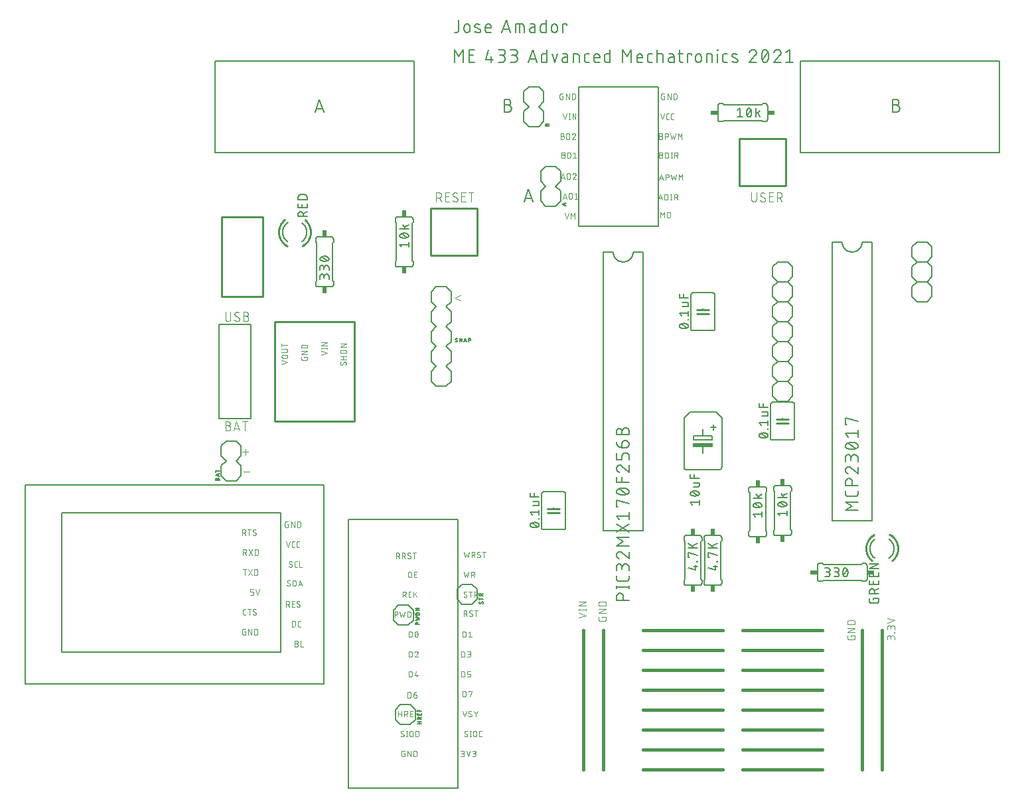
<source format=gto>
G04 EAGLE Gerber RS-274X export*
G75*
%MOMM*%
%FSLAX34Y34*%
%LPD*%
%INTop Silkscreen*%
%IPPOS*%
%AMOC8*
5,1,8,0,0,1.08239X$1,22.5*%
G01*
%ADD10C,0.152400*%
%ADD11C,0.406400*%
%ADD12C,0.076200*%
%ADD13C,0.101600*%
%ADD14C,0.203200*%
%ADD15C,0.127000*%
%ADD16C,0.254000*%
%ADD17R,2.540000X0.508000*%
%ADD18R,0.609600X0.863600*%
%ADD19R,0.863600X0.609600*%
%ADD20C,0.177800*%


D10*
X0Y929640D02*
X254000Y929640D01*
X254000Y812800D01*
X0Y812800D01*
X0Y929640D01*
X746760Y929640D02*
X1000760Y929640D01*
X1000760Y812800D01*
X746760Y812800D01*
X746760Y929640D01*
D11*
X647700Y203200D02*
X546100Y203200D01*
X546100Y177800D02*
X647700Y177800D01*
X647700Y152400D02*
X546100Y152400D01*
X546100Y127000D02*
X647700Y127000D01*
X647700Y101600D02*
X546100Y101600D01*
X546100Y76200D02*
X647700Y76200D01*
X647700Y50800D02*
X546100Y50800D01*
X546100Y25400D02*
X647700Y25400D01*
X673100Y203200D02*
X774700Y203200D01*
X774700Y177800D02*
X673100Y177800D01*
X673100Y152400D02*
X774700Y152400D01*
X774700Y127000D02*
X673100Y127000D01*
X673100Y101600D02*
X774700Y101600D01*
X774700Y76200D02*
X673100Y76200D01*
X673100Y50800D02*
X774700Y50800D01*
X774700Y25400D02*
X673100Y25400D01*
X469900Y25400D02*
X469900Y203200D01*
X495300Y203200D02*
X495300Y25400D01*
X825500Y25400D02*
X825500Y203200D01*
X850900Y203200D02*
X850900Y25400D01*
D12*
X867029Y190881D02*
X867029Y193492D01*
X867027Y193593D01*
X867021Y193694D01*
X867011Y193795D01*
X866998Y193895D01*
X866980Y193995D01*
X866959Y194094D01*
X866933Y194192D01*
X866904Y194289D01*
X866872Y194385D01*
X866835Y194479D01*
X866795Y194572D01*
X866751Y194664D01*
X866704Y194753D01*
X866653Y194841D01*
X866599Y194927D01*
X866542Y195010D01*
X866482Y195092D01*
X866418Y195170D01*
X866352Y195247D01*
X866282Y195320D01*
X866210Y195391D01*
X866135Y195459D01*
X866057Y195524D01*
X865977Y195586D01*
X865895Y195645D01*
X865810Y195701D01*
X865724Y195753D01*
X865635Y195802D01*
X865544Y195848D01*
X865452Y195889D01*
X865358Y195928D01*
X865263Y195962D01*
X865167Y195993D01*
X865069Y196020D01*
X864971Y196044D01*
X864871Y196063D01*
X864771Y196079D01*
X864671Y196091D01*
X864570Y196099D01*
X864469Y196103D01*
X864367Y196103D01*
X864266Y196099D01*
X864165Y196091D01*
X864065Y196079D01*
X863965Y196063D01*
X863865Y196044D01*
X863767Y196020D01*
X863669Y195993D01*
X863573Y195962D01*
X863478Y195928D01*
X863384Y195889D01*
X863292Y195848D01*
X863201Y195802D01*
X863113Y195753D01*
X863026Y195701D01*
X862941Y195645D01*
X862859Y195586D01*
X862779Y195524D01*
X862701Y195459D01*
X862626Y195391D01*
X862554Y195320D01*
X862484Y195247D01*
X862418Y195170D01*
X862354Y195092D01*
X862294Y195010D01*
X862237Y194927D01*
X862183Y194841D01*
X862132Y194753D01*
X862085Y194664D01*
X862041Y194572D01*
X862001Y194479D01*
X861964Y194385D01*
X861932Y194289D01*
X861903Y194192D01*
X861877Y194094D01*
X861856Y193995D01*
X861838Y193895D01*
X861825Y193795D01*
X861815Y193694D01*
X861809Y193593D01*
X861807Y193492D01*
X857631Y194014D02*
X857631Y190881D01*
X857631Y194014D02*
X857633Y194104D01*
X857639Y194193D01*
X857648Y194283D01*
X857662Y194372D01*
X857679Y194460D01*
X857700Y194547D01*
X857725Y194634D01*
X857754Y194719D01*
X857786Y194803D01*
X857821Y194885D01*
X857861Y194966D01*
X857903Y195045D01*
X857949Y195122D01*
X857999Y195197D01*
X858051Y195270D01*
X858107Y195341D01*
X858165Y195409D01*
X858227Y195474D01*
X858291Y195537D01*
X858358Y195597D01*
X858427Y195654D01*
X858499Y195708D01*
X858573Y195759D01*
X858649Y195807D01*
X858727Y195851D01*
X858807Y195892D01*
X858889Y195930D01*
X858972Y195964D01*
X859057Y195994D01*
X859143Y196021D01*
X859229Y196044D01*
X859317Y196063D01*
X859406Y196078D01*
X859495Y196090D01*
X859584Y196098D01*
X859674Y196102D01*
X859764Y196102D01*
X859854Y196098D01*
X859943Y196090D01*
X860032Y196078D01*
X860121Y196063D01*
X860209Y196044D01*
X860295Y196021D01*
X860381Y195994D01*
X860466Y195964D01*
X860549Y195930D01*
X860631Y195892D01*
X860711Y195851D01*
X860789Y195807D01*
X860865Y195759D01*
X860939Y195708D01*
X861011Y195654D01*
X861080Y195597D01*
X861147Y195537D01*
X861211Y195474D01*
X861273Y195409D01*
X861331Y195341D01*
X861387Y195270D01*
X861439Y195197D01*
X861489Y195122D01*
X861535Y195045D01*
X861577Y194966D01*
X861617Y194885D01*
X861652Y194803D01*
X861684Y194719D01*
X861713Y194634D01*
X861738Y194547D01*
X861759Y194460D01*
X861776Y194372D01*
X861790Y194283D01*
X861799Y194193D01*
X861805Y194104D01*
X861807Y194014D01*
X861808Y194014D02*
X861808Y191925D01*
X866507Y199631D02*
X867029Y199631D01*
X866507Y199631D02*
X866507Y200153D01*
X867029Y200153D01*
X867029Y199631D01*
X867029Y203683D02*
X867029Y206293D01*
X867027Y206394D01*
X867021Y206495D01*
X867011Y206596D01*
X866998Y206696D01*
X866980Y206796D01*
X866959Y206895D01*
X866933Y206993D01*
X866904Y207090D01*
X866872Y207186D01*
X866835Y207280D01*
X866795Y207373D01*
X866751Y207465D01*
X866704Y207554D01*
X866653Y207642D01*
X866599Y207728D01*
X866542Y207811D01*
X866482Y207893D01*
X866418Y207971D01*
X866352Y208048D01*
X866282Y208121D01*
X866210Y208192D01*
X866135Y208260D01*
X866057Y208325D01*
X865977Y208387D01*
X865895Y208446D01*
X865810Y208502D01*
X865724Y208554D01*
X865635Y208603D01*
X865544Y208649D01*
X865452Y208690D01*
X865358Y208729D01*
X865263Y208763D01*
X865167Y208794D01*
X865069Y208821D01*
X864971Y208845D01*
X864871Y208864D01*
X864771Y208880D01*
X864671Y208892D01*
X864570Y208900D01*
X864469Y208904D01*
X864367Y208904D01*
X864266Y208900D01*
X864165Y208892D01*
X864065Y208880D01*
X863965Y208864D01*
X863865Y208845D01*
X863767Y208821D01*
X863669Y208794D01*
X863573Y208763D01*
X863478Y208729D01*
X863384Y208690D01*
X863292Y208649D01*
X863201Y208603D01*
X863113Y208554D01*
X863026Y208502D01*
X862941Y208446D01*
X862859Y208387D01*
X862779Y208325D01*
X862701Y208260D01*
X862626Y208192D01*
X862554Y208121D01*
X862484Y208048D01*
X862418Y207971D01*
X862354Y207893D01*
X862294Y207811D01*
X862237Y207728D01*
X862183Y207642D01*
X862132Y207554D01*
X862085Y207465D01*
X862041Y207373D01*
X862001Y207280D01*
X861964Y207186D01*
X861932Y207090D01*
X861903Y206993D01*
X861877Y206895D01*
X861856Y206796D01*
X861838Y206696D01*
X861825Y206596D01*
X861815Y206495D01*
X861809Y206394D01*
X861807Y206293D01*
X857631Y206815D02*
X857631Y203683D01*
X857631Y206815D02*
X857633Y206905D01*
X857639Y206994D01*
X857648Y207084D01*
X857662Y207173D01*
X857679Y207261D01*
X857700Y207348D01*
X857725Y207435D01*
X857754Y207520D01*
X857786Y207604D01*
X857821Y207686D01*
X857861Y207767D01*
X857903Y207846D01*
X857949Y207923D01*
X857999Y207998D01*
X858051Y208071D01*
X858107Y208142D01*
X858165Y208210D01*
X858227Y208275D01*
X858291Y208338D01*
X858358Y208398D01*
X858427Y208455D01*
X858499Y208509D01*
X858573Y208560D01*
X858649Y208608D01*
X858727Y208652D01*
X858807Y208693D01*
X858889Y208731D01*
X858972Y208765D01*
X859057Y208795D01*
X859143Y208822D01*
X859229Y208845D01*
X859317Y208864D01*
X859406Y208879D01*
X859495Y208891D01*
X859584Y208899D01*
X859674Y208903D01*
X859764Y208903D01*
X859854Y208899D01*
X859943Y208891D01*
X860032Y208879D01*
X860121Y208864D01*
X860209Y208845D01*
X860295Y208822D01*
X860381Y208795D01*
X860466Y208765D01*
X860549Y208731D01*
X860631Y208693D01*
X860711Y208652D01*
X860789Y208608D01*
X860865Y208560D01*
X860939Y208509D01*
X861011Y208455D01*
X861080Y208398D01*
X861147Y208338D01*
X861211Y208275D01*
X861273Y208210D01*
X861331Y208142D01*
X861387Y208071D01*
X861439Y207998D01*
X861489Y207923D01*
X861535Y207846D01*
X861577Y207767D01*
X861617Y207686D01*
X861652Y207604D01*
X861684Y207520D01*
X861713Y207435D01*
X861738Y207348D01*
X861759Y207261D01*
X861776Y207173D01*
X861790Y207084D01*
X861799Y206994D01*
X861805Y206905D01*
X861807Y206815D01*
X861808Y206815D02*
X861808Y204727D01*
X857631Y212304D02*
X867029Y215437D01*
X857631Y218570D01*
X811008Y196102D02*
X811008Y194536D01*
X811008Y196102D02*
X816229Y196102D01*
X816229Y192969D01*
X816227Y192880D01*
X816221Y192792D01*
X816212Y192704D01*
X816199Y192616D01*
X816182Y192529D01*
X816162Y192443D01*
X816137Y192358D01*
X816110Y192273D01*
X816078Y192190D01*
X816044Y192109D01*
X816005Y192029D01*
X815964Y191951D01*
X815919Y191874D01*
X815871Y191800D01*
X815820Y191727D01*
X815766Y191657D01*
X815708Y191590D01*
X815648Y191524D01*
X815586Y191462D01*
X815520Y191402D01*
X815453Y191344D01*
X815383Y191290D01*
X815310Y191239D01*
X815236Y191191D01*
X815159Y191146D01*
X815081Y191105D01*
X815001Y191066D01*
X814920Y191032D01*
X814837Y191000D01*
X814752Y190973D01*
X814667Y190948D01*
X814581Y190928D01*
X814494Y190911D01*
X814406Y190898D01*
X814318Y190889D01*
X814230Y190883D01*
X814141Y190881D01*
X808919Y190881D01*
X808828Y190883D01*
X808737Y190889D01*
X808646Y190899D01*
X808556Y190913D01*
X808467Y190931D01*
X808378Y190952D01*
X808291Y190978D01*
X808205Y191007D01*
X808120Y191040D01*
X808036Y191077D01*
X807954Y191117D01*
X807875Y191161D01*
X807797Y191208D01*
X807721Y191259D01*
X807647Y191313D01*
X807576Y191370D01*
X807508Y191430D01*
X807442Y191493D01*
X807379Y191559D01*
X807319Y191627D01*
X807262Y191698D01*
X807208Y191772D01*
X807157Y191848D01*
X807110Y191925D01*
X807066Y192005D01*
X807026Y192087D01*
X806989Y192171D01*
X806956Y192255D01*
X806927Y192342D01*
X806901Y192429D01*
X806880Y192518D01*
X806862Y192607D01*
X806848Y192697D01*
X806838Y192788D01*
X806832Y192879D01*
X806830Y192970D01*
X806831Y192969D02*
X806831Y196102D01*
X806831Y200635D02*
X816229Y200635D01*
X816229Y205856D02*
X806831Y200635D01*
X806831Y205856D02*
X816229Y205856D01*
X816229Y210388D02*
X806831Y210388D01*
X806831Y212999D01*
X806833Y213099D01*
X806839Y213199D01*
X806848Y213298D01*
X806862Y213398D01*
X806879Y213496D01*
X806900Y213594D01*
X806924Y213691D01*
X806953Y213787D01*
X806985Y213882D01*
X807020Y213975D01*
X807059Y214067D01*
X807102Y214158D01*
X807148Y214246D01*
X807198Y214333D01*
X807250Y214418D01*
X807306Y214501D01*
X807365Y214582D01*
X807428Y214660D01*
X807493Y214736D01*
X807561Y214810D01*
X807631Y214880D01*
X807705Y214948D01*
X807781Y215013D01*
X807859Y215076D01*
X807940Y215135D01*
X808023Y215191D01*
X808108Y215243D01*
X808195Y215293D01*
X808283Y215339D01*
X808374Y215382D01*
X808466Y215421D01*
X808559Y215456D01*
X808654Y215488D01*
X808750Y215517D01*
X808847Y215541D01*
X808945Y215562D01*
X809043Y215579D01*
X809143Y215593D01*
X809242Y215602D01*
X809342Y215608D01*
X809442Y215610D01*
X809442Y215609D02*
X813618Y215609D01*
X813618Y215610D02*
X813718Y215608D01*
X813818Y215602D01*
X813917Y215593D01*
X814017Y215579D01*
X814115Y215562D01*
X814213Y215541D01*
X814310Y215517D01*
X814406Y215488D01*
X814501Y215456D01*
X814594Y215421D01*
X814686Y215382D01*
X814777Y215339D01*
X814865Y215293D01*
X814952Y215243D01*
X815037Y215191D01*
X815120Y215135D01*
X815201Y215076D01*
X815279Y215013D01*
X815355Y214948D01*
X815429Y214880D01*
X815499Y214810D01*
X815567Y214736D01*
X815632Y214660D01*
X815695Y214582D01*
X815754Y214501D01*
X815810Y214418D01*
X815862Y214333D01*
X815912Y214246D01*
X815958Y214158D01*
X816001Y214067D01*
X816040Y213975D01*
X816075Y213882D01*
X816107Y213787D01*
X816136Y213691D01*
X816160Y213594D01*
X816181Y213496D01*
X816198Y213398D01*
X816212Y213298D01*
X816221Y213199D01*
X816227Y213099D01*
X816229Y212999D01*
X816229Y210388D01*
X493508Y218666D02*
X493508Y220232D01*
X498729Y220232D01*
X498729Y217099D01*
X498727Y217010D01*
X498721Y216922D01*
X498712Y216834D01*
X498699Y216746D01*
X498682Y216659D01*
X498662Y216573D01*
X498637Y216488D01*
X498610Y216403D01*
X498578Y216320D01*
X498544Y216239D01*
X498505Y216159D01*
X498464Y216081D01*
X498419Y216004D01*
X498371Y215930D01*
X498320Y215857D01*
X498266Y215787D01*
X498208Y215720D01*
X498148Y215654D01*
X498086Y215592D01*
X498020Y215532D01*
X497953Y215474D01*
X497883Y215420D01*
X497810Y215369D01*
X497736Y215321D01*
X497659Y215276D01*
X497581Y215235D01*
X497501Y215196D01*
X497420Y215162D01*
X497337Y215130D01*
X497252Y215103D01*
X497167Y215078D01*
X497081Y215058D01*
X496994Y215041D01*
X496906Y215028D01*
X496818Y215019D01*
X496730Y215013D01*
X496641Y215011D01*
X491419Y215011D01*
X491328Y215013D01*
X491237Y215019D01*
X491146Y215029D01*
X491056Y215043D01*
X490967Y215061D01*
X490878Y215082D01*
X490791Y215108D01*
X490705Y215137D01*
X490620Y215170D01*
X490536Y215207D01*
X490454Y215247D01*
X490375Y215291D01*
X490297Y215338D01*
X490221Y215389D01*
X490147Y215443D01*
X490076Y215500D01*
X490008Y215560D01*
X489942Y215623D01*
X489879Y215689D01*
X489819Y215757D01*
X489762Y215828D01*
X489708Y215902D01*
X489657Y215978D01*
X489610Y216055D01*
X489566Y216135D01*
X489526Y216217D01*
X489489Y216301D01*
X489456Y216385D01*
X489427Y216472D01*
X489401Y216559D01*
X489380Y216648D01*
X489362Y216737D01*
X489348Y216827D01*
X489338Y216918D01*
X489332Y217009D01*
X489330Y217100D01*
X489331Y217099D02*
X489331Y220232D01*
X489331Y224765D02*
X498729Y224765D01*
X498729Y229986D02*
X489331Y224765D01*
X489331Y229986D02*
X498729Y229986D01*
X498729Y234518D02*
X489331Y234518D01*
X489331Y237129D01*
X489333Y237229D01*
X489339Y237329D01*
X489348Y237428D01*
X489362Y237528D01*
X489379Y237626D01*
X489400Y237724D01*
X489424Y237821D01*
X489453Y237917D01*
X489485Y238012D01*
X489520Y238105D01*
X489559Y238197D01*
X489602Y238288D01*
X489648Y238376D01*
X489698Y238463D01*
X489750Y238548D01*
X489806Y238631D01*
X489865Y238712D01*
X489928Y238790D01*
X489993Y238866D01*
X490061Y238940D01*
X490131Y239010D01*
X490205Y239078D01*
X490281Y239143D01*
X490359Y239206D01*
X490440Y239265D01*
X490523Y239321D01*
X490608Y239373D01*
X490695Y239423D01*
X490783Y239469D01*
X490874Y239512D01*
X490966Y239551D01*
X491059Y239586D01*
X491154Y239618D01*
X491250Y239647D01*
X491347Y239671D01*
X491445Y239692D01*
X491543Y239709D01*
X491643Y239723D01*
X491742Y239732D01*
X491842Y239738D01*
X491942Y239740D01*
X491942Y239739D02*
X496118Y239739D01*
X496118Y239740D02*
X496218Y239738D01*
X496318Y239732D01*
X496417Y239723D01*
X496517Y239709D01*
X496615Y239692D01*
X496713Y239671D01*
X496810Y239647D01*
X496906Y239618D01*
X497001Y239586D01*
X497094Y239551D01*
X497186Y239512D01*
X497277Y239469D01*
X497365Y239423D01*
X497452Y239373D01*
X497537Y239321D01*
X497620Y239265D01*
X497701Y239206D01*
X497779Y239143D01*
X497855Y239078D01*
X497929Y239010D01*
X497999Y238940D01*
X498067Y238866D01*
X498132Y238790D01*
X498195Y238712D01*
X498254Y238631D01*
X498310Y238548D01*
X498362Y238463D01*
X498412Y238376D01*
X498458Y238288D01*
X498501Y238197D01*
X498540Y238105D01*
X498575Y238012D01*
X498607Y237917D01*
X498636Y237821D01*
X498660Y237724D01*
X498681Y237626D01*
X498698Y237528D01*
X498712Y237428D01*
X498721Y237329D01*
X498727Y237229D01*
X498729Y237129D01*
X498729Y234518D01*
X473329Y221954D02*
X463931Y218821D01*
X463931Y225086D02*
X473329Y221954D01*
X473329Y229269D02*
X463931Y229269D01*
X473329Y228225D02*
X473329Y230313D01*
X463931Y230313D02*
X463931Y228225D01*
X463931Y234278D02*
X473329Y234278D01*
X473329Y239499D02*
X463931Y234278D01*
X463931Y239499D02*
X473329Y239499D01*
D10*
X127762Y864362D02*
X133181Y880618D01*
X138599Y864362D01*
X137245Y868426D02*
X129117Y868426D01*
X864362Y873393D02*
X868878Y873393D01*
X868878Y873394D02*
X869011Y873392D01*
X869143Y873386D01*
X869275Y873376D01*
X869407Y873363D01*
X869539Y873345D01*
X869669Y873324D01*
X869800Y873299D01*
X869929Y873270D01*
X870057Y873237D01*
X870185Y873201D01*
X870311Y873161D01*
X870436Y873117D01*
X870560Y873069D01*
X870682Y873018D01*
X870803Y872963D01*
X870922Y872905D01*
X871040Y872843D01*
X871155Y872778D01*
X871269Y872709D01*
X871380Y872638D01*
X871489Y872562D01*
X871596Y872484D01*
X871701Y872403D01*
X871803Y872318D01*
X871903Y872231D01*
X872000Y872141D01*
X872095Y872048D01*
X872186Y871952D01*
X872275Y871854D01*
X872361Y871753D01*
X872444Y871649D01*
X872524Y871543D01*
X872600Y871435D01*
X872674Y871325D01*
X872744Y871212D01*
X872811Y871098D01*
X872874Y870981D01*
X872934Y870863D01*
X872991Y870743D01*
X873044Y870621D01*
X873093Y870498D01*
X873139Y870374D01*
X873181Y870248D01*
X873219Y870121D01*
X873254Y869993D01*
X873285Y869864D01*
X873312Y869735D01*
X873335Y869604D01*
X873355Y869473D01*
X873370Y869341D01*
X873382Y869209D01*
X873390Y869077D01*
X873394Y868944D01*
X873394Y868812D01*
X873390Y868679D01*
X873382Y868547D01*
X873370Y868415D01*
X873355Y868283D01*
X873335Y868152D01*
X873312Y868021D01*
X873285Y867892D01*
X873254Y867763D01*
X873219Y867635D01*
X873181Y867508D01*
X873139Y867382D01*
X873093Y867258D01*
X873044Y867135D01*
X872991Y867013D01*
X872934Y866893D01*
X872874Y866775D01*
X872811Y866658D01*
X872744Y866544D01*
X872674Y866431D01*
X872600Y866321D01*
X872524Y866213D01*
X872444Y866107D01*
X872361Y866003D01*
X872275Y865902D01*
X872186Y865804D01*
X872095Y865708D01*
X872000Y865615D01*
X871903Y865525D01*
X871803Y865438D01*
X871701Y865353D01*
X871596Y865272D01*
X871489Y865194D01*
X871380Y865118D01*
X871269Y865047D01*
X871155Y864978D01*
X871040Y864913D01*
X870922Y864851D01*
X870803Y864793D01*
X870682Y864738D01*
X870560Y864687D01*
X870436Y864639D01*
X870311Y864595D01*
X870185Y864555D01*
X870057Y864519D01*
X869929Y864486D01*
X869800Y864457D01*
X869669Y864432D01*
X869539Y864411D01*
X869407Y864393D01*
X869275Y864380D01*
X869143Y864370D01*
X869011Y864364D01*
X868878Y864362D01*
X864362Y864362D01*
X864362Y880618D01*
X868878Y880618D01*
X868997Y880616D01*
X869117Y880610D01*
X869236Y880600D01*
X869354Y880586D01*
X869473Y880569D01*
X869590Y880547D01*
X869707Y880522D01*
X869822Y880492D01*
X869937Y880459D01*
X870051Y880422D01*
X870163Y880382D01*
X870274Y880337D01*
X870383Y880289D01*
X870491Y880238D01*
X870597Y880183D01*
X870701Y880124D01*
X870803Y880062D01*
X870903Y879997D01*
X871001Y879928D01*
X871097Y879856D01*
X871190Y879781D01*
X871280Y879704D01*
X871368Y879623D01*
X871453Y879539D01*
X871535Y879452D01*
X871615Y879363D01*
X871691Y879271D01*
X871765Y879177D01*
X871835Y879080D01*
X871902Y878982D01*
X871966Y878881D01*
X872026Y878777D01*
X872083Y878672D01*
X872136Y878565D01*
X872186Y878457D01*
X872232Y878347D01*
X872274Y878235D01*
X872313Y878122D01*
X872348Y878008D01*
X872379Y877893D01*
X872407Y877776D01*
X872430Y877659D01*
X872450Y877542D01*
X872466Y877423D01*
X872478Y877304D01*
X872486Y877185D01*
X872490Y877066D01*
X872490Y876946D01*
X872486Y876827D01*
X872478Y876708D01*
X872466Y876589D01*
X872450Y876470D01*
X872430Y876353D01*
X872407Y876236D01*
X872379Y876119D01*
X872348Y876004D01*
X872313Y875890D01*
X872274Y875777D01*
X872232Y875665D01*
X872186Y875555D01*
X872136Y875447D01*
X872083Y875340D01*
X872026Y875235D01*
X871966Y875131D01*
X871902Y875030D01*
X871835Y874932D01*
X871765Y874835D01*
X871691Y874741D01*
X871615Y874649D01*
X871535Y874560D01*
X871453Y874473D01*
X871368Y874389D01*
X871280Y874308D01*
X871190Y874231D01*
X871097Y874156D01*
X871001Y874084D01*
X870903Y874015D01*
X870803Y873950D01*
X870701Y873888D01*
X870597Y873829D01*
X870491Y873774D01*
X870383Y873723D01*
X870274Y873675D01*
X870163Y873630D01*
X870051Y873590D01*
X869937Y873553D01*
X869822Y873520D01*
X869707Y873490D01*
X869590Y873465D01*
X869473Y873443D01*
X869354Y873426D01*
X869236Y873412D01*
X869117Y873402D01*
X868997Y873396D01*
X868878Y873394D01*
X399881Y766318D02*
X394462Y750062D01*
X405299Y750062D02*
X399881Y766318D01*
X403945Y754126D02*
X395817Y754126D01*
X373578Y873393D02*
X369062Y873393D01*
X373578Y873394D02*
X373711Y873392D01*
X373843Y873386D01*
X373975Y873376D01*
X374107Y873363D01*
X374239Y873345D01*
X374369Y873324D01*
X374500Y873299D01*
X374629Y873270D01*
X374757Y873237D01*
X374885Y873201D01*
X375011Y873161D01*
X375136Y873117D01*
X375260Y873069D01*
X375382Y873018D01*
X375503Y872963D01*
X375622Y872905D01*
X375740Y872843D01*
X375855Y872778D01*
X375969Y872709D01*
X376080Y872638D01*
X376189Y872562D01*
X376296Y872484D01*
X376401Y872403D01*
X376503Y872318D01*
X376603Y872231D01*
X376700Y872141D01*
X376795Y872048D01*
X376886Y871952D01*
X376975Y871854D01*
X377061Y871753D01*
X377144Y871649D01*
X377224Y871543D01*
X377300Y871435D01*
X377374Y871325D01*
X377444Y871212D01*
X377511Y871098D01*
X377574Y870981D01*
X377634Y870863D01*
X377691Y870743D01*
X377744Y870621D01*
X377793Y870498D01*
X377839Y870374D01*
X377881Y870248D01*
X377919Y870121D01*
X377954Y869993D01*
X377985Y869864D01*
X378012Y869735D01*
X378035Y869604D01*
X378055Y869473D01*
X378070Y869341D01*
X378082Y869209D01*
X378090Y869077D01*
X378094Y868944D01*
X378094Y868812D01*
X378090Y868679D01*
X378082Y868547D01*
X378070Y868415D01*
X378055Y868283D01*
X378035Y868152D01*
X378012Y868021D01*
X377985Y867892D01*
X377954Y867763D01*
X377919Y867635D01*
X377881Y867508D01*
X377839Y867382D01*
X377793Y867258D01*
X377744Y867135D01*
X377691Y867013D01*
X377634Y866893D01*
X377574Y866775D01*
X377511Y866658D01*
X377444Y866544D01*
X377374Y866431D01*
X377300Y866321D01*
X377224Y866213D01*
X377144Y866107D01*
X377061Y866003D01*
X376975Y865902D01*
X376886Y865804D01*
X376795Y865708D01*
X376700Y865615D01*
X376603Y865525D01*
X376503Y865438D01*
X376401Y865353D01*
X376296Y865272D01*
X376189Y865194D01*
X376080Y865118D01*
X375969Y865047D01*
X375855Y864978D01*
X375740Y864913D01*
X375622Y864851D01*
X375503Y864793D01*
X375382Y864738D01*
X375260Y864687D01*
X375136Y864639D01*
X375011Y864595D01*
X374885Y864555D01*
X374757Y864519D01*
X374629Y864486D01*
X374500Y864457D01*
X374369Y864432D01*
X374239Y864411D01*
X374107Y864393D01*
X373975Y864380D01*
X373843Y864370D01*
X373711Y864364D01*
X373578Y864362D01*
X369062Y864362D01*
X369062Y880618D01*
X373578Y880618D01*
X373697Y880616D01*
X373817Y880610D01*
X373936Y880600D01*
X374054Y880586D01*
X374173Y880569D01*
X374290Y880547D01*
X374407Y880522D01*
X374522Y880492D01*
X374637Y880459D01*
X374751Y880422D01*
X374863Y880382D01*
X374974Y880337D01*
X375083Y880289D01*
X375191Y880238D01*
X375297Y880183D01*
X375401Y880124D01*
X375503Y880062D01*
X375603Y879997D01*
X375701Y879928D01*
X375797Y879856D01*
X375890Y879781D01*
X375980Y879704D01*
X376068Y879623D01*
X376153Y879539D01*
X376235Y879452D01*
X376315Y879363D01*
X376391Y879271D01*
X376465Y879177D01*
X376535Y879080D01*
X376602Y878982D01*
X376666Y878881D01*
X376726Y878777D01*
X376783Y878672D01*
X376836Y878565D01*
X376886Y878457D01*
X376932Y878347D01*
X376974Y878235D01*
X377013Y878122D01*
X377048Y878008D01*
X377079Y877893D01*
X377107Y877776D01*
X377130Y877659D01*
X377150Y877542D01*
X377166Y877423D01*
X377178Y877304D01*
X377186Y877185D01*
X377190Y877066D01*
X377190Y876946D01*
X377186Y876827D01*
X377178Y876708D01*
X377166Y876589D01*
X377150Y876470D01*
X377130Y876353D01*
X377107Y876236D01*
X377079Y876119D01*
X377048Y876004D01*
X377013Y875890D01*
X376974Y875777D01*
X376932Y875665D01*
X376886Y875555D01*
X376836Y875447D01*
X376783Y875340D01*
X376726Y875235D01*
X376666Y875131D01*
X376602Y875030D01*
X376535Y874932D01*
X376465Y874835D01*
X376391Y874741D01*
X376315Y874649D01*
X376235Y874560D01*
X376153Y874473D01*
X376068Y874389D01*
X375980Y874308D01*
X375890Y874231D01*
X375797Y874156D01*
X375701Y874084D01*
X375603Y874015D01*
X375503Y873950D01*
X375401Y873888D01*
X375297Y873829D01*
X375191Y873774D01*
X375083Y873723D01*
X374974Y873675D01*
X374863Y873630D01*
X374751Y873590D01*
X374637Y873553D01*
X374522Y873520D01*
X374407Y873490D01*
X374290Y873465D01*
X374173Y873443D01*
X374054Y873426D01*
X373936Y873412D01*
X373817Y873402D01*
X373697Y873396D01*
X373578Y873394D01*
X310981Y969574D02*
X310981Y982218D01*
X310980Y969574D02*
X310978Y969456D01*
X310972Y969338D01*
X310963Y969220D01*
X310949Y969103D01*
X310932Y968986D01*
X310911Y968869D01*
X310886Y968754D01*
X310857Y968639D01*
X310824Y968525D01*
X310788Y968413D01*
X310748Y968302D01*
X310705Y968192D01*
X310658Y968083D01*
X310608Y967976D01*
X310553Y967871D01*
X310496Y967768D01*
X310435Y967667D01*
X310371Y967567D01*
X310304Y967470D01*
X310234Y967375D01*
X310160Y967283D01*
X310084Y967192D01*
X310004Y967105D01*
X309922Y967020D01*
X309837Y966938D01*
X309750Y966858D01*
X309659Y966782D01*
X309567Y966708D01*
X309472Y966638D01*
X309375Y966571D01*
X309275Y966507D01*
X309174Y966446D01*
X309071Y966389D01*
X308966Y966334D01*
X308859Y966284D01*
X308750Y966237D01*
X308640Y966194D01*
X308529Y966154D01*
X308417Y966118D01*
X308303Y966085D01*
X308188Y966056D01*
X308073Y966031D01*
X307956Y966010D01*
X307839Y965993D01*
X307722Y965979D01*
X307604Y965970D01*
X307486Y965964D01*
X307368Y965962D01*
X305562Y965962D01*
X317909Y969574D02*
X317909Y973187D01*
X317911Y973306D01*
X317917Y973426D01*
X317927Y973545D01*
X317941Y973663D01*
X317958Y973782D01*
X317980Y973899D01*
X318005Y974016D01*
X318035Y974131D01*
X318068Y974246D01*
X318105Y974360D01*
X318145Y974472D01*
X318190Y974583D01*
X318238Y974692D01*
X318289Y974800D01*
X318344Y974906D01*
X318403Y975010D01*
X318465Y975112D01*
X318530Y975212D01*
X318599Y975310D01*
X318671Y975406D01*
X318746Y975499D01*
X318823Y975589D01*
X318904Y975677D01*
X318988Y975762D01*
X319075Y975844D01*
X319164Y975924D01*
X319256Y976000D01*
X319350Y976074D01*
X319447Y976144D01*
X319545Y976211D01*
X319646Y976275D01*
X319750Y976335D01*
X319855Y976392D01*
X319962Y976445D01*
X320070Y976495D01*
X320180Y976541D01*
X320292Y976583D01*
X320405Y976622D01*
X320519Y976657D01*
X320634Y976688D01*
X320751Y976716D01*
X320868Y976739D01*
X320985Y976759D01*
X321104Y976775D01*
X321223Y976787D01*
X321342Y976795D01*
X321461Y976799D01*
X321581Y976799D01*
X321700Y976795D01*
X321819Y976787D01*
X321938Y976775D01*
X322057Y976759D01*
X322174Y976739D01*
X322291Y976716D01*
X322408Y976688D01*
X322523Y976657D01*
X322637Y976622D01*
X322750Y976583D01*
X322862Y976541D01*
X322972Y976495D01*
X323080Y976445D01*
X323187Y976392D01*
X323292Y976335D01*
X323396Y976275D01*
X323497Y976211D01*
X323595Y976144D01*
X323692Y976074D01*
X323786Y976000D01*
X323878Y975924D01*
X323967Y975844D01*
X324054Y975762D01*
X324138Y975677D01*
X324219Y975589D01*
X324296Y975499D01*
X324371Y975406D01*
X324443Y975310D01*
X324512Y975212D01*
X324577Y975112D01*
X324639Y975010D01*
X324698Y974906D01*
X324753Y974800D01*
X324804Y974692D01*
X324852Y974583D01*
X324897Y974472D01*
X324937Y974360D01*
X324974Y974246D01*
X325007Y974131D01*
X325037Y974016D01*
X325062Y973899D01*
X325084Y973782D01*
X325101Y973663D01*
X325115Y973545D01*
X325125Y973426D01*
X325131Y973306D01*
X325133Y973187D01*
X325134Y973187D02*
X325134Y969574D01*
X325133Y969574D02*
X325131Y969455D01*
X325125Y969335D01*
X325115Y969216D01*
X325101Y969098D01*
X325084Y968979D01*
X325062Y968862D01*
X325037Y968745D01*
X325007Y968630D01*
X324974Y968515D01*
X324937Y968401D01*
X324897Y968289D01*
X324852Y968178D01*
X324804Y968069D01*
X324753Y967961D01*
X324698Y967855D01*
X324639Y967751D01*
X324577Y967649D01*
X324512Y967549D01*
X324443Y967451D01*
X324371Y967355D01*
X324296Y967262D01*
X324219Y967172D01*
X324138Y967084D01*
X324054Y966999D01*
X323967Y966917D01*
X323878Y966837D01*
X323786Y966761D01*
X323692Y966687D01*
X323595Y966617D01*
X323497Y966550D01*
X323396Y966486D01*
X323292Y966426D01*
X323187Y966369D01*
X323080Y966316D01*
X322972Y966266D01*
X322862Y966220D01*
X322750Y966178D01*
X322637Y966139D01*
X322523Y966104D01*
X322408Y966073D01*
X322291Y966045D01*
X322174Y966022D01*
X322057Y966002D01*
X321938Y965986D01*
X321819Y965974D01*
X321700Y965966D01*
X321581Y965962D01*
X321461Y965962D01*
X321342Y965966D01*
X321223Y965974D01*
X321104Y965986D01*
X320985Y966002D01*
X320868Y966022D01*
X320751Y966045D01*
X320634Y966073D01*
X320519Y966104D01*
X320405Y966139D01*
X320292Y966178D01*
X320180Y966220D01*
X320070Y966266D01*
X319962Y966316D01*
X319855Y966369D01*
X319750Y966426D01*
X319646Y966486D01*
X319545Y966550D01*
X319447Y966617D01*
X319350Y966687D01*
X319256Y966761D01*
X319164Y966837D01*
X319075Y966917D01*
X318988Y966999D01*
X318904Y967084D01*
X318823Y967172D01*
X318746Y967262D01*
X318671Y967355D01*
X318599Y967451D01*
X318530Y967549D01*
X318465Y967649D01*
X318403Y967751D01*
X318344Y967855D01*
X318289Y967961D01*
X318238Y968069D01*
X318190Y968178D01*
X318145Y968289D01*
X318105Y968401D01*
X318068Y968515D01*
X318035Y968630D01*
X318005Y968745D01*
X317980Y968862D01*
X317958Y968979D01*
X317941Y969098D01*
X317927Y969216D01*
X317917Y969335D01*
X317911Y969455D01*
X317909Y969574D01*
X332810Y972284D02*
X337326Y970478D01*
X332810Y972284D02*
X332722Y972321D01*
X332636Y972362D01*
X332551Y972406D01*
X332468Y972454D01*
X332388Y972505D01*
X332309Y972559D01*
X332233Y972617D01*
X332159Y972677D01*
X332087Y972741D01*
X332019Y972807D01*
X331953Y972877D01*
X331890Y972948D01*
X331829Y973023D01*
X331772Y973099D01*
X331719Y973178D01*
X331668Y973259D01*
X331621Y973342D01*
X331577Y973427D01*
X331537Y973514D01*
X331500Y973602D01*
X331467Y973692D01*
X331437Y973783D01*
X331412Y973875D01*
X331390Y973968D01*
X331372Y974062D01*
X331357Y974156D01*
X331347Y974251D01*
X331341Y974347D01*
X331338Y974442D01*
X331339Y974538D01*
X331345Y974633D01*
X331354Y974729D01*
X331367Y974823D01*
X331383Y974917D01*
X331404Y975011D01*
X331429Y975103D01*
X331457Y975194D01*
X331489Y975284D01*
X331524Y975373D01*
X331563Y975460D01*
X331606Y975546D01*
X331652Y975630D01*
X331702Y975711D01*
X331754Y975791D01*
X331810Y975869D01*
X331870Y975944D01*
X331932Y976016D01*
X331997Y976086D01*
X332065Y976154D01*
X332135Y976218D01*
X332208Y976280D01*
X332284Y976338D01*
X332362Y976394D01*
X332442Y976446D01*
X332524Y976495D01*
X332608Y976540D01*
X332694Y976582D01*
X332781Y976621D01*
X332870Y976656D01*
X332961Y976687D01*
X333052Y976714D01*
X333145Y976738D01*
X333238Y976758D01*
X333332Y976774D01*
X333427Y976786D01*
X333522Y976795D01*
X333618Y976799D01*
X333713Y976800D01*
X333960Y976793D01*
X334206Y976781D01*
X334452Y976763D01*
X334698Y976738D01*
X334942Y976708D01*
X335186Y976672D01*
X335429Y976631D01*
X335671Y976583D01*
X335912Y976529D01*
X336151Y976470D01*
X336389Y976405D01*
X336625Y976334D01*
X336860Y976258D01*
X337093Y976176D01*
X337323Y976088D01*
X337551Y975995D01*
X337778Y975897D01*
X337326Y970477D02*
X337414Y970440D01*
X337500Y970399D01*
X337585Y970355D01*
X337668Y970307D01*
X337748Y970256D01*
X337827Y970202D01*
X337903Y970144D01*
X337977Y970084D01*
X338049Y970020D01*
X338117Y969954D01*
X338183Y969884D01*
X338246Y969813D01*
X338307Y969738D01*
X338364Y969662D01*
X338417Y969583D01*
X338468Y969502D01*
X338515Y969419D01*
X338559Y969334D01*
X338599Y969247D01*
X338636Y969159D01*
X338669Y969069D01*
X338699Y968978D01*
X338724Y968886D01*
X338746Y968793D01*
X338764Y968699D01*
X338779Y968605D01*
X338789Y968510D01*
X338795Y968414D01*
X338798Y968319D01*
X338797Y968223D01*
X338791Y968128D01*
X338782Y968032D01*
X338769Y967938D01*
X338753Y967844D01*
X338732Y967750D01*
X338707Y967658D01*
X338679Y967567D01*
X338647Y967477D01*
X338612Y967388D01*
X338573Y967301D01*
X338530Y967215D01*
X338484Y967131D01*
X338434Y967050D01*
X338382Y966970D01*
X338326Y966892D01*
X338266Y966817D01*
X338204Y966745D01*
X338139Y966675D01*
X338071Y966607D01*
X338001Y966543D01*
X337928Y966481D01*
X337852Y966423D01*
X337774Y966367D01*
X337694Y966315D01*
X337612Y966266D01*
X337528Y966221D01*
X337442Y966179D01*
X337355Y966140D01*
X337266Y966105D01*
X337175Y966074D01*
X337084Y966047D01*
X336991Y966023D01*
X336898Y966003D01*
X336804Y965987D01*
X336709Y965975D01*
X336614Y965966D01*
X336518Y965962D01*
X336423Y965961D01*
X336423Y965962D02*
X336061Y965971D01*
X335699Y965989D01*
X335338Y966016D01*
X334978Y966051D01*
X334618Y966094D01*
X334259Y966146D01*
X333902Y966207D01*
X333547Y966276D01*
X333193Y966353D01*
X332841Y966439D01*
X332491Y966533D01*
X332143Y966636D01*
X331798Y966746D01*
X331456Y966865D01*
X347712Y965962D02*
X352228Y965962D01*
X347712Y965962D02*
X347611Y965964D01*
X347510Y965970D01*
X347409Y965979D01*
X347308Y965992D01*
X347208Y966009D01*
X347109Y966030D01*
X347011Y966054D01*
X346914Y966082D01*
X346817Y966114D01*
X346722Y966149D01*
X346629Y966188D01*
X346537Y966230D01*
X346446Y966276D01*
X346358Y966325D01*
X346271Y966377D01*
X346186Y966433D01*
X346103Y966491D01*
X346023Y966553D01*
X345945Y966618D01*
X345869Y966685D01*
X345796Y966755D01*
X345726Y966828D01*
X345659Y966904D01*
X345594Y966982D01*
X345532Y967062D01*
X345474Y967145D01*
X345418Y967230D01*
X345366Y967317D01*
X345317Y967405D01*
X345271Y967496D01*
X345229Y967588D01*
X345190Y967681D01*
X345155Y967776D01*
X345123Y967873D01*
X345095Y967970D01*
X345071Y968068D01*
X345050Y968167D01*
X345033Y968267D01*
X345020Y968368D01*
X345011Y968469D01*
X345005Y968570D01*
X345003Y968671D01*
X345003Y973187D01*
X345005Y973306D01*
X345011Y973426D01*
X345021Y973545D01*
X345035Y973663D01*
X345052Y973782D01*
X345074Y973899D01*
X345099Y974016D01*
X345129Y974131D01*
X345162Y974246D01*
X345199Y974360D01*
X345239Y974472D01*
X345284Y974583D01*
X345332Y974692D01*
X345383Y974800D01*
X345438Y974906D01*
X345497Y975010D01*
X345559Y975112D01*
X345624Y975212D01*
X345693Y975310D01*
X345765Y975406D01*
X345840Y975499D01*
X345917Y975589D01*
X345998Y975677D01*
X346082Y975762D01*
X346169Y975844D01*
X346258Y975924D01*
X346350Y976000D01*
X346444Y976074D01*
X346541Y976144D01*
X346639Y976211D01*
X346740Y976275D01*
X346844Y976335D01*
X346949Y976392D01*
X347056Y976445D01*
X347164Y976495D01*
X347274Y976541D01*
X347386Y976583D01*
X347499Y976622D01*
X347613Y976657D01*
X347728Y976688D01*
X347845Y976716D01*
X347962Y976739D01*
X348079Y976759D01*
X348198Y976775D01*
X348317Y976787D01*
X348436Y976795D01*
X348555Y976799D01*
X348675Y976799D01*
X348794Y976795D01*
X348913Y976787D01*
X349032Y976775D01*
X349151Y976759D01*
X349268Y976739D01*
X349385Y976716D01*
X349502Y976688D01*
X349617Y976657D01*
X349731Y976622D01*
X349844Y976583D01*
X349956Y976541D01*
X350066Y976495D01*
X350174Y976445D01*
X350281Y976392D01*
X350386Y976335D01*
X350490Y976275D01*
X350591Y976211D01*
X350689Y976144D01*
X350786Y976074D01*
X350880Y976000D01*
X350972Y975924D01*
X351061Y975844D01*
X351148Y975762D01*
X351232Y975677D01*
X351313Y975589D01*
X351390Y975499D01*
X351465Y975406D01*
X351537Y975310D01*
X351606Y975212D01*
X351671Y975112D01*
X351733Y975010D01*
X351792Y974906D01*
X351847Y974800D01*
X351898Y974692D01*
X351946Y974583D01*
X351991Y974472D01*
X352031Y974360D01*
X352068Y974246D01*
X352101Y974131D01*
X352131Y974016D01*
X352156Y973899D01*
X352178Y973782D01*
X352195Y973663D01*
X352209Y973545D01*
X352219Y973426D01*
X352225Y973306D01*
X352227Y973187D01*
X352228Y973187D02*
X352228Y971381D01*
X345003Y971381D01*
X366122Y965962D02*
X371541Y982218D01*
X376960Y965962D01*
X375605Y970026D02*
X367477Y970026D01*
X383317Y965962D02*
X383317Y976799D01*
X391445Y976799D01*
X391546Y976797D01*
X391647Y976791D01*
X391748Y976782D01*
X391849Y976769D01*
X391949Y976752D01*
X392048Y976731D01*
X392146Y976707D01*
X392243Y976679D01*
X392340Y976647D01*
X392435Y976612D01*
X392528Y976573D01*
X392620Y976531D01*
X392711Y976485D01*
X392800Y976436D01*
X392886Y976384D01*
X392971Y976328D01*
X393054Y976270D01*
X393134Y976208D01*
X393212Y976143D01*
X393288Y976076D01*
X393361Y976006D01*
X393431Y975933D01*
X393498Y975857D01*
X393563Y975779D01*
X393625Y975699D01*
X393683Y975616D01*
X393739Y975531D01*
X393791Y975445D01*
X393840Y975356D01*
X393886Y975265D01*
X393928Y975173D01*
X393967Y975080D01*
X394002Y974985D01*
X394034Y974888D01*
X394062Y974791D01*
X394086Y974693D01*
X394107Y974594D01*
X394124Y974494D01*
X394137Y974393D01*
X394146Y974292D01*
X394152Y974191D01*
X394154Y974090D01*
X394154Y965962D01*
X388735Y965962D02*
X388735Y976799D01*
X404363Y972284D02*
X408427Y972284D01*
X404363Y972284D02*
X404251Y972282D01*
X404140Y972276D01*
X404029Y972266D01*
X403918Y972253D01*
X403808Y972235D01*
X403699Y972213D01*
X403590Y972188D01*
X403482Y972159D01*
X403376Y972126D01*
X403270Y972089D01*
X403166Y972049D01*
X403064Y972005D01*
X402963Y971957D01*
X402864Y971906D01*
X402766Y971851D01*
X402671Y971793D01*
X402578Y971732D01*
X402487Y971667D01*
X402398Y971599D01*
X402312Y971528D01*
X402229Y971455D01*
X402148Y971378D01*
X402069Y971298D01*
X401994Y971216D01*
X401922Y971131D01*
X401852Y971044D01*
X401786Y970954D01*
X401723Y970862D01*
X401663Y970767D01*
X401607Y970671D01*
X401554Y970573D01*
X401505Y970473D01*
X401459Y970371D01*
X401417Y970268D01*
X401378Y970163D01*
X401343Y970057D01*
X401312Y969950D01*
X401285Y969842D01*
X401261Y969733D01*
X401242Y969623D01*
X401226Y969513D01*
X401214Y969402D01*
X401206Y969290D01*
X401202Y969179D01*
X401202Y969067D01*
X401206Y968956D01*
X401214Y968844D01*
X401226Y968733D01*
X401242Y968623D01*
X401261Y968513D01*
X401285Y968404D01*
X401312Y968296D01*
X401343Y968189D01*
X401378Y968083D01*
X401417Y967978D01*
X401459Y967875D01*
X401505Y967773D01*
X401554Y967673D01*
X401607Y967575D01*
X401663Y967479D01*
X401723Y967384D01*
X401786Y967292D01*
X401852Y967202D01*
X401922Y967115D01*
X401994Y967030D01*
X402069Y966948D01*
X402148Y966868D01*
X402229Y966791D01*
X402312Y966718D01*
X402398Y966647D01*
X402487Y966579D01*
X402578Y966514D01*
X402671Y966453D01*
X402766Y966395D01*
X402864Y966340D01*
X402963Y966289D01*
X403064Y966241D01*
X403166Y966197D01*
X403270Y966157D01*
X403376Y966120D01*
X403482Y966087D01*
X403590Y966058D01*
X403699Y966033D01*
X403808Y966011D01*
X403918Y965993D01*
X404029Y965980D01*
X404140Y965970D01*
X404251Y965964D01*
X404363Y965962D01*
X408427Y965962D01*
X408427Y974090D01*
X408425Y974191D01*
X408419Y974292D01*
X408410Y974393D01*
X408397Y974494D01*
X408380Y974594D01*
X408359Y974693D01*
X408335Y974791D01*
X408307Y974888D01*
X408275Y974985D01*
X408240Y975080D01*
X408201Y975173D01*
X408159Y975265D01*
X408113Y975356D01*
X408064Y975445D01*
X408012Y975531D01*
X407956Y975616D01*
X407898Y975699D01*
X407836Y975779D01*
X407771Y975857D01*
X407704Y975933D01*
X407634Y976006D01*
X407561Y976076D01*
X407485Y976143D01*
X407407Y976208D01*
X407327Y976270D01*
X407244Y976328D01*
X407159Y976384D01*
X407073Y976436D01*
X406984Y976485D01*
X406893Y976531D01*
X406801Y976573D01*
X406708Y976612D01*
X406613Y976647D01*
X406516Y976679D01*
X406419Y976707D01*
X406321Y976731D01*
X406222Y976752D01*
X406122Y976769D01*
X406021Y976782D01*
X405920Y976791D01*
X405819Y976797D01*
X405718Y976799D01*
X402105Y976799D01*
X422495Y982218D02*
X422495Y965962D01*
X417979Y965962D01*
X417878Y965964D01*
X417777Y965970D01*
X417676Y965979D01*
X417575Y965992D01*
X417475Y966009D01*
X417376Y966030D01*
X417278Y966054D01*
X417181Y966082D01*
X417084Y966114D01*
X416989Y966149D01*
X416896Y966188D01*
X416804Y966230D01*
X416713Y966276D01*
X416625Y966325D01*
X416538Y966377D01*
X416453Y966433D01*
X416370Y966491D01*
X416290Y966553D01*
X416212Y966618D01*
X416136Y966685D01*
X416063Y966755D01*
X415993Y966828D01*
X415926Y966904D01*
X415861Y966982D01*
X415799Y967062D01*
X415741Y967145D01*
X415685Y967230D01*
X415633Y967317D01*
X415584Y967405D01*
X415538Y967496D01*
X415496Y967588D01*
X415457Y967681D01*
X415422Y967776D01*
X415390Y967873D01*
X415362Y967970D01*
X415338Y968068D01*
X415317Y968167D01*
X415300Y968267D01*
X415287Y968368D01*
X415278Y968469D01*
X415272Y968570D01*
X415270Y968671D01*
X415270Y974090D01*
X415272Y974191D01*
X415278Y974292D01*
X415287Y974393D01*
X415300Y974494D01*
X415317Y974594D01*
X415338Y974693D01*
X415362Y974791D01*
X415390Y974888D01*
X415422Y974985D01*
X415457Y975080D01*
X415496Y975173D01*
X415538Y975265D01*
X415584Y975356D01*
X415633Y975445D01*
X415685Y975531D01*
X415741Y975616D01*
X415799Y975699D01*
X415861Y975779D01*
X415926Y975857D01*
X415993Y975933D01*
X416063Y976006D01*
X416136Y976076D01*
X416212Y976143D01*
X416290Y976208D01*
X416370Y976270D01*
X416453Y976328D01*
X416538Y976384D01*
X416625Y976436D01*
X416713Y976485D01*
X416804Y976531D01*
X416896Y976573D01*
X416989Y976612D01*
X417084Y976647D01*
X417181Y976679D01*
X417278Y976707D01*
X417376Y976731D01*
X417475Y976752D01*
X417575Y976769D01*
X417676Y976782D01*
X417777Y976791D01*
X417878Y976797D01*
X417979Y976799D01*
X422495Y976799D01*
X429412Y973187D02*
X429412Y969574D01*
X429412Y973187D02*
X429414Y973306D01*
X429420Y973426D01*
X429430Y973545D01*
X429444Y973663D01*
X429461Y973782D01*
X429483Y973899D01*
X429508Y974016D01*
X429538Y974131D01*
X429571Y974246D01*
X429608Y974360D01*
X429648Y974472D01*
X429693Y974583D01*
X429741Y974692D01*
X429792Y974800D01*
X429847Y974906D01*
X429906Y975010D01*
X429968Y975112D01*
X430033Y975212D01*
X430102Y975310D01*
X430174Y975406D01*
X430249Y975499D01*
X430326Y975589D01*
X430407Y975677D01*
X430491Y975762D01*
X430578Y975844D01*
X430667Y975924D01*
X430759Y976000D01*
X430853Y976074D01*
X430950Y976144D01*
X431048Y976211D01*
X431149Y976275D01*
X431253Y976335D01*
X431358Y976392D01*
X431465Y976445D01*
X431573Y976495D01*
X431683Y976541D01*
X431795Y976583D01*
X431908Y976622D01*
X432022Y976657D01*
X432137Y976688D01*
X432254Y976716D01*
X432371Y976739D01*
X432488Y976759D01*
X432607Y976775D01*
X432726Y976787D01*
X432845Y976795D01*
X432964Y976799D01*
X433084Y976799D01*
X433203Y976795D01*
X433322Y976787D01*
X433441Y976775D01*
X433560Y976759D01*
X433677Y976739D01*
X433794Y976716D01*
X433911Y976688D01*
X434026Y976657D01*
X434140Y976622D01*
X434253Y976583D01*
X434365Y976541D01*
X434475Y976495D01*
X434583Y976445D01*
X434690Y976392D01*
X434795Y976335D01*
X434899Y976275D01*
X435000Y976211D01*
X435098Y976144D01*
X435195Y976074D01*
X435289Y976000D01*
X435381Y975924D01*
X435470Y975844D01*
X435557Y975762D01*
X435641Y975677D01*
X435722Y975589D01*
X435799Y975499D01*
X435874Y975406D01*
X435946Y975310D01*
X436015Y975212D01*
X436080Y975112D01*
X436142Y975010D01*
X436201Y974906D01*
X436256Y974800D01*
X436307Y974692D01*
X436355Y974583D01*
X436400Y974472D01*
X436440Y974360D01*
X436477Y974246D01*
X436510Y974131D01*
X436540Y974016D01*
X436565Y973899D01*
X436587Y973782D01*
X436604Y973663D01*
X436618Y973545D01*
X436628Y973426D01*
X436634Y973306D01*
X436636Y973187D01*
X436636Y969574D01*
X436634Y969455D01*
X436628Y969335D01*
X436618Y969216D01*
X436604Y969098D01*
X436587Y968979D01*
X436565Y968862D01*
X436540Y968745D01*
X436510Y968630D01*
X436477Y968515D01*
X436440Y968401D01*
X436400Y968289D01*
X436355Y968178D01*
X436307Y968069D01*
X436256Y967961D01*
X436201Y967855D01*
X436142Y967751D01*
X436080Y967649D01*
X436015Y967549D01*
X435946Y967451D01*
X435874Y967355D01*
X435799Y967262D01*
X435722Y967172D01*
X435641Y967084D01*
X435557Y966999D01*
X435470Y966917D01*
X435381Y966837D01*
X435289Y966761D01*
X435195Y966687D01*
X435098Y966617D01*
X435000Y966550D01*
X434899Y966486D01*
X434795Y966426D01*
X434690Y966369D01*
X434583Y966316D01*
X434475Y966266D01*
X434365Y966220D01*
X434253Y966178D01*
X434140Y966139D01*
X434026Y966104D01*
X433911Y966073D01*
X433794Y966045D01*
X433677Y966022D01*
X433560Y966002D01*
X433441Y965986D01*
X433322Y965974D01*
X433203Y965966D01*
X433084Y965962D01*
X432964Y965962D01*
X432845Y965966D01*
X432726Y965974D01*
X432607Y965986D01*
X432488Y966002D01*
X432371Y966022D01*
X432254Y966045D01*
X432137Y966073D01*
X432022Y966104D01*
X431908Y966139D01*
X431795Y966178D01*
X431683Y966220D01*
X431573Y966266D01*
X431465Y966316D01*
X431358Y966369D01*
X431253Y966426D01*
X431149Y966486D01*
X431048Y966550D01*
X430950Y966617D01*
X430853Y966687D01*
X430759Y966761D01*
X430667Y966837D01*
X430578Y966917D01*
X430491Y966999D01*
X430407Y967084D01*
X430326Y967172D01*
X430249Y967262D01*
X430174Y967355D01*
X430102Y967451D01*
X430033Y967549D01*
X429968Y967649D01*
X429906Y967751D01*
X429847Y967855D01*
X429792Y967961D01*
X429741Y968069D01*
X429693Y968178D01*
X429648Y968289D01*
X429608Y968401D01*
X429571Y968515D01*
X429538Y968630D01*
X429508Y968745D01*
X429483Y968862D01*
X429461Y968979D01*
X429444Y969098D01*
X429430Y969216D01*
X429420Y969335D01*
X429414Y969455D01*
X429412Y969574D01*
X443564Y965962D02*
X443564Y976799D01*
X448983Y976799D01*
X448983Y974993D01*
X305562Y944118D02*
X305562Y927862D01*
X310981Y935087D02*
X305562Y944118D01*
X310981Y935087D02*
X316399Y944118D01*
X316399Y927862D01*
X324210Y927862D02*
X331435Y927862D01*
X324210Y927862D02*
X324210Y944118D01*
X331435Y944118D01*
X329629Y936893D02*
X324210Y936893D01*
X345543Y931474D02*
X349156Y944118D01*
X345543Y931474D02*
X354574Y931474D01*
X351865Y935087D02*
X351865Y927862D01*
X361174Y927862D02*
X365690Y927862D01*
X365823Y927864D01*
X365955Y927870D01*
X366087Y927880D01*
X366219Y927893D01*
X366351Y927911D01*
X366481Y927932D01*
X366612Y927957D01*
X366741Y927986D01*
X366869Y928019D01*
X366997Y928055D01*
X367123Y928095D01*
X367248Y928139D01*
X367372Y928187D01*
X367494Y928238D01*
X367615Y928293D01*
X367734Y928351D01*
X367852Y928413D01*
X367967Y928478D01*
X368081Y928547D01*
X368192Y928618D01*
X368301Y928694D01*
X368408Y928772D01*
X368513Y928853D01*
X368615Y928938D01*
X368715Y929025D01*
X368812Y929115D01*
X368907Y929208D01*
X368998Y929304D01*
X369087Y929402D01*
X369173Y929503D01*
X369256Y929607D01*
X369336Y929713D01*
X369412Y929821D01*
X369486Y929931D01*
X369556Y930044D01*
X369623Y930158D01*
X369686Y930275D01*
X369746Y930393D01*
X369803Y930513D01*
X369856Y930635D01*
X369905Y930758D01*
X369951Y930882D01*
X369993Y931008D01*
X370031Y931135D01*
X370066Y931263D01*
X370097Y931392D01*
X370124Y931521D01*
X370147Y931652D01*
X370167Y931783D01*
X370182Y931915D01*
X370194Y932047D01*
X370202Y932179D01*
X370206Y932312D01*
X370206Y932444D01*
X370202Y932577D01*
X370194Y932709D01*
X370182Y932841D01*
X370167Y932973D01*
X370147Y933104D01*
X370124Y933235D01*
X370097Y933364D01*
X370066Y933493D01*
X370031Y933621D01*
X369993Y933748D01*
X369951Y933874D01*
X369905Y933998D01*
X369856Y934121D01*
X369803Y934243D01*
X369746Y934363D01*
X369686Y934481D01*
X369623Y934598D01*
X369556Y934712D01*
X369486Y934825D01*
X369412Y934935D01*
X369336Y935043D01*
X369256Y935149D01*
X369173Y935253D01*
X369087Y935354D01*
X368998Y935452D01*
X368907Y935548D01*
X368812Y935641D01*
X368715Y935731D01*
X368615Y935818D01*
X368513Y935903D01*
X368408Y935984D01*
X368301Y936062D01*
X368192Y936138D01*
X368081Y936209D01*
X367967Y936278D01*
X367852Y936343D01*
X367734Y936405D01*
X367615Y936463D01*
X367494Y936518D01*
X367372Y936569D01*
X367248Y936617D01*
X367123Y936661D01*
X366997Y936701D01*
X366869Y936737D01*
X366741Y936770D01*
X366612Y936799D01*
X366481Y936824D01*
X366351Y936845D01*
X366219Y936863D01*
X366087Y936876D01*
X365955Y936886D01*
X365823Y936892D01*
X365690Y936894D01*
X366593Y944118D02*
X361174Y944118D01*
X366593Y944118D02*
X366712Y944116D01*
X366832Y944110D01*
X366951Y944100D01*
X367069Y944086D01*
X367188Y944069D01*
X367305Y944047D01*
X367422Y944022D01*
X367537Y943992D01*
X367652Y943959D01*
X367766Y943922D01*
X367878Y943882D01*
X367989Y943837D01*
X368098Y943789D01*
X368206Y943738D01*
X368312Y943683D01*
X368416Y943624D01*
X368518Y943562D01*
X368618Y943497D01*
X368716Y943428D01*
X368812Y943356D01*
X368905Y943281D01*
X368995Y943204D01*
X369083Y943123D01*
X369168Y943039D01*
X369250Y942952D01*
X369330Y942863D01*
X369406Y942771D01*
X369480Y942677D01*
X369550Y942580D01*
X369617Y942482D01*
X369681Y942381D01*
X369741Y942277D01*
X369798Y942172D01*
X369851Y942065D01*
X369901Y941957D01*
X369947Y941847D01*
X369989Y941735D01*
X370028Y941622D01*
X370063Y941508D01*
X370094Y941393D01*
X370122Y941276D01*
X370145Y941159D01*
X370165Y941042D01*
X370181Y940923D01*
X370193Y940804D01*
X370201Y940685D01*
X370205Y940566D01*
X370205Y940446D01*
X370201Y940327D01*
X370193Y940208D01*
X370181Y940089D01*
X370165Y939970D01*
X370145Y939853D01*
X370122Y939736D01*
X370094Y939619D01*
X370063Y939504D01*
X370028Y939390D01*
X369989Y939277D01*
X369947Y939165D01*
X369901Y939055D01*
X369851Y938947D01*
X369798Y938840D01*
X369741Y938735D01*
X369681Y938631D01*
X369617Y938530D01*
X369550Y938432D01*
X369480Y938335D01*
X369406Y938241D01*
X369330Y938149D01*
X369250Y938060D01*
X369168Y937973D01*
X369083Y937889D01*
X368995Y937808D01*
X368905Y937731D01*
X368812Y937656D01*
X368716Y937584D01*
X368618Y937515D01*
X368518Y937450D01*
X368416Y937388D01*
X368312Y937329D01*
X368206Y937274D01*
X368098Y937223D01*
X367989Y937175D01*
X367878Y937130D01*
X367766Y937090D01*
X367652Y937053D01*
X367537Y937020D01*
X367422Y936990D01*
X367305Y936965D01*
X367188Y936943D01*
X367069Y936926D01*
X366951Y936912D01*
X366832Y936902D01*
X366712Y936896D01*
X366593Y936894D01*
X366593Y936893D02*
X362981Y936893D01*
X376806Y927862D02*
X381321Y927862D01*
X381454Y927864D01*
X381586Y927870D01*
X381718Y927880D01*
X381850Y927893D01*
X381982Y927911D01*
X382112Y927932D01*
X382243Y927957D01*
X382372Y927986D01*
X382500Y928019D01*
X382628Y928055D01*
X382754Y928095D01*
X382879Y928139D01*
X383003Y928187D01*
X383125Y928238D01*
X383246Y928293D01*
X383365Y928351D01*
X383483Y928413D01*
X383598Y928478D01*
X383712Y928547D01*
X383823Y928618D01*
X383932Y928694D01*
X384039Y928772D01*
X384144Y928853D01*
X384246Y928938D01*
X384346Y929025D01*
X384443Y929115D01*
X384538Y929208D01*
X384629Y929304D01*
X384718Y929402D01*
X384804Y929503D01*
X384887Y929607D01*
X384967Y929713D01*
X385043Y929821D01*
X385117Y929931D01*
X385187Y930044D01*
X385254Y930158D01*
X385317Y930275D01*
X385377Y930393D01*
X385434Y930513D01*
X385487Y930635D01*
X385536Y930758D01*
X385582Y930882D01*
X385624Y931008D01*
X385662Y931135D01*
X385697Y931263D01*
X385728Y931392D01*
X385755Y931521D01*
X385778Y931652D01*
X385798Y931783D01*
X385813Y931915D01*
X385825Y932047D01*
X385833Y932179D01*
X385837Y932312D01*
X385837Y932444D01*
X385833Y932577D01*
X385825Y932709D01*
X385813Y932841D01*
X385798Y932973D01*
X385778Y933104D01*
X385755Y933235D01*
X385728Y933364D01*
X385697Y933493D01*
X385662Y933621D01*
X385624Y933748D01*
X385582Y933874D01*
X385536Y933998D01*
X385487Y934121D01*
X385434Y934243D01*
X385377Y934363D01*
X385317Y934481D01*
X385254Y934598D01*
X385187Y934712D01*
X385117Y934825D01*
X385043Y934935D01*
X384967Y935043D01*
X384887Y935149D01*
X384804Y935253D01*
X384718Y935354D01*
X384629Y935452D01*
X384538Y935548D01*
X384443Y935641D01*
X384346Y935731D01*
X384246Y935818D01*
X384144Y935903D01*
X384039Y935984D01*
X383932Y936062D01*
X383823Y936138D01*
X383712Y936209D01*
X383598Y936278D01*
X383483Y936343D01*
X383365Y936405D01*
X383246Y936463D01*
X383125Y936518D01*
X383003Y936569D01*
X382879Y936617D01*
X382754Y936661D01*
X382628Y936701D01*
X382500Y936737D01*
X382372Y936770D01*
X382243Y936799D01*
X382112Y936824D01*
X381982Y936845D01*
X381850Y936863D01*
X381718Y936876D01*
X381586Y936886D01*
X381454Y936892D01*
X381321Y936894D01*
X382224Y944118D02*
X376806Y944118D01*
X382224Y944118D02*
X382343Y944116D01*
X382463Y944110D01*
X382582Y944100D01*
X382700Y944086D01*
X382819Y944069D01*
X382936Y944047D01*
X383053Y944022D01*
X383168Y943992D01*
X383283Y943959D01*
X383397Y943922D01*
X383509Y943882D01*
X383620Y943837D01*
X383729Y943789D01*
X383837Y943738D01*
X383943Y943683D01*
X384047Y943624D01*
X384149Y943562D01*
X384249Y943497D01*
X384347Y943428D01*
X384443Y943356D01*
X384536Y943281D01*
X384626Y943204D01*
X384714Y943123D01*
X384799Y943039D01*
X384881Y942952D01*
X384961Y942863D01*
X385037Y942771D01*
X385111Y942677D01*
X385181Y942580D01*
X385248Y942482D01*
X385312Y942381D01*
X385372Y942277D01*
X385429Y942172D01*
X385482Y942065D01*
X385532Y941957D01*
X385578Y941847D01*
X385620Y941735D01*
X385659Y941622D01*
X385694Y941508D01*
X385725Y941393D01*
X385753Y941276D01*
X385776Y941159D01*
X385796Y941042D01*
X385812Y940923D01*
X385824Y940804D01*
X385832Y940685D01*
X385836Y940566D01*
X385836Y940446D01*
X385832Y940327D01*
X385824Y940208D01*
X385812Y940089D01*
X385796Y939970D01*
X385776Y939853D01*
X385753Y939736D01*
X385725Y939619D01*
X385694Y939504D01*
X385659Y939390D01*
X385620Y939277D01*
X385578Y939165D01*
X385532Y939055D01*
X385482Y938947D01*
X385429Y938840D01*
X385372Y938735D01*
X385312Y938631D01*
X385248Y938530D01*
X385181Y938432D01*
X385111Y938335D01*
X385037Y938241D01*
X384961Y938149D01*
X384881Y938060D01*
X384799Y937973D01*
X384714Y937889D01*
X384626Y937808D01*
X384536Y937731D01*
X384443Y937656D01*
X384347Y937584D01*
X384249Y937515D01*
X384149Y937450D01*
X384047Y937388D01*
X383943Y937329D01*
X383837Y937274D01*
X383729Y937223D01*
X383620Y937175D01*
X383509Y937130D01*
X383397Y937090D01*
X383283Y937053D01*
X383168Y937020D01*
X383053Y936990D01*
X382936Y936965D01*
X382819Y936943D01*
X382700Y936926D01*
X382582Y936912D01*
X382463Y936902D01*
X382343Y936896D01*
X382224Y936894D01*
X382224Y936893D02*
X378612Y936893D01*
X399870Y927862D02*
X405289Y944118D01*
X410708Y927862D01*
X409353Y931926D02*
X401225Y931926D01*
X423417Y927862D02*
X423417Y944118D01*
X423417Y927862D02*
X418902Y927862D01*
X418801Y927864D01*
X418700Y927870D01*
X418599Y927879D01*
X418498Y927892D01*
X418398Y927909D01*
X418299Y927930D01*
X418201Y927954D01*
X418104Y927982D01*
X418007Y928014D01*
X417912Y928049D01*
X417819Y928088D01*
X417727Y928130D01*
X417636Y928176D01*
X417548Y928225D01*
X417461Y928277D01*
X417376Y928333D01*
X417293Y928391D01*
X417213Y928453D01*
X417135Y928518D01*
X417059Y928585D01*
X416986Y928655D01*
X416916Y928728D01*
X416849Y928804D01*
X416784Y928882D01*
X416722Y928962D01*
X416664Y929045D01*
X416608Y929130D01*
X416556Y929217D01*
X416507Y929305D01*
X416461Y929396D01*
X416419Y929488D01*
X416380Y929581D01*
X416345Y929676D01*
X416313Y929773D01*
X416285Y929870D01*
X416261Y929968D01*
X416240Y930067D01*
X416223Y930167D01*
X416210Y930268D01*
X416201Y930369D01*
X416195Y930470D01*
X416193Y930571D01*
X416192Y930571D02*
X416192Y935990D01*
X416193Y935990D02*
X416195Y936091D01*
X416201Y936192D01*
X416210Y936293D01*
X416223Y936394D01*
X416240Y936494D01*
X416261Y936593D01*
X416285Y936691D01*
X416313Y936788D01*
X416345Y936885D01*
X416380Y936980D01*
X416419Y937073D01*
X416461Y937165D01*
X416507Y937256D01*
X416556Y937345D01*
X416608Y937431D01*
X416664Y937516D01*
X416722Y937599D01*
X416784Y937679D01*
X416849Y937757D01*
X416916Y937833D01*
X416986Y937906D01*
X417059Y937976D01*
X417135Y938043D01*
X417213Y938108D01*
X417293Y938170D01*
X417376Y938228D01*
X417461Y938284D01*
X417548Y938336D01*
X417636Y938385D01*
X417727Y938431D01*
X417819Y938473D01*
X417912Y938512D01*
X418007Y938547D01*
X418104Y938579D01*
X418201Y938607D01*
X418299Y938631D01*
X418398Y938652D01*
X418498Y938669D01*
X418599Y938682D01*
X418700Y938691D01*
X418801Y938697D01*
X418902Y938699D01*
X423417Y938699D01*
X429813Y938699D02*
X433425Y927862D01*
X437038Y938699D01*
X445926Y934184D02*
X449990Y934184D01*
X445926Y934184D02*
X445814Y934182D01*
X445703Y934176D01*
X445592Y934166D01*
X445481Y934153D01*
X445371Y934135D01*
X445262Y934113D01*
X445153Y934088D01*
X445045Y934059D01*
X444939Y934026D01*
X444833Y933989D01*
X444729Y933949D01*
X444627Y933905D01*
X444526Y933857D01*
X444427Y933806D01*
X444329Y933751D01*
X444234Y933693D01*
X444141Y933632D01*
X444050Y933567D01*
X443961Y933499D01*
X443875Y933428D01*
X443792Y933355D01*
X443711Y933278D01*
X443632Y933198D01*
X443557Y933116D01*
X443485Y933031D01*
X443415Y932944D01*
X443349Y932854D01*
X443286Y932762D01*
X443226Y932667D01*
X443170Y932571D01*
X443117Y932473D01*
X443068Y932373D01*
X443022Y932271D01*
X442980Y932168D01*
X442941Y932063D01*
X442906Y931957D01*
X442875Y931850D01*
X442848Y931742D01*
X442824Y931633D01*
X442805Y931523D01*
X442789Y931413D01*
X442777Y931302D01*
X442769Y931190D01*
X442765Y931079D01*
X442765Y930967D01*
X442769Y930856D01*
X442777Y930744D01*
X442789Y930633D01*
X442805Y930523D01*
X442824Y930413D01*
X442848Y930304D01*
X442875Y930196D01*
X442906Y930089D01*
X442941Y929983D01*
X442980Y929878D01*
X443022Y929775D01*
X443068Y929673D01*
X443117Y929573D01*
X443170Y929475D01*
X443226Y929379D01*
X443286Y929284D01*
X443349Y929192D01*
X443415Y929102D01*
X443485Y929015D01*
X443557Y928930D01*
X443632Y928848D01*
X443711Y928768D01*
X443792Y928691D01*
X443875Y928618D01*
X443961Y928547D01*
X444050Y928479D01*
X444141Y928414D01*
X444234Y928353D01*
X444329Y928295D01*
X444427Y928240D01*
X444526Y928189D01*
X444627Y928141D01*
X444729Y928097D01*
X444833Y928057D01*
X444939Y928020D01*
X445045Y927987D01*
X445153Y927958D01*
X445262Y927933D01*
X445371Y927911D01*
X445481Y927893D01*
X445592Y927880D01*
X445703Y927870D01*
X445814Y927864D01*
X445926Y927862D01*
X449990Y927862D01*
X449990Y935990D01*
X449988Y936091D01*
X449982Y936192D01*
X449973Y936293D01*
X449960Y936394D01*
X449943Y936494D01*
X449922Y936593D01*
X449898Y936691D01*
X449870Y936788D01*
X449838Y936885D01*
X449803Y936980D01*
X449764Y937073D01*
X449722Y937165D01*
X449676Y937256D01*
X449627Y937345D01*
X449575Y937431D01*
X449519Y937516D01*
X449461Y937599D01*
X449399Y937679D01*
X449334Y937757D01*
X449267Y937833D01*
X449197Y937906D01*
X449124Y937976D01*
X449048Y938043D01*
X448970Y938108D01*
X448890Y938170D01*
X448807Y938228D01*
X448722Y938284D01*
X448636Y938336D01*
X448547Y938385D01*
X448456Y938431D01*
X448364Y938473D01*
X448271Y938512D01*
X448176Y938547D01*
X448079Y938579D01*
X447982Y938607D01*
X447884Y938631D01*
X447785Y938652D01*
X447685Y938669D01*
X447584Y938682D01*
X447483Y938691D01*
X447382Y938697D01*
X447281Y938699D01*
X443669Y938699D01*
X457428Y938699D02*
X457428Y927862D01*
X457428Y938699D02*
X461943Y938699D01*
X462047Y938697D01*
X462150Y938691D01*
X462254Y938681D01*
X462357Y938667D01*
X462459Y938649D01*
X462560Y938628D01*
X462661Y938602D01*
X462760Y938573D01*
X462859Y938540D01*
X462956Y938503D01*
X463051Y938462D01*
X463145Y938418D01*
X463237Y938370D01*
X463327Y938319D01*
X463416Y938264D01*
X463502Y938206D01*
X463585Y938144D01*
X463667Y938080D01*
X463745Y938012D01*
X463821Y937942D01*
X463895Y937869D01*
X463965Y937792D01*
X464033Y937714D01*
X464097Y937632D01*
X464159Y937549D01*
X464217Y937463D01*
X464272Y937374D01*
X464323Y937284D01*
X464371Y937192D01*
X464415Y937098D01*
X464456Y937003D01*
X464493Y936906D01*
X464526Y936807D01*
X464555Y936708D01*
X464581Y936607D01*
X464602Y936506D01*
X464620Y936404D01*
X464634Y936301D01*
X464644Y936197D01*
X464650Y936094D01*
X464652Y935990D01*
X464653Y935990D02*
X464653Y927862D01*
X474223Y927862D02*
X477835Y927862D01*
X474223Y927862D02*
X474122Y927864D01*
X474021Y927870D01*
X473920Y927879D01*
X473819Y927892D01*
X473719Y927909D01*
X473620Y927930D01*
X473522Y927954D01*
X473425Y927982D01*
X473328Y928014D01*
X473233Y928049D01*
X473140Y928088D01*
X473048Y928130D01*
X472957Y928176D01*
X472869Y928225D01*
X472782Y928277D01*
X472697Y928333D01*
X472614Y928391D01*
X472534Y928453D01*
X472456Y928518D01*
X472380Y928585D01*
X472307Y928655D01*
X472237Y928728D01*
X472170Y928804D01*
X472105Y928882D01*
X472043Y928962D01*
X471985Y929045D01*
X471929Y929130D01*
X471877Y929217D01*
X471828Y929305D01*
X471782Y929396D01*
X471740Y929488D01*
X471701Y929581D01*
X471666Y929676D01*
X471634Y929773D01*
X471606Y929870D01*
X471582Y929968D01*
X471561Y930067D01*
X471544Y930167D01*
X471531Y930268D01*
X471522Y930369D01*
X471516Y930470D01*
X471514Y930571D01*
X471514Y935990D01*
X471516Y936091D01*
X471522Y936192D01*
X471531Y936293D01*
X471544Y936394D01*
X471561Y936494D01*
X471582Y936593D01*
X471606Y936691D01*
X471634Y936788D01*
X471666Y936885D01*
X471701Y936980D01*
X471740Y937073D01*
X471782Y937165D01*
X471828Y937256D01*
X471877Y937345D01*
X471929Y937431D01*
X471985Y937516D01*
X472043Y937599D01*
X472105Y937679D01*
X472170Y937757D01*
X472237Y937833D01*
X472307Y937906D01*
X472380Y937976D01*
X472456Y938043D01*
X472534Y938108D01*
X472614Y938170D01*
X472697Y938228D01*
X472782Y938284D01*
X472869Y938336D01*
X472957Y938385D01*
X473048Y938431D01*
X473140Y938473D01*
X473233Y938512D01*
X473328Y938547D01*
X473425Y938579D01*
X473522Y938607D01*
X473620Y938631D01*
X473719Y938652D01*
X473819Y938669D01*
X473920Y938682D01*
X474021Y938691D01*
X474122Y938697D01*
X474223Y938699D01*
X477835Y938699D01*
X486189Y927862D02*
X490705Y927862D01*
X486189Y927862D02*
X486088Y927864D01*
X485987Y927870D01*
X485886Y927879D01*
X485785Y927892D01*
X485685Y927909D01*
X485586Y927930D01*
X485488Y927954D01*
X485391Y927982D01*
X485294Y928014D01*
X485199Y928049D01*
X485106Y928088D01*
X485014Y928130D01*
X484923Y928176D01*
X484835Y928225D01*
X484748Y928277D01*
X484663Y928333D01*
X484580Y928391D01*
X484500Y928453D01*
X484422Y928518D01*
X484346Y928585D01*
X484273Y928655D01*
X484203Y928728D01*
X484136Y928804D01*
X484071Y928882D01*
X484009Y928962D01*
X483951Y929045D01*
X483895Y929130D01*
X483843Y929217D01*
X483794Y929305D01*
X483748Y929396D01*
X483706Y929488D01*
X483667Y929581D01*
X483632Y929676D01*
X483600Y929773D01*
X483572Y929870D01*
X483548Y929968D01*
X483527Y930067D01*
X483510Y930167D01*
X483497Y930268D01*
X483488Y930369D01*
X483482Y930470D01*
X483480Y930571D01*
X483480Y935087D01*
X483482Y935206D01*
X483488Y935326D01*
X483498Y935445D01*
X483512Y935563D01*
X483529Y935682D01*
X483551Y935799D01*
X483576Y935916D01*
X483606Y936031D01*
X483639Y936146D01*
X483676Y936260D01*
X483716Y936372D01*
X483761Y936483D01*
X483809Y936592D01*
X483860Y936700D01*
X483915Y936806D01*
X483974Y936910D01*
X484036Y937012D01*
X484101Y937112D01*
X484170Y937210D01*
X484242Y937306D01*
X484317Y937399D01*
X484394Y937489D01*
X484475Y937577D01*
X484559Y937662D01*
X484646Y937744D01*
X484735Y937824D01*
X484827Y937900D01*
X484921Y937974D01*
X485018Y938044D01*
X485116Y938111D01*
X485217Y938175D01*
X485321Y938235D01*
X485426Y938292D01*
X485533Y938345D01*
X485641Y938395D01*
X485751Y938441D01*
X485863Y938483D01*
X485976Y938522D01*
X486090Y938557D01*
X486205Y938588D01*
X486322Y938616D01*
X486439Y938639D01*
X486556Y938659D01*
X486675Y938675D01*
X486794Y938687D01*
X486913Y938695D01*
X487032Y938699D01*
X487152Y938699D01*
X487271Y938695D01*
X487390Y938687D01*
X487509Y938675D01*
X487628Y938659D01*
X487745Y938639D01*
X487862Y938616D01*
X487979Y938588D01*
X488094Y938557D01*
X488208Y938522D01*
X488321Y938483D01*
X488433Y938441D01*
X488543Y938395D01*
X488651Y938345D01*
X488758Y938292D01*
X488863Y938235D01*
X488967Y938175D01*
X489068Y938111D01*
X489166Y938044D01*
X489263Y937974D01*
X489357Y937900D01*
X489449Y937824D01*
X489538Y937744D01*
X489625Y937662D01*
X489709Y937577D01*
X489790Y937489D01*
X489867Y937399D01*
X489942Y937306D01*
X490014Y937210D01*
X490083Y937112D01*
X490148Y937012D01*
X490210Y936910D01*
X490269Y936806D01*
X490324Y936700D01*
X490375Y936592D01*
X490423Y936483D01*
X490468Y936372D01*
X490508Y936260D01*
X490545Y936146D01*
X490578Y936031D01*
X490608Y935916D01*
X490633Y935799D01*
X490655Y935682D01*
X490672Y935563D01*
X490686Y935445D01*
X490696Y935326D01*
X490702Y935206D01*
X490704Y935087D01*
X490705Y935087D02*
X490705Y933281D01*
X483480Y933281D01*
X504179Y927862D02*
X504179Y944118D01*
X504179Y927862D02*
X499663Y927862D01*
X499562Y927864D01*
X499461Y927870D01*
X499360Y927879D01*
X499259Y927892D01*
X499159Y927909D01*
X499060Y927930D01*
X498962Y927954D01*
X498865Y927982D01*
X498768Y928014D01*
X498673Y928049D01*
X498580Y928088D01*
X498488Y928130D01*
X498397Y928176D01*
X498309Y928225D01*
X498222Y928277D01*
X498137Y928333D01*
X498054Y928391D01*
X497974Y928453D01*
X497896Y928518D01*
X497820Y928585D01*
X497747Y928655D01*
X497677Y928728D01*
X497610Y928804D01*
X497545Y928882D01*
X497483Y928962D01*
X497425Y929045D01*
X497369Y929130D01*
X497317Y929217D01*
X497268Y929305D01*
X497222Y929396D01*
X497180Y929488D01*
X497141Y929581D01*
X497106Y929676D01*
X497074Y929773D01*
X497046Y929870D01*
X497022Y929968D01*
X497001Y930067D01*
X496984Y930167D01*
X496971Y930268D01*
X496962Y930369D01*
X496956Y930470D01*
X496954Y930571D01*
X496954Y935990D01*
X496956Y936091D01*
X496962Y936192D01*
X496971Y936293D01*
X496984Y936394D01*
X497001Y936494D01*
X497022Y936593D01*
X497046Y936691D01*
X497074Y936788D01*
X497106Y936885D01*
X497141Y936980D01*
X497180Y937073D01*
X497222Y937165D01*
X497268Y937256D01*
X497317Y937345D01*
X497369Y937431D01*
X497425Y937516D01*
X497483Y937599D01*
X497545Y937679D01*
X497610Y937757D01*
X497677Y937833D01*
X497747Y937906D01*
X497820Y937976D01*
X497896Y938043D01*
X497974Y938108D01*
X498054Y938170D01*
X498137Y938228D01*
X498222Y938284D01*
X498309Y938336D01*
X498397Y938385D01*
X498488Y938431D01*
X498580Y938473D01*
X498673Y938512D01*
X498768Y938547D01*
X498865Y938579D01*
X498962Y938607D01*
X499060Y938631D01*
X499159Y938652D01*
X499259Y938669D01*
X499360Y938682D01*
X499461Y938691D01*
X499562Y938697D01*
X499663Y938699D01*
X504179Y938699D01*
X520231Y944118D02*
X520231Y927862D01*
X525649Y935087D02*
X520231Y944118D01*
X525649Y935087D02*
X531068Y944118D01*
X531068Y927862D01*
X540899Y927862D02*
X545414Y927862D01*
X540899Y927862D02*
X540798Y927864D01*
X540697Y927870D01*
X540596Y927879D01*
X540495Y927892D01*
X540395Y927909D01*
X540296Y927930D01*
X540198Y927954D01*
X540101Y927982D01*
X540004Y928014D01*
X539909Y928049D01*
X539816Y928088D01*
X539724Y928130D01*
X539633Y928176D01*
X539545Y928225D01*
X539458Y928277D01*
X539373Y928333D01*
X539290Y928391D01*
X539210Y928453D01*
X539132Y928518D01*
X539056Y928585D01*
X538983Y928655D01*
X538913Y928728D01*
X538846Y928804D01*
X538781Y928882D01*
X538719Y928962D01*
X538661Y929045D01*
X538605Y929130D01*
X538553Y929217D01*
X538504Y929305D01*
X538458Y929396D01*
X538416Y929488D01*
X538377Y929581D01*
X538342Y929676D01*
X538310Y929773D01*
X538282Y929870D01*
X538258Y929968D01*
X538237Y930067D01*
X538220Y930167D01*
X538207Y930268D01*
X538198Y930369D01*
X538192Y930470D01*
X538190Y930571D01*
X538189Y930571D02*
X538189Y935087D01*
X538190Y935087D02*
X538192Y935206D01*
X538198Y935326D01*
X538208Y935445D01*
X538222Y935563D01*
X538239Y935682D01*
X538261Y935799D01*
X538286Y935916D01*
X538316Y936031D01*
X538349Y936146D01*
X538386Y936260D01*
X538426Y936372D01*
X538471Y936483D01*
X538519Y936592D01*
X538570Y936700D01*
X538625Y936806D01*
X538684Y936910D01*
X538746Y937012D01*
X538811Y937112D01*
X538880Y937210D01*
X538952Y937306D01*
X539027Y937399D01*
X539104Y937489D01*
X539185Y937577D01*
X539269Y937662D01*
X539356Y937744D01*
X539445Y937824D01*
X539537Y937900D01*
X539631Y937974D01*
X539728Y938044D01*
X539826Y938111D01*
X539927Y938175D01*
X540031Y938235D01*
X540136Y938292D01*
X540243Y938345D01*
X540351Y938395D01*
X540461Y938441D01*
X540573Y938483D01*
X540686Y938522D01*
X540800Y938557D01*
X540915Y938588D01*
X541032Y938616D01*
X541149Y938639D01*
X541266Y938659D01*
X541385Y938675D01*
X541504Y938687D01*
X541623Y938695D01*
X541742Y938699D01*
X541862Y938699D01*
X541981Y938695D01*
X542100Y938687D01*
X542219Y938675D01*
X542338Y938659D01*
X542455Y938639D01*
X542572Y938616D01*
X542689Y938588D01*
X542804Y938557D01*
X542918Y938522D01*
X543031Y938483D01*
X543143Y938441D01*
X543253Y938395D01*
X543361Y938345D01*
X543468Y938292D01*
X543573Y938235D01*
X543677Y938175D01*
X543778Y938111D01*
X543876Y938044D01*
X543973Y937974D01*
X544067Y937900D01*
X544159Y937824D01*
X544248Y937744D01*
X544335Y937662D01*
X544419Y937577D01*
X544500Y937489D01*
X544577Y937399D01*
X544652Y937306D01*
X544724Y937210D01*
X544793Y937112D01*
X544858Y937012D01*
X544920Y936910D01*
X544979Y936806D01*
X545034Y936700D01*
X545085Y936592D01*
X545133Y936483D01*
X545178Y936372D01*
X545218Y936260D01*
X545255Y936146D01*
X545288Y936031D01*
X545318Y935916D01*
X545343Y935799D01*
X545365Y935682D01*
X545382Y935563D01*
X545396Y935445D01*
X545406Y935326D01*
X545412Y935206D01*
X545414Y935087D01*
X545414Y933281D01*
X538189Y933281D01*
X554463Y927862D02*
X558076Y927862D01*
X554463Y927862D02*
X554362Y927864D01*
X554261Y927870D01*
X554160Y927879D01*
X554059Y927892D01*
X553959Y927909D01*
X553860Y927930D01*
X553762Y927954D01*
X553665Y927982D01*
X553568Y928014D01*
X553473Y928049D01*
X553380Y928088D01*
X553288Y928130D01*
X553197Y928176D01*
X553109Y928225D01*
X553022Y928277D01*
X552937Y928333D01*
X552854Y928391D01*
X552774Y928453D01*
X552696Y928518D01*
X552620Y928585D01*
X552547Y928655D01*
X552477Y928728D01*
X552410Y928804D01*
X552345Y928882D01*
X552283Y928962D01*
X552225Y929045D01*
X552169Y929130D01*
X552117Y929217D01*
X552068Y929305D01*
X552022Y929396D01*
X551980Y929488D01*
X551941Y929581D01*
X551906Y929676D01*
X551874Y929773D01*
X551846Y929870D01*
X551822Y929968D01*
X551801Y930067D01*
X551784Y930167D01*
X551771Y930268D01*
X551762Y930369D01*
X551756Y930470D01*
X551754Y930571D01*
X551754Y935990D01*
X551756Y936091D01*
X551762Y936192D01*
X551771Y936293D01*
X551784Y936394D01*
X551801Y936494D01*
X551822Y936593D01*
X551846Y936691D01*
X551874Y936788D01*
X551906Y936885D01*
X551941Y936980D01*
X551980Y937073D01*
X552022Y937165D01*
X552068Y937256D01*
X552117Y937345D01*
X552169Y937431D01*
X552225Y937516D01*
X552283Y937599D01*
X552345Y937679D01*
X552410Y937757D01*
X552477Y937833D01*
X552547Y937906D01*
X552620Y937976D01*
X552696Y938043D01*
X552774Y938108D01*
X552854Y938170D01*
X552937Y938228D01*
X553022Y938284D01*
X553109Y938336D01*
X553197Y938385D01*
X553288Y938431D01*
X553380Y938473D01*
X553473Y938512D01*
X553568Y938547D01*
X553665Y938579D01*
X553762Y938607D01*
X553860Y938631D01*
X553959Y938652D01*
X554059Y938669D01*
X554160Y938682D01*
X554261Y938691D01*
X554362Y938697D01*
X554463Y938699D01*
X558076Y938699D01*
X564241Y944118D02*
X564241Y927862D01*
X564241Y938699D02*
X568757Y938699D01*
X568861Y938697D01*
X568964Y938691D01*
X569068Y938681D01*
X569171Y938667D01*
X569273Y938649D01*
X569374Y938628D01*
X569475Y938602D01*
X569574Y938573D01*
X569673Y938540D01*
X569770Y938503D01*
X569865Y938462D01*
X569959Y938418D01*
X570051Y938370D01*
X570141Y938319D01*
X570230Y938264D01*
X570316Y938206D01*
X570399Y938144D01*
X570481Y938080D01*
X570559Y938012D01*
X570635Y937942D01*
X570709Y937869D01*
X570779Y937792D01*
X570847Y937714D01*
X570911Y937632D01*
X570973Y937549D01*
X571031Y937463D01*
X571086Y937374D01*
X571137Y937284D01*
X571185Y937192D01*
X571229Y937098D01*
X571270Y937003D01*
X571307Y936906D01*
X571340Y936807D01*
X571369Y936708D01*
X571395Y936607D01*
X571416Y936506D01*
X571434Y936404D01*
X571448Y936301D01*
X571458Y936197D01*
X571464Y936094D01*
X571466Y935990D01*
X571466Y927862D01*
X581397Y934184D02*
X585461Y934184D01*
X581397Y934184D02*
X581285Y934182D01*
X581174Y934176D01*
X581063Y934166D01*
X580952Y934153D01*
X580842Y934135D01*
X580733Y934113D01*
X580624Y934088D01*
X580516Y934059D01*
X580410Y934026D01*
X580304Y933989D01*
X580200Y933949D01*
X580098Y933905D01*
X579997Y933857D01*
X579898Y933806D01*
X579800Y933751D01*
X579705Y933693D01*
X579612Y933632D01*
X579521Y933567D01*
X579432Y933499D01*
X579346Y933428D01*
X579263Y933355D01*
X579182Y933278D01*
X579103Y933198D01*
X579028Y933116D01*
X578956Y933031D01*
X578886Y932944D01*
X578820Y932854D01*
X578757Y932762D01*
X578697Y932667D01*
X578641Y932571D01*
X578588Y932473D01*
X578539Y932373D01*
X578493Y932271D01*
X578451Y932168D01*
X578412Y932063D01*
X578377Y931957D01*
X578346Y931850D01*
X578319Y931742D01*
X578295Y931633D01*
X578276Y931523D01*
X578260Y931413D01*
X578248Y931302D01*
X578240Y931190D01*
X578236Y931079D01*
X578236Y930967D01*
X578240Y930856D01*
X578248Y930744D01*
X578260Y930633D01*
X578276Y930523D01*
X578295Y930413D01*
X578319Y930304D01*
X578346Y930196D01*
X578377Y930089D01*
X578412Y929983D01*
X578451Y929878D01*
X578493Y929775D01*
X578539Y929673D01*
X578588Y929573D01*
X578641Y929475D01*
X578697Y929379D01*
X578757Y929284D01*
X578820Y929192D01*
X578886Y929102D01*
X578956Y929015D01*
X579028Y928930D01*
X579103Y928848D01*
X579182Y928768D01*
X579263Y928691D01*
X579346Y928618D01*
X579432Y928547D01*
X579521Y928479D01*
X579612Y928414D01*
X579705Y928353D01*
X579800Y928295D01*
X579898Y928240D01*
X579997Y928189D01*
X580098Y928141D01*
X580200Y928097D01*
X580304Y928057D01*
X580410Y928020D01*
X580516Y927987D01*
X580624Y927958D01*
X580733Y927933D01*
X580842Y927911D01*
X580952Y927893D01*
X581063Y927880D01*
X581174Y927870D01*
X581285Y927864D01*
X581397Y927862D01*
X585461Y927862D01*
X585461Y935990D01*
X585459Y936091D01*
X585453Y936192D01*
X585444Y936293D01*
X585431Y936394D01*
X585414Y936494D01*
X585393Y936593D01*
X585369Y936691D01*
X585341Y936788D01*
X585309Y936885D01*
X585274Y936980D01*
X585235Y937073D01*
X585193Y937165D01*
X585147Y937256D01*
X585098Y937345D01*
X585046Y937431D01*
X584990Y937516D01*
X584932Y937599D01*
X584870Y937679D01*
X584805Y937757D01*
X584738Y937833D01*
X584668Y937906D01*
X584595Y937976D01*
X584519Y938043D01*
X584441Y938108D01*
X584361Y938170D01*
X584278Y938228D01*
X584193Y938284D01*
X584107Y938336D01*
X584018Y938385D01*
X583927Y938431D01*
X583835Y938473D01*
X583742Y938512D01*
X583647Y938547D01*
X583550Y938579D01*
X583453Y938607D01*
X583355Y938631D01*
X583256Y938652D01*
X583156Y938669D01*
X583055Y938682D01*
X582954Y938691D01*
X582853Y938697D01*
X582752Y938699D01*
X579139Y938699D01*
X591080Y938699D02*
X596499Y938699D01*
X592886Y944118D02*
X592886Y930571D01*
X592887Y930571D02*
X592889Y930470D01*
X592895Y930369D01*
X592904Y930268D01*
X592917Y930167D01*
X592934Y930067D01*
X592955Y929968D01*
X592979Y929870D01*
X593007Y929773D01*
X593039Y929676D01*
X593074Y929581D01*
X593113Y929488D01*
X593155Y929396D01*
X593201Y929305D01*
X593250Y929217D01*
X593302Y929130D01*
X593358Y929045D01*
X593416Y928962D01*
X593478Y928882D01*
X593543Y928804D01*
X593610Y928728D01*
X593680Y928655D01*
X593753Y928585D01*
X593829Y928518D01*
X593907Y928453D01*
X593987Y928391D01*
X594070Y928333D01*
X594155Y928277D01*
X594242Y928225D01*
X594330Y928176D01*
X594421Y928130D01*
X594513Y928088D01*
X594606Y928049D01*
X594701Y928014D01*
X594798Y927982D01*
X594895Y927954D01*
X594993Y927930D01*
X595092Y927909D01*
X595192Y927892D01*
X595293Y927879D01*
X595394Y927870D01*
X595495Y927864D01*
X595596Y927862D01*
X596499Y927862D01*
X602883Y927862D02*
X602883Y938699D01*
X608302Y938699D01*
X608302Y936893D01*
X613219Y935087D02*
X613219Y931474D01*
X613220Y935087D02*
X613222Y935206D01*
X613228Y935326D01*
X613238Y935445D01*
X613252Y935563D01*
X613269Y935682D01*
X613291Y935799D01*
X613316Y935916D01*
X613346Y936031D01*
X613379Y936146D01*
X613416Y936260D01*
X613456Y936372D01*
X613501Y936483D01*
X613549Y936592D01*
X613600Y936700D01*
X613655Y936806D01*
X613714Y936910D01*
X613776Y937012D01*
X613841Y937112D01*
X613910Y937210D01*
X613982Y937306D01*
X614057Y937399D01*
X614134Y937489D01*
X614215Y937577D01*
X614299Y937662D01*
X614386Y937744D01*
X614475Y937824D01*
X614567Y937900D01*
X614661Y937974D01*
X614758Y938044D01*
X614856Y938111D01*
X614957Y938175D01*
X615061Y938235D01*
X615166Y938292D01*
X615273Y938345D01*
X615381Y938395D01*
X615491Y938441D01*
X615603Y938483D01*
X615716Y938522D01*
X615830Y938557D01*
X615945Y938588D01*
X616062Y938616D01*
X616179Y938639D01*
X616296Y938659D01*
X616415Y938675D01*
X616534Y938687D01*
X616653Y938695D01*
X616772Y938699D01*
X616892Y938699D01*
X617011Y938695D01*
X617130Y938687D01*
X617249Y938675D01*
X617368Y938659D01*
X617485Y938639D01*
X617602Y938616D01*
X617719Y938588D01*
X617834Y938557D01*
X617948Y938522D01*
X618061Y938483D01*
X618173Y938441D01*
X618283Y938395D01*
X618391Y938345D01*
X618498Y938292D01*
X618603Y938235D01*
X618707Y938175D01*
X618808Y938111D01*
X618906Y938044D01*
X619003Y937974D01*
X619097Y937900D01*
X619189Y937824D01*
X619278Y937744D01*
X619365Y937662D01*
X619449Y937577D01*
X619530Y937489D01*
X619607Y937399D01*
X619682Y937306D01*
X619754Y937210D01*
X619823Y937112D01*
X619888Y937012D01*
X619950Y936910D01*
X620009Y936806D01*
X620064Y936700D01*
X620115Y936592D01*
X620163Y936483D01*
X620208Y936372D01*
X620248Y936260D01*
X620285Y936146D01*
X620318Y936031D01*
X620348Y935916D01*
X620373Y935799D01*
X620395Y935682D01*
X620412Y935563D01*
X620426Y935445D01*
X620436Y935326D01*
X620442Y935206D01*
X620444Y935087D01*
X620444Y931474D01*
X620442Y931355D01*
X620436Y931235D01*
X620426Y931116D01*
X620412Y930998D01*
X620395Y930879D01*
X620373Y930762D01*
X620348Y930645D01*
X620318Y930530D01*
X620285Y930415D01*
X620248Y930301D01*
X620208Y930189D01*
X620163Y930078D01*
X620115Y929969D01*
X620064Y929861D01*
X620009Y929755D01*
X619950Y929651D01*
X619888Y929549D01*
X619823Y929449D01*
X619754Y929351D01*
X619682Y929255D01*
X619607Y929162D01*
X619530Y929072D01*
X619449Y928984D01*
X619365Y928899D01*
X619278Y928817D01*
X619189Y928737D01*
X619097Y928661D01*
X619003Y928587D01*
X618906Y928517D01*
X618808Y928450D01*
X618707Y928386D01*
X618603Y928326D01*
X618498Y928269D01*
X618391Y928216D01*
X618283Y928166D01*
X618173Y928120D01*
X618061Y928078D01*
X617948Y928039D01*
X617834Y928004D01*
X617719Y927973D01*
X617602Y927945D01*
X617485Y927922D01*
X617368Y927902D01*
X617249Y927886D01*
X617130Y927874D01*
X617011Y927866D01*
X616892Y927862D01*
X616772Y927862D01*
X616653Y927866D01*
X616534Y927874D01*
X616415Y927886D01*
X616296Y927902D01*
X616179Y927922D01*
X616062Y927945D01*
X615945Y927973D01*
X615830Y928004D01*
X615716Y928039D01*
X615603Y928078D01*
X615491Y928120D01*
X615381Y928166D01*
X615273Y928216D01*
X615166Y928269D01*
X615061Y928326D01*
X614957Y928386D01*
X614856Y928450D01*
X614758Y928517D01*
X614661Y928587D01*
X614567Y928661D01*
X614475Y928737D01*
X614386Y928817D01*
X614299Y928899D01*
X614215Y928984D01*
X614134Y929072D01*
X614057Y929162D01*
X613982Y929255D01*
X613910Y929351D01*
X613841Y929449D01*
X613776Y929549D01*
X613714Y929651D01*
X613655Y929755D01*
X613600Y929861D01*
X613549Y929969D01*
X613501Y930078D01*
X613456Y930189D01*
X613416Y930301D01*
X613379Y930415D01*
X613346Y930530D01*
X613316Y930645D01*
X613291Y930762D01*
X613269Y930879D01*
X613252Y930998D01*
X613238Y931116D01*
X613228Y931235D01*
X613222Y931355D01*
X613220Y931474D01*
X627287Y927862D02*
X627287Y938699D01*
X631803Y938699D01*
X631907Y938697D01*
X632010Y938691D01*
X632114Y938681D01*
X632217Y938667D01*
X632319Y938649D01*
X632420Y938628D01*
X632521Y938602D01*
X632620Y938573D01*
X632719Y938540D01*
X632816Y938503D01*
X632911Y938462D01*
X633005Y938418D01*
X633097Y938370D01*
X633187Y938319D01*
X633276Y938264D01*
X633362Y938206D01*
X633445Y938144D01*
X633527Y938080D01*
X633605Y938012D01*
X633681Y937942D01*
X633755Y937869D01*
X633825Y937792D01*
X633893Y937714D01*
X633957Y937632D01*
X634019Y937549D01*
X634077Y937463D01*
X634132Y937374D01*
X634183Y937284D01*
X634231Y937192D01*
X634275Y937098D01*
X634316Y937003D01*
X634353Y936906D01*
X634386Y936807D01*
X634415Y936708D01*
X634441Y936607D01*
X634462Y936506D01*
X634480Y936404D01*
X634494Y936301D01*
X634504Y936197D01*
X634510Y936094D01*
X634512Y935990D01*
X634512Y927862D01*
X641320Y927862D02*
X641320Y938699D01*
X640869Y943215D02*
X640869Y944118D01*
X641772Y944118D01*
X641772Y943215D01*
X640869Y943215D01*
X650335Y927862D02*
X653947Y927862D01*
X650335Y927862D02*
X650234Y927864D01*
X650133Y927870D01*
X650032Y927879D01*
X649931Y927892D01*
X649831Y927909D01*
X649732Y927930D01*
X649634Y927954D01*
X649537Y927982D01*
X649440Y928014D01*
X649345Y928049D01*
X649252Y928088D01*
X649160Y928130D01*
X649069Y928176D01*
X648981Y928225D01*
X648894Y928277D01*
X648809Y928333D01*
X648726Y928391D01*
X648646Y928453D01*
X648568Y928518D01*
X648492Y928585D01*
X648419Y928655D01*
X648349Y928728D01*
X648282Y928804D01*
X648217Y928882D01*
X648155Y928962D01*
X648097Y929045D01*
X648041Y929130D01*
X647989Y929217D01*
X647940Y929305D01*
X647894Y929396D01*
X647852Y929488D01*
X647813Y929581D01*
X647778Y929676D01*
X647746Y929773D01*
X647718Y929870D01*
X647694Y929968D01*
X647673Y930067D01*
X647656Y930167D01*
X647643Y930268D01*
X647634Y930369D01*
X647628Y930470D01*
X647626Y930571D01*
X647625Y930571D02*
X647625Y935990D01*
X647626Y935990D02*
X647628Y936091D01*
X647634Y936192D01*
X647643Y936293D01*
X647656Y936394D01*
X647673Y936494D01*
X647694Y936593D01*
X647718Y936691D01*
X647746Y936788D01*
X647778Y936885D01*
X647813Y936980D01*
X647852Y937073D01*
X647894Y937165D01*
X647940Y937256D01*
X647989Y937345D01*
X648041Y937431D01*
X648097Y937516D01*
X648155Y937599D01*
X648217Y937679D01*
X648282Y937757D01*
X648349Y937833D01*
X648419Y937906D01*
X648492Y937976D01*
X648568Y938043D01*
X648646Y938108D01*
X648726Y938170D01*
X648809Y938228D01*
X648894Y938284D01*
X648981Y938336D01*
X649069Y938385D01*
X649160Y938431D01*
X649252Y938473D01*
X649345Y938512D01*
X649440Y938547D01*
X649537Y938579D01*
X649634Y938607D01*
X649732Y938631D01*
X649831Y938652D01*
X649931Y938669D01*
X650032Y938682D01*
X650133Y938691D01*
X650234Y938697D01*
X650335Y938699D01*
X653947Y938699D01*
X660946Y934184D02*
X665462Y932378D01*
X660946Y934184D02*
X660858Y934221D01*
X660772Y934262D01*
X660687Y934306D01*
X660604Y934354D01*
X660524Y934405D01*
X660445Y934459D01*
X660369Y934517D01*
X660295Y934577D01*
X660223Y934641D01*
X660155Y934707D01*
X660089Y934777D01*
X660026Y934848D01*
X659965Y934923D01*
X659908Y934999D01*
X659855Y935078D01*
X659804Y935159D01*
X659757Y935242D01*
X659713Y935327D01*
X659673Y935414D01*
X659636Y935502D01*
X659603Y935592D01*
X659573Y935683D01*
X659548Y935775D01*
X659526Y935868D01*
X659508Y935962D01*
X659493Y936056D01*
X659483Y936151D01*
X659477Y936247D01*
X659474Y936342D01*
X659475Y936438D01*
X659481Y936533D01*
X659490Y936629D01*
X659503Y936723D01*
X659519Y936817D01*
X659540Y936911D01*
X659565Y937003D01*
X659593Y937094D01*
X659625Y937184D01*
X659660Y937273D01*
X659699Y937360D01*
X659742Y937446D01*
X659788Y937530D01*
X659838Y937611D01*
X659890Y937691D01*
X659946Y937769D01*
X660006Y937844D01*
X660068Y937916D01*
X660133Y937986D01*
X660201Y938054D01*
X660271Y938118D01*
X660344Y938180D01*
X660420Y938238D01*
X660498Y938294D01*
X660578Y938346D01*
X660660Y938395D01*
X660744Y938440D01*
X660830Y938482D01*
X660917Y938521D01*
X661006Y938556D01*
X661097Y938587D01*
X661188Y938614D01*
X661281Y938638D01*
X661374Y938658D01*
X661468Y938674D01*
X661563Y938686D01*
X661658Y938695D01*
X661754Y938699D01*
X661849Y938700D01*
X662096Y938693D01*
X662342Y938681D01*
X662588Y938663D01*
X662834Y938638D01*
X663078Y938608D01*
X663322Y938572D01*
X663565Y938531D01*
X663807Y938483D01*
X664048Y938429D01*
X664287Y938370D01*
X664525Y938305D01*
X664761Y938234D01*
X664996Y938158D01*
X665229Y938076D01*
X665459Y937988D01*
X665687Y937895D01*
X665914Y937797D01*
X665462Y932377D02*
X665550Y932340D01*
X665636Y932299D01*
X665721Y932255D01*
X665804Y932207D01*
X665884Y932156D01*
X665963Y932102D01*
X666039Y932044D01*
X666113Y931984D01*
X666185Y931920D01*
X666253Y931854D01*
X666319Y931784D01*
X666382Y931713D01*
X666443Y931638D01*
X666500Y931562D01*
X666553Y931483D01*
X666604Y931402D01*
X666651Y931319D01*
X666695Y931234D01*
X666735Y931147D01*
X666772Y931059D01*
X666805Y930969D01*
X666835Y930878D01*
X666860Y930786D01*
X666882Y930693D01*
X666900Y930599D01*
X666915Y930505D01*
X666925Y930410D01*
X666931Y930314D01*
X666934Y930219D01*
X666933Y930123D01*
X666927Y930028D01*
X666918Y929932D01*
X666905Y929838D01*
X666889Y929744D01*
X666868Y929650D01*
X666843Y929558D01*
X666815Y929467D01*
X666783Y929377D01*
X666748Y929288D01*
X666709Y929201D01*
X666666Y929115D01*
X666620Y929031D01*
X666570Y928950D01*
X666518Y928870D01*
X666462Y928792D01*
X666402Y928717D01*
X666340Y928645D01*
X666275Y928575D01*
X666207Y928507D01*
X666137Y928443D01*
X666064Y928381D01*
X665988Y928323D01*
X665910Y928267D01*
X665830Y928215D01*
X665748Y928166D01*
X665664Y928121D01*
X665578Y928079D01*
X665491Y928040D01*
X665402Y928005D01*
X665311Y927974D01*
X665220Y927947D01*
X665127Y927923D01*
X665034Y927903D01*
X664940Y927887D01*
X664845Y927875D01*
X664750Y927866D01*
X664654Y927862D01*
X664559Y927861D01*
X664559Y927862D02*
X664197Y927871D01*
X663835Y927889D01*
X663474Y927916D01*
X663114Y927951D01*
X662754Y927994D01*
X662395Y928046D01*
X662038Y928107D01*
X661683Y928176D01*
X661329Y928253D01*
X660977Y928339D01*
X660627Y928433D01*
X660279Y928536D01*
X659934Y928646D01*
X659592Y928765D01*
X686581Y944118D02*
X686706Y944116D01*
X686831Y944110D01*
X686956Y944101D01*
X687080Y944087D01*
X687204Y944070D01*
X687328Y944049D01*
X687450Y944024D01*
X687572Y943995D01*
X687693Y943963D01*
X687813Y943927D01*
X687932Y943887D01*
X688049Y943844D01*
X688165Y943797D01*
X688280Y943746D01*
X688392Y943692D01*
X688504Y943634D01*
X688613Y943574D01*
X688720Y943509D01*
X688826Y943442D01*
X688929Y943371D01*
X689030Y943297D01*
X689129Y943220D01*
X689225Y943140D01*
X689319Y943057D01*
X689410Y942972D01*
X689499Y942883D01*
X689584Y942792D01*
X689667Y942698D01*
X689747Y942602D01*
X689824Y942503D01*
X689898Y942402D01*
X689969Y942299D01*
X690036Y942193D01*
X690101Y942086D01*
X690161Y941977D01*
X690219Y941865D01*
X690273Y941753D01*
X690324Y941638D01*
X690371Y941522D01*
X690414Y941405D01*
X690454Y941286D01*
X690490Y941166D01*
X690522Y941045D01*
X690551Y940923D01*
X690576Y940801D01*
X690597Y940677D01*
X690614Y940553D01*
X690628Y940429D01*
X690637Y940304D01*
X690643Y940179D01*
X690645Y940054D01*
X686581Y944118D02*
X686438Y944116D01*
X686296Y944110D01*
X686153Y944100D01*
X686011Y944087D01*
X685870Y944069D01*
X685728Y944048D01*
X685588Y944023D01*
X685448Y943994D01*
X685309Y943961D01*
X685171Y943924D01*
X685034Y943884D01*
X684899Y943840D01*
X684764Y943792D01*
X684631Y943740D01*
X684499Y943685D01*
X684369Y943626D01*
X684241Y943564D01*
X684114Y943498D01*
X683989Y943429D01*
X683866Y943357D01*
X683746Y943281D01*
X683627Y943202D01*
X683510Y943119D01*
X683396Y943034D01*
X683284Y942945D01*
X683175Y942854D01*
X683068Y942759D01*
X682963Y942662D01*
X682862Y942561D01*
X682763Y942458D01*
X682667Y942353D01*
X682574Y942244D01*
X682484Y942133D01*
X682397Y942020D01*
X682313Y941905D01*
X682233Y941787D01*
X682155Y941667D01*
X682081Y941545D01*
X682011Y941421D01*
X681943Y941295D01*
X681880Y941167D01*
X681819Y941038D01*
X681762Y940907D01*
X681709Y940775D01*
X681660Y940641D01*
X681614Y940506D01*
X689290Y936893D02*
X689384Y936985D01*
X689474Y937079D01*
X689562Y937176D01*
X689647Y937276D01*
X689729Y937378D01*
X689808Y937483D01*
X689883Y937590D01*
X689955Y937699D01*
X690024Y937810D01*
X690090Y937924D01*
X690152Y938039D01*
X690211Y938156D01*
X690266Y938275D01*
X690317Y938395D01*
X690365Y938517D01*
X690410Y938640D01*
X690450Y938764D01*
X690487Y938890D01*
X690520Y939017D01*
X690549Y939144D01*
X690575Y939273D01*
X690596Y939402D01*
X690614Y939532D01*
X690627Y939662D01*
X690637Y939792D01*
X690643Y939923D01*
X690645Y940054D01*
X689291Y936893D02*
X681614Y927862D01*
X690645Y927862D01*
X697246Y935990D02*
X697250Y936310D01*
X697261Y936629D01*
X697280Y936949D01*
X697307Y937267D01*
X697341Y937585D01*
X697383Y937902D01*
X697433Y938218D01*
X697490Y938533D01*
X697554Y938846D01*
X697626Y939158D01*
X697705Y939468D01*
X697792Y939775D01*
X697886Y940081D01*
X697987Y940384D01*
X698096Y940685D01*
X698211Y940983D01*
X698334Y941279D01*
X698464Y941571D01*
X698601Y941860D01*
X698600Y941861D02*
X698639Y941969D01*
X698682Y942076D01*
X698728Y942181D01*
X698779Y942285D01*
X698832Y942387D01*
X698889Y942487D01*
X698950Y942585D01*
X699014Y942680D01*
X699081Y942774D01*
X699152Y942865D01*
X699225Y942954D01*
X699302Y943040D01*
X699381Y943123D01*
X699463Y943204D01*
X699548Y943282D01*
X699636Y943356D01*
X699726Y943428D01*
X699818Y943496D01*
X699913Y943562D01*
X700010Y943624D01*
X700109Y943682D01*
X700211Y943738D01*
X700313Y943789D01*
X700418Y943837D01*
X700524Y943882D01*
X700632Y943923D01*
X700741Y943960D01*
X700851Y943993D01*
X700963Y944022D01*
X701075Y944048D01*
X701188Y944070D01*
X701302Y944087D01*
X701416Y944101D01*
X701531Y944111D01*
X701646Y944117D01*
X701761Y944119D01*
X701761Y944118D02*
X701876Y944116D01*
X701991Y944110D01*
X702106Y944100D01*
X702220Y944086D01*
X702334Y944069D01*
X702447Y944047D01*
X702559Y944021D01*
X702671Y943992D01*
X702781Y943959D01*
X702890Y943922D01*
X702998Y943881D01*
X703104Y943836D01*
X703209Y943788D01*
X703311Y943737D01*
X703412Y943681D01*
X703512Y943623D01*
X703609Y943561D01*
X703703Y943496D01*
X703796Y943427D01*
X703886Y943355D01*
X703974Y943281D01*
X704059Y943203D01*
X704141Y943122D01*
X704220Y943039D01*
X704297Y942953D01*
X704370Y942864D01*
X704441Y942773D01*
X704508Y942679D01*
X704572Y942584D01*
X704633Y942486D01*
X704690Y942386D01*
X704743Y942284D01*
X704794Y942180D01*
X704840Y942075D01*
X704883Y941968D01*
X704922Y941860D01*
X704921Y941860D02*
X705058Y941571D01*
X705188Y941279D01*
X705311Y940983D01*
X705426Y940685D01*
X705535Y940384D01*
X705636Y940081D01*
X705730Y939775D01*
X705817Y939468D01*
X705896Y939158D01*
X705968Y938846D01*
X706032Y938533D01*
X706089Y938218D01*
X706139Y937902D01*
X706181Y937585D01*
X706215Y937267D01*
X706242Y936949D01*
X706261Y936629D01*
X706272Y936310D01*
X706276Y935990D01*
X697246Y935990D02*
X697250Y935670D01*
X697261Y935351D01*
X697280Y935031D01*
X697307Y934713D01*
X697341Y934395D01*
X697383Y934078D01*
X697433Y933762D01*
X697490Y933447D01*
X697554Y933134D01*
X697626Y932822D01*
X697705Y932512D01*
X697792Y932205D01*
X697886Y931899D01*
X697987Y931596D01*
X698096Y931295D01*
X698211Y930997D01*
X698334Y930701D01*
X698464Y930409D01*
X698601Y930120D01*
X698600Y930120D02*
X698639Y930012D01*
X698682Y929905D01*
X698728Y929800D01*
X698779Y929696D01*
X698832Y929594D01*
X698889Y929494D01*
X698950Y929396D01*
X699014Y929301D01*
X699081Y929207D01*
X699152Y929116D01*
X699225Y929027D01*
X699302Y928941D01*
X699381Y928858D01*
X699463Y928777D01*
X699548Y928699D01*
X699636Y928625D01*
X699726Y928553D01*
X699819Y928484D01*
X699913Y928419D01*
X700010Y928357D01*
X700110Y928299D01*
X700211Y928243D01*
X700313Y928192D01*
X700418Y928144D01*
X700524Y928099D01*
X700632Y928058D01*
X700741Y928021D01*
X700851Y927988D01*
X700963Y927959D01*
X701075Y927933D01*
X701188Y927911D01*
X701302Y927894D01*
X701416Y927880D01*
X701531Y927870D01*
X701646Y927864D01*
X701761Y927862D01*
X704921Y930120D02*
X705058Y930409D01*
X705188Y930701D01*
X705311Y930997D01*
X705426Y931295D01*
X705535Y931596D01*
X705636Y931899D01*
X705730Y932205D01*
X705817Y932512D01*
X705896Y932822D01*
X705968Y933134D01*
X706032Y933447D01*
X706089Y933762D01*
X706139Y934078D01*
X706181Y934395D01*
X706215Y934713D01*
X706242Y935031D01*
X706261Y935351D01*
X706272Y935670D01*
X706276Y935990D01*
X704922Y930120D02*
X704883Y930012D01*
X704840Y929905D01*
X704794Y929800D01*
X704743Y929696D01*
X704690Y929594D01*
X704633Y929494D01*
X704572Y929396D01*
X704508Y929301D01*
X704441Y929207D01*
X704370Y929116D01*
X704297Y929027D01*
X704220Y928941D01*
X704141Y928858D01*
X704059Y928777D01*
X703974Y928699D01*
X703886Y928625D01*
X703796Y928553D01*
X703703Y928484D01*
X703609Y928419D01*
X703512Y928357D01*
X703412Y928299D01*
X703311Y928243D01*
X703208Y928192D01*
X703104Y928144D01*
X702998Y928099D01*
X702890Y928058D01*
X702781Y928021D01*
X702671Y927988D01*
X702559Y927959D01*
X702447Y927933D01*
X702334Y927911D01*
X702220Y927894D01*
X702106Y927880D01*
X701991Y927870D01*
X701876Y927864D01*
X701761Y927862D01*
X698149Y931474D02*
X705374Y940506D01*
X717844Y944118D02*
X717969Y944116D01*
X718094Y944110D01*
X718219Y944101D01*
X718343Y944087D01*
X718467Y944070D01*
X718591Y944049D01*
X718713Y944024D01*
X718835Y943995D01*
X718956Y943963D01*
X719076Y943927D01*
X719195Y943887D01*
X719312Y943844D01*
X719428Y943797D01*
X719543Y943746D01*
X719655Y943692D01*
X719767Y943634D01*
X719876Y943574D01*
X719983Y943509D01*
X720089Y943442D01*
X720192Y943371D01*
X720293Y943297D01*
X720392Y943220D01*
X720488Y943140D01*
X720582Y943057D01*
X720673Y942972D01*
X720762Y942883D01*
X720847Y942792D01*
X720930Y942698D01*
X721010Y942602D01*
X721087Y942503D01*
X721161Y942402D01*
X721232Y942299D01*
X721299Y942193D01*
X721364Y942086D01*
X721424Y941977D01*
X721482Y941865D01*
X721536Y941753D01*
X721587Y941638D01*
X721634Y941522D01*
X721677Y941405D01*
X721717Y941286D01*
X721753Y941166D01*
X721785Y941045D01*
X721814Y940923D01*
X721839Y940801D01*
X721860Y940677D01*
X721877Y940553D01*
X721891Y940429D01*
X721900Y940304D01*
X721906Y940179D01*
X721908Y940054D01*
X717844Y944118D02*
X717701Y944116D01*
X717559Y944110D01*
X717416Y944100D01*
X717274Y944087D01*
X717133Y944069D01*
X716991Y944048D01*
X716851Y944023D01*
X716711Y943994D01*
X716572Y943961D01*
X716434Y943924D01*
X716297Y943884D01*
X716162Y943840D01*
X716027Y943792D01*
X715894Y943740D01*
X715762Y943685D01*
X715632Y943626D01*
X715504Y943564D01*
X715377Y943498D01*
X715252Y943429D01*
X715129Y943357D01*
X715009Y943281D01*
X714890Y943202D01*
X714773Y943119D01*
X714659Y943034D01*
X714547Y942945D01*
X714438Y942854D01*
X714331Y942759D01*
X714226Y942662D01*
X714125Y942561D01*
X714026Y942458D01*
X713930Y942353D01*
X713837Y942244D01*
X713747Y942133D01*
X713660Y942020D01*
X713576Y941905D01*
X713496Y941787D01*
X713418Y941667D01*
X713344Y941545D01*
X713274Y941421D01*
X713206Y941295D01*
X713143Y941167D01*
X713082Y941038D01*
X713025Y940907D01*
X712972Y940775D01*
X712923Y940641D01*
X712877Y940506D01*
X720553Y936893D02*
X720647Y936985D01*
X720737Y937079D01*
X720825Y937176D01*
X720910Y937276D01*
X720992Y937378D01*
X721071Y937483D01*
X721146Y937590D01*
X721218Y937699D01*
X721287Y937810D01*
X721353Y937924D01*
X721415Y938039D01*
X721474Y938156D01*
X721529Y938275D01*
X721580Y938395D01*
X721628Y938517D01*
X721673Y938640D01*
X721713Y938764D01*
X721750Y938890D01*
X721783Y939017D01*
X721812Y939144D01*
X721838Y939273D01*
X721859Y939402D01*
X721877Y939532D01*
X721890Y939662D01*
X721900Y939792D01*
X721906Y939923D01*
X721908Y940054D01*
X720553Y936893D02*
X712877Y927862D01*
X721908Y927862D01*
X728508Y940506D02*
X733024Y944118D01*
X733024Y927862D01*
X737539Y927862D02*
X728508Y927862D01*
D13*
X13208Y609092D02*
X13208Y600654D01*
X13210Y600541D01*
X13216Y600428D01*
X13226Y600315D01*
X13240Y600202D01*
X13257Y600090D01*
X13279Y599979D01*
X13304Y599869D01*
X13334Y599759D01*
X13367Y599651D01*
X13404Y599544D01*
X13444Y599438D01*
X13489Y599334D01*
X13537Y599231D01*
X13588Y599130D01*
X13643Y599031D01*
X13701Y598934D01*
X13763Y598839D01*
X13828Y598746D01*
X13896Y598656D01*
X13967Y598568D01*
X14042Y598482D01*
X14119Y598399D01*
X14199Y598319D01*
X14282Y598242D01*
X14368Y598167D01*
X14456Y598096D01*
X14546Y598028D01*
X14639Y597963D01*
X14734Y597901D01*
X14831Y597843D01*
X14930Y597788D01*
X15031Y597737D01*
X15134Y597689D01*
X15238Y597644D01*
X15344Y597604D01*
X15451Y597567D01*
X15559Y597534D01*
X15669Y597504D01*
X15779Y597479D01*
X15890Y597457D01*
X16002Y597440D01*
X16115Y597426D01*
X16228Y597416D01*
X16341Y597410D01*
X16454Y597408D01*
X16567Y597410D01*
X16680Y597416D01*
X16793Y597426D01*
X16906Y597440D01*
X17018Y597457D01*
X17129Y597479D01*
X17239Y597504D01*
X17349Y597534D01*
X17457Y597567D01*
X17564Y597604D01*
X17670Y597644D01*
X17774Y597689D01*
X17877Y597737D01*
X17978Y597788D01*
X18077Y597843D01*
X18174Y597901D01*
X18269Y597963D01*
X18362Y598028D01*
X18452Y598096D01*
X18540Y598167D01*
X18626Y598242D01*
X18709Y598319D01*
X18789Y598399D01*
X18866Y598482D01*
X18941Y598568D01*
X19012Y598656D01*
X19080Y598746D01*
X19145Y598839D01*
X19207Y598934D01*
X19265Y599031D01*
X19320Y599130D01*
X19371Y599231D01*
X19419Y599334D01*
X19464Y599438D01*
X19504Y599544D01*
X19541Y599651D01*
X19574Y599759D01*
X19604Y599869D01*
X19629Y599979D01*
X19651Y600090D01*
X19668Y600202D01*
X19682Y600315D01*
X19692Y600428D01*
X19698Y600541D01*
X19700Y600654D01*
X19699Y600654D02*
X19699Y609092D01*
X31129Y600004D02*
X31127Y599905D01*
X31121Y599805D01*
X31112Y599706D01*
X31099Y599608D01*
X31082Y599510D01*
X31061Y599412D01*
X31036Y599316D01*
X31008Y599221D01*
X30976Y599127D01*
X30941Y599034D01*
X30902Y598942D01*
X30859Y598852D01*
X30814Y598764D01*
X30764Y598677D01*
X30712Y598593D01*
X30656Y598510D01*
X30598Y598430D01*
X30536Y598352D01*
X30471Y598277D01*
X30403Y598204D01*
X30333Y598134D01*
X30260Y598066D01*
X30185Y598001D01*
X30107Y597939D01*
X30027Y597881D01*
X29944Y597825D01*
X29860Y597773D01*
X29773Y597723D01*
X29685Y597678D01*
X29595Y597635D01*
X29503Y597596D01*
X29410Y597561D01*
X29316Y597529D01*
X29221Y597501D01*
X29125Y597476D01*
X29027Y597455D01*
X28929Y597438D01*
X28831Y597425D01*
X28732Y597416D01*
X28632Y597410D01*
X28533Y597408D01*
X28389Y597410D01*
X28244Y597416D01*
X28100Y597425D01*
X27957Y597438D01*
X27813Y597455D01*
X27670Y597476D01*
X27528Y597501D01*
X27387Y597529D01*
X27246Y597561D01*
X27106Y597597D01*
X26967Y597636D01*
X26829Y597679D01*
X26693Y597726D01*
X26557Y597776D01*
X26423Y597830D01*
X26291Y597887D01*
X26160Y597948D01*
X26031Y598012D01*
X25903Y598080D01*
X25777Y598150D01*
X25653Y598225D01*
X25532Y598302D01*
X25412Y598383D01*
X25294Y598466D01*
X25179Y598553D01*
X25066Y598643D01*
X24955Y598736D01*
X24847Y598831D01*
X24741Y598930D01*
X24638Y599031D01*
X24963Y606496D02*
X24965Y606595D01*
X24971Y606695D01*
X24980Y606794D01*
X24993Y606892D01*
X25010Y606990D01*
X25031Y607088D01*
X25056Y607184D01*
X25084Y607279D01*
X25116Y607373D01*
X25151Y607466D01*
X25190Y607558D01*
X25233Y607648D01*
X25278Y607736D01*
X25328Y607823D01*
X25380Y607907D01*
X25436Y607990D01*
X25494Y608070D01*
X25556Y608148D01*
X25621Y608223D01*
X25689Y608296D01*
X25759Y608366D01*
X25832Y608434D01*
X25907Y608499D01*
X25985Y608561D01*
X26065Y608619D01*
X26148Y608675D01*
X26232Y608727D01*
X26319Y608777D01*
X26407Y608822D01*
X26497Y608865D01*
X26589Y608904D01*
X26682Y608939D01*
X26776Y608971D01*
X26871Y608999D01*
X26968Y609024D01*
X27065Y609045D01*
X27163Y609062D01*
X27261Y609075D01*
X27360Y609084D01*
X27460Y609090D01*
X27559Y609092D01*
X27695Y609090D01*
X27831Y609084D01*
X27967Y609075D01*
X28103Y609062D01*
X28238Y609044D01*
X28372Y609024D01*
X28506Y608999D01*
X28640Y608971D01*
X28772Y608938D01*
X28903Y608903D01*
X29034Y608863D01*
X29163Y608820D01*
X29291Y608774D01*
X29417Y608723D01*
X29543Y608670D01*
X29666Y608612D01*
X29788Y608552D01*
X29908Y608488D01*
X30027Y608420D01*
X30143Y608350D01*
X30257Y608276D01*
X30370Y608199D01*
X30480Y608118D01*
X26260Y604224D02*
X26174Y604277D01*
X26090Y604334D01*
X26008Y604393D01*
X25928Y604456D01*
X25851Y604522D01*
X25776Y604590D01*
X25704Y604662D01*
X25635Y604736D01*
X25569Y604813D01*
X25506Y604892D01*
X25446Y604974D01*
X25389Y605058D01*
X25335Y605144D01*
X25285Y605232D01*
X25238Y605322D01*
X25194Y605413D01*
X25155Y605507D01*
X25118Y605601D01*
X25086Y605697D01*
X25057Y605795D01*
X25032Y605893D01*
X25011Y605992D01*
X24993Y606092D01*
X24980Y606192D01*
X24970Y606293D01*
X24964Y606395D01*
X24962Y606496D01*
X29831Y602276D02*
X29917Y602223D01*
X30001Y602166D01*
X30083Y602107D01*
X30163Y602044D01*
X30240Y601978D01*
X30315Y601910D01*
X30387Y601838D01*
X30456Y601764D01*
X30522Y601687D01*
X30585Y601608D01*
X30645Y601526D01*
X30702Y601442D01*
X30756Y601356D01*
X30806Y601268D01*
X30853Y601178D01*
X30897Y601087D01*
X30936Y600993D01*
X30973Y600899D01*
X31005Y600803D01*
X31034Y600705D01*
X31059Y600607D01*
X31080Y600508D01*
X31098Y600408D01*
X31111Y600308D01*
X31121Y600207D01*
X31127Y600105D01*
X31129Y600004D01*
X29831Y602276D02*
X26261Y604224D01*
X36237Y603899D02*
X39483Y603899D01*
X39483Y603900D02*
X39596Y603898D01*
X39709Y603892D01*
X39822Y603882D01*
X39935Y603868D01*
X40047Y603851D01*
X40158Y603829D01*
X40268Y603804D01*
X40378Y603774D01*
X40486Y603741D01*
X40593Y603704D01*
X40699Y603664D01*
X40803Y603619D01*
X40906Y603571D01*
X41007Y603520D01*
X41106Y603465D01*
X41203Y603407D01*
X41298Y603345D01*
X41391Y603280D01*
X41481Y603212D01*
X41569Y603141D01*
X41655Y603066D01*
X41738Y602989D01*
X41818Y602909D01*
X41895Y602826D01*
X41970Y602740D01*
X42041Y602652D01*
X42109Y602562D01*
X42174Y602469D01*
X42236Y602374D01*
X42294Y602277D01*
X42349Y602178D01*
X42400Y602077D01*
X42448Y601974D01*
X42493Y601870D01*
X42533Y601764D01*
X42570Y601657D01*
X42603Y601549D01*
X42633Y601439D01*
X42658Y601329D01*
X42680Y601218D01*
X42697Y601106D01*
X42711Y600993D01*
X42721Y600880D01*
X42727Y600767D01*
X42729Y600654D01*
X42727Y600541D01*
X42721Y600428D01*
X42711Y600315D01*
X42697Y600202D01*
X42680Y600090D01*
X42658Y599979D01*
X42633Y599869D01*
X42603Y599759D01*
X42570Y599651D01*
X42533Y599544D01*
X42493Y599438D01*
X42448Y599334D01*
X42400Y599231D01*
X42349Y599130D01*
X42294Y599031D01*
X42236Y598934D01*
X42174Y598839D01*
X42109Y598746D01*
X42041Y598656D01*
X41970Y598568D01*
X41895Y598482D01*
X41818Y598399D01*
X41738Y598319D01*
X41655Y598242D01*
X41569Y598167D01*
X41481Y598096D01*
X41391Y598028D01*
X41298Y597963D01*
X41203Y597901D01*
X41106Y597843D01*
X41007Y597788D01*
X40906Y597737D01*
X40803Y597689D01*
X40699Y597644D01*
X40593Y597604D01*
X40486Y597567D01*
X40378Y597534D01*
X40268Y597504D01*
X40158Y597479D01*
X40047Y597457D01*
X39935Y597440D01*
X39822Y597426D01*
X39709Y597416D01*
X39596Y597410D01*
X39483Y597408D01*
X36237Y597408D01*
X36237Y609092D01*
X39483Y609092D01*
X39584Y609090D01*
X39684Y609084D01*
X39784Y609074D01*
X39884Y609061D01*
X39983Y609043D01*
X40082Y609022D01*
X40179Y608997D01*
X40276Y608968D01*
X40371Y608935D01*
X40465Y608899D01*
X40557Y608859D01*
X40648Y608816D01*
X40737Y608769D01*
X40824Y608719D01*
X40910Y608665D01*
X40993Y608608D01*
X41073Y608548D01*
X41152Y608485D01*
X41228Y608418D01*
X41301Y608349D01*
X41371Y608277D01*
X41439Y608203D01*
X41504Y608126D01*
X41565Y608046D01*
X41624Y607964D01*
X41679Y607880D01*
X41731Y607794D01*
X41780Y607706D01*
X41825Y607616D01*
X41867Y607524D01*
X41905Y607431D01*
X41939Y607336D01*
X41970Y607241D01*
X41997Y607144D01*
X42020Y607046D01*
X42040Y606947D01*
X42055Y606847D01*
X42067Y606747D01*
X42075Y606647D01*
X42079Y606546D01*
X42079Y606446D01*
X42075Y606345D01*
X42067Y606245D01*
X42055Y606145D01*
X42040Y606045D01*
X42020Y605946D01*
X41997Y605848D01*
X41970Y605751D01*
X41939Y605656D01*
X41905Y605561D01*
X41867Y605468D01*
X41825Y605376D01*
X41780Y605286D01*
X41731Y605198D01*
X41679Y605112D01*
X41624Y605028D01*
X41565Y604946D01*
X41504Y604866D01*
X41439Y604789D01*
X41371Y604715D01*
X41301Y604643D01*
X41228Y604574D01*
X41152Y604507D01*
X41073Y604444D01*
X40993Y604384D01*
X40910Y604327D01*
X40824Y604273D01*
X40737Y604223D01*
X40648Y604176D01*
X40557Y604133D01*
X40465Y604093D01*
X40371Y604057D01*
X40276Y604024D01*
X40179Y603995D01*
X40082Y603970D01*
X39983Y603949D01*
X39884Y603931D01*
X39784Y603918D01*
X39684Y603908D01*
X39584Y603902D01*
X39483Y603900D01*
X16454Y464199D02*
X13208Y464199D01*
X16454Y464200D02*
X16567Y464198D01*
X16680Y464192D01*
X16793Y464182D01*
X16906Y464168D01*
X17018Y464151D01*
X17129Y464129D01*
X17239Y464104D01*
X17349Y464074D01*
X17457Y464041D01*
X17564Y464004D01*
X17670Y463964D01*
X17774Y463919D01*
X17877Y463871D01*
X17978Y463820D01*
X18077Y463765D01*
X18174Y463707D01*
X18269Y463645D01*
X18362Y463580D01*
X18452Y463512D01*
X18540Y463441D01*
X18626Y463366D01*
X18709Y463289D01*
X18789Y463209D01*
X18866Y463126D01*
X18941Y463040D01*
X19012Y462952D01*
X19080Y462862D01*
X19145Y462769D01*
X19207Y462674D01*
X19265Y462577D01*
X19320Y462478D01*
X19371Y462377D01*
X19419Y462274D01*
X19464Y462170D01*
X19504Y462064D01*
X19541Y461957D01*
X19574Y461849D01*
X19604Y461739D01*
X19629Y461629D01*
X19651Y461518D01*
X19668Y461406D01*
X19682Y461293D01*
X19692Y461180D01*
X19698Y461067D01*
X19700Y460954D01*
X19698Y460841D01*
X19692Y460728D01*
X19682Y460615D01*
X19668Y460502D01*
X19651Y460390D01*
X19629Y460279D01*
X19604Y460169D01*
X19574Y460059D01*
X19541Y459951D01*
X19504Y459844D01*
X19464Y459738D01*
X19419Y459634D01*
X19371Y459531D01*
X19320Y459430D01*
X19265Y459331D01*
X19207Y459234D01*
X19145Y459139D01*
X19080Y459046D01*
X19012Y458956D01*
X18941Y458868D01*
X18866Y458782D01*
X18789Y458699D01*
X18709Y458619D01*
X18626Y458542D01*
X18540Y458467D01*
X18452Y458396D01*
X18362Y458328D01*
X18269Y458263D01*
X18174Y458201D01*
X18077Y458143D01*
X17978Y458088D01*
X17877Y458037D01*
X17774Y457989D01*
X17670Y457944D01*
X17564Y457904D01*
X17457Y457867D01*
X17349Y457834D01*
X17239Y457804D01*
X17129Y457779D01*
X17018Y457757D01*
X16906Y457740D01*
X16793Y457726D01*
X16680Y457716D01*
X16567Y457710D01*
X16454Y457708D01*
X13208Y457708D01*
X13208Y469392D01*
X16454Y469392D01*
X16555Y469390D01*
X16655Y469384D01*
X16755Y469374D01*
X16855Y469361D01*
X16954Y469343D01*
X17053Y469322D01*
X17150Y469297D01*
X17247Y469268D01*
X17342Y469235D01*
X17436Y469199D01*
X17528Y469159D01*
X17619Y469116D01*
X17708Y469069D01*
X17795Y469019D01*
X17881Y468965D01*
X17964Y468908D01*
X18044Y468848D01*
X18123Y468785D01*
X18199Y468718D01*
X18272Y468649D01*
X18342Y468577D01*
X18410Y468503D01*
X18475Y468426D01*
X18536Y468346D01*
X18595Y468264D01*
X18650Y468180D01*
X18702Y468094D01*
X18751Y468006D01*
X18796Y467916D01*
X18838Y467824D01*
X18876Y467731D01*
X18910Y467636D01*
X18941Y467541D01*
X18968Y467444D01*
X18991Y467346D01*
X19011Y467247D01*
X19026Y467147D01*
X19038Y467047D01*
X19046Y466947D01*
X19050Y466846D01*
X19050Y466746D01*
X19046Y466645D01*
X19038Y466545D01*
X19026Y466445D01*
X19011Y466345D01*
X18991Y466246D01*
X18968Y466148D01*
X18941Y466051D01*
X18910Y465956D01*
X18876Y465861D01*
X18838Y465768D01*
X18796Y465676D01*
X18751Y465586D01*
X18702Y465498D01*
X18650Y465412D01*
X18595Y465328D01*
X18536Y465246D01*
X18475Y465166D01*
X18410Y465089D01*
X18342Y465015D01*
X18272Y464943D01*
X18199Y464874D01*
X18123Y464807D01*
X18044Y464744D01*
X17964Y464684D01*
X17881Y464627D01*
X17795Y464573D01*
X17708Y464523D01*
X17619Y464476D01*
X17528Y464433D01*
X17436Y464393D01*
X17342Y464357D01*
X17247Y464324D01*
X17150Y464295D01*
X17053Y464270D01*
X16954Y464249D01*
X16855Y464231D01*
X16755Y464218D01*
X16655Y464208D01*
X16555Y464202D01*
X16454Y464200D01*
X23439Y457708D02*
X27333Y469392D01*
X31228Y457708D01*
X30254Y460629D02*
X24412Y460629D01*
X38001Y457708D02*
X38001Y469392D01*
X34756Y469392D02*
X41247Y469392D01*
X42587Y430502D02*
X34798Y430502D01*
X38693Y434396D02*
X38693Y426607D01*
X36068Y405102D02*
X43857Y405102D01*
X305308Y627352D02*
X313097Y630597D01*
X313097Y624106D02*
X305308Y627352D01*
D14*
X7620Y412750D02*
X7620Y400050D01*
X7620Y412750D02*
X13970Y419100D01*
X26670Y419100D02*
X33020Y412750D01*
X13970Y419100D02*
X7620Y425450D01*
X7620Y438150D01*
X13970Y444500D01*
X26670Y444500D02*
X33020Y438150D01*
X33020Y425450D01*
X26670Y419100D01*
X26670Y393700D02*
X13970Y393700D01*
X7620Y400050D01*
X26670Y393700D02*
X33020Y400050D01*
X33020Y412750D01*
X26670Y444500D02*
X13970Y444500D01*
D15*
X3034Y395676D02*
X3034Y394335D01*
X3033Y395676D02*
X3035Y395747D01*
X3041Y395819D01*
X3050Y395889D01*
X3063Y395959D01*
X3080Y396029D01*
X3101Y396097D01*
X3125Y396164D01*
X3153Y396230D01*
X3184Y396294D01*
X3219Y396357D01*
X3257Y396417D01*
X3298Y396476D01*
X3342Y396532D01*
X3389Y396586D01*
X3438Y396637D01*
X3491Y396685D01*
X3546Y396731D01*
X3603Y396773D01*
X3663Y396813D01*
X3724Y396849D01*
X3788Y396882D01*
X3853Y396911D01*
X3919Y396937D01*
X3987Y396960D01*
X4056Y396979D01*
X4126Y396994D01*
X4196Y397005D01*
X4267Y397013D01*
X4338Y397017D01*
X4410Y397017D01*
X4481Y397013D01*
X4552Y397005D01*
X4622Y396994D01*
X4692Y396979D01*
X4761Y396960D01*
X4829Y396937D01*
X4895Y396911D01*
X4960Y396882D01*
X5024Y396849D01*
X5085Y396813D01*
X5145Y396773D01*
X5202Y396731D01*
X5257Y396685D01*
X5310Y396637D01*
X5359Y396586D01*
X5406Y396532D01*
X5450Y396476D01*
X5491Y396417D01*
X5529Y396357D01*
X5564Y396294D01*
X5595Y396230D01*
X5623Y396164D01*
X5647Y396097D01*
X5668Y396029D01*
X5685Y395959D01*
X5698Y395889D01*
X5707Y395819D01*
X5713Y395747D01*
X5715Y395676D01*
X5715Y394335D01*
X889Y394335D01*
X889Y395676D01*
X891Y395741D01*
X897Y395805D01*
X907Y395869D01*
X920Y395933D01*
X938Y395995D01*
X959Y396056D01*
X983Y396116D01*
X1012Y396174D01*
X1044Y396231D01*
X1079Y396285D01*
X1117Y396337D01*
X1159Y396387D01*
X1203Y396434D01*
X1250Y396478D01*
X1300Y396520D01*
X1352Y396558D01*
X1406Y396593D01*
X1463Y396625D01*
X1521Y396654D01*
X1581Y396678D01*
X1642Y396699D01*
X1704Y396717D01*
X1768Y396730D01*
X1832Y396740D01*
X1896Y396746D01*
X1961Y396748D01*
X2026Y396746D01*
X2090Y396740D01*
X2154Y396730D01*
X2218Y396717D01*
X2280Y396699D01*
X2341Y396678D01*
X2401Y396654D01*
X2459Y396625D01*
X2516Y396593D01*
X2570Y396558D01*
X2622Y396520D01*
X2672Y396478D01*
X2719Y396434D01*
X2763Y396387D01*
X2805Y396337D01*
X2843Y396285D01*
X2878Y396231D01*
X2910Y396174D01*
X2939Y396116D01*
X2963Y396056D01*
X2984Y395995D01*
X3002Y395933D01*
X3015Y395869D01*
X3025Y395805D01*
X3031Y395741D01*
X3033Y395676D01*
X5715Y399224D02*
X889Y400833D01*
X5715Y402441D01*
X4509Y402039D02*
X4509Y399626D01*
X5715Y405953D02*
X889Y405953D01*
X889Y404613D02*
X889Y407294D01*
D10*
X637540Y588010D02*
X637540Y631190D01*
X607060Y631190D02*
X607060Y588010D01*
X609600Y585470D02*
X635000Y585470D01*
X635000Y633730D02*
X609600Y633730D01*
X637540Y588010D02*
X637538Y587910D01*
X637532Y587811D01*
X637522Y587711D01*
X637509Y587613D01*
X637491Y587514D01*
X637470Y587417D01*
X637445Y587321D01*
X637416Y587225D01*
X637383Y587131D01*
X637347Y587038D01*
X637307Y586947D01*
X637263Y586857D01*
X637216Y586769D01*
X637166Y586683D01*
X637112Y586599D01*
X637055Y586517D01*
X636995Y586438D01*
X636931Y586360D01*
X636865Y586286D01*
X636796Y586214D01*
X636724Y586145D01*
X636650Y586079D01*
X636572Y586015D01*
X636493Y585955D01*
X636411Y585898D01*
X636327Y585844D01*
X636241Y585794D01*
X636153Y585747D01*
X636063Y585703D01*
X635972Y585663D01*
X635879Y585627D01*
X635785Y585594D01*
X635689Y585565D01*
X635593Y585540D01*
X635496Y585519D01*
X635397Y585501D01*
X635299Y585488D01*
X635199Y585478D01*
X635100Y585472D01*
X635000Y585470D01*
X637540Y631190D02*
X637538Y631290D01*
X637532Y631389D01*
X637522Y631489D01*
X637509Y631587D01*
X637491Y631686D01*
X637470Y631783D01*
X637445Y631879D01*
X637416Y631975D01*
X637383Y632069D01*
X637347Y632162D01*
X637307Y632253D01*
X637263Y632343D01*
X637216Y632431D01*
X637166Y632517D01*
X637112Y632601D01*
X637055Y632683D01*
X636995Y632762D01*
X636931Y632840D01*
X636865Y632914D01*
X636796Y632986D01*
X636724Y633055D01*
X636650Y633121D01*
X636572Y633185D01*
X636493Y633245D01*
X636411Y633302D01*
X636327Y633356D01*
X636241Y633406D01*
X636153Y633453D01*
X636063Y633497D01*
X635972Y633537D01*
X635879Y633573D01*
X635785Y633606D01*
X635689Y633635D01*
X635593Y633660D01*
X635496Y633681D01*
X635397Y633699D01*
X635299Y633712D01*
X635199Y633722D01*
X635100Y633728D01*
X635000Y633730D01*
X607060Y588010D02*
X607062Y587910D01*
X607068Y587811D01*
X607078Y587711D01*
X607091Y587613D01*
X607109Y587514D01*
X607130Y587417D01*
X607155Y587321D01*
X607184Y587225D01*
X607217Y587131D01*
X607253Y587038D01*
X607293Y586947D01*
X607337Y586857D01*
X607384Y586769D01*
X607434Y586683D01*
X607488Y586599D01*
X607545Y586517D01*
X607605Y586438D01*
X607669Y586360D01*
X607735Y586286D01*
X607804Y586214D01*
X607876Y586145D01*
X607950Y586079D01*
X608028Y586015D01*
X608107Y585955D01*
X608189Y585898D01*
X608273Y585844D01*
X608359Y585794D01*
X608447Y585747D01*
X608537Y585703D01*
X608628Y585663D01*
X608721Y585627D01*
X608815Y585594D01*
X608911Y585565D01*
X609007Y585540D01*
X609104Y585519D01*
X609203Y585501D01*
X609301Y585488D01*
X609401Y585478D01*
X609500Y585472D01*
X609600Y585470D01*
X607060Y631190D02*
X607062Y631290D01*
X607068Y631389D01*
X607078Y631489D01*
X607091Y631587D01*
X607109Y631686D01*
X607130Y631783D01*
X607155Y631879D01*
X607184Y631975D01*
X607217Y632069D01*
X607253Y632162D01*
X607293Y632253D01*
X607337Y632343D01*
X607384Y632431D01*
X607434Y632517D01*
X607488Y632601D01*
X607545Y632683D01*
X607605Y632762D01*
X607669Y632840D01*
X607735Y632914D01*
X607804Y632986D01*
X607876Y633055D01*
X607950Y633121D01*
X608028Y633185D01*
X608107Y633245D01*
X608189Y633302D01*
X608273Y633356D01*
X608359Y633406D01*
X608447Y633453D01*
X608537Y633497D01*
X608628Y633537D01*
X608721Y633573D01*
X608815Y633606D01*
X608911Y633635D01*
X609007Y633660D01*
X609104Y633681D01*
X609203Y633699D01*
X609301Y633712D01*
X609401Y633722D01*
X609500Y633728D01*
X609600Y633730D01*
X622300Y607060D02*
X622300Y605790D01*
D16*
X622300Y607060D02*
X629920Y607060D01*
X622300Y607060D02*
X614680Y607060D01*
X622300Y612140D02*
X629920Y612140D01*
X622300Y612140D02*
X614680Y612140D01*
D10*
X622300Y612140D02*
X622300Y613410D01*
D15*
X598170Y588239D02*
X597945Y588242D01*
X597720Y588250D01*
X597496Y588263D01*
X597272Y588282D01*
X597048Y588306D01*
X596825Y588335D01*
X596603Y588370D01*
X596382Y588410D01*
X596162Y588456D01*
X595943Y588506D01*
X595725Y588562D01*
X595508Y588623D01*
X595293Y588689D01*
X595080Y588760D01*
X594869Y588837D01*
X594659Y588918D01*
X594451Y589004D01*
X594246Y589095D01*
X594043Y589191D01*
X593955Y589223D01*
X593868Y589259D01*
X593782Y589298D01*
X593698Y589341D01*
X593616Y589387D01*
X593536Y589436D01*
X593458Y589488D01*
X593382Y589544D01*
X593308Y589602D01*
X593237Y589664D01*
X593168Y589728D01*
X593102Y589795D01*
X593039Y589864D01*
X592978Y589936D01*
X592920Y590010D01*
X592866Y590087D01*
X592814Y590165D01*
X592766Y590246D01*
X592721Y590328D01*
X592679Y590413D01*
X592641Y590499D01*
X592606Y590586D01*
X592574Y590674D01*
X592547Y590764D01*
X592522Y590855D01*
X592502Y590947D01*
X592485Y591039D01*
X592472Y591133D01*
X592463Y591226D01*
X592457Y591320D01*
X592455Y591414D01*
X592457Y591508D01*
X592463Y591602D01*
X592472Y591695D01*
X592485Y591789D01*
X592502Y591881D01*
X592522Y591973D01*
X592547Y592064D01*
X592574Y592154D01*
X592606Y592242D01*
X592641Y592329D01*
X592679Y592415D01*
X592721Y592500D01*
X592766Y592582D01*
X592814Y592663D01*
X592866Y592741D01*
X592920Y592818D01*
X592978Y592892D01*
X593039Y592964D01*
X593102Y593033D01*
X593168Y593100D01*
X593237Y593164D01*
X593308Y593226D01*
X593382Y593284D01*
X593458Y593340D01*
X593536Y593392D01*
X593616Y593441D01*
X593698Y593487D01*
X593782Y593530D01*
X593868Y593569D01*
X593955Y593605D01*
X594043Y593637D01*
X594043Y593636D02*
X594246Y593732D01*
X594451Y593823D01*
X594659Y593909D01*
X594869Y593990D01*
X595080Y594067D01*
X595293Y594138D01*
X595508Y594204D01*
X595725Y594265D01*
X595943Y594321D01*
X596162Y594371D01*
X596382Y594417D01*
X596603Y594457D01*
X596825Y594492D01*
X597048Y594521D01*
X597272Y594545D01*
X597496Y594564D01*
X597720Y594577D01*
X597945Y594585D01*
X598170Y594588D01*
X598170Y588239D02*
X598395Y588242D01*
X598620Y588250D01*
X598844Y588263D01*
X599068Y588282D01*
X599292Y588306D01*
X599515Y588335D01*
X599737Y588370D01*
X599958Y588410D01*
X600178Y588456D01*
X600397Y588506D01*
X600615Y588562D01*
X600832Y588623D01*
X601047Y588689D01*
X601260Y588760D01*
X601471Y588837D01*
X601681Y588918D01*
X601889Y589004D01*
X602094Y589095D01*
X602297Y589191D01*
X602298Y589191D02*
X602386Y589223D01*
X602473Y589259D01*
X602559Y589298D01*
X602643Y589341D01*
X602725Y589387D01*
X602805Y589436D01*
X602883Y589488D01*
X602959Y589544D01*
X603033Y589602D01*
X603104Y589664D01*
X603173Y589728D01*
X603239Y589795D01*
X603302Y589864D01*
X603363Y589936D01*
X603421Y590010D01*
X603475Y590087D01*
X603527Y590165D01*
X603575Y590246D01*
X603620Y590328D01*
X603662Y590413D01*
X603700Y590499D01*
X603735Y590586D01*
X603767Y590674D01*
X603794Y590764D01*
X603819Y590855D01*
X603839Y590947D01*
X603856Y591039D01*
X603869Y591133D01*
X603878Y591226D01*
X603884Y591320D01*
X603886Y591414D01*
X602297Y593636D02*
X602094Y593732D01*
X601889Y593823D01*
X601681Y593909D01*
X601471Y593990D01*
X601260Y594067D01*
X601047Y594138D01*
X600832Y594204D01*
X600615Y594265D01*
X600397Y594321D01*
X600178Y594371D01*
X599958Y594417D01*
X599737Y594457D01*
X599515Y594492D01*
X599292Y594521D01*
X599068Y594545D01*
X598844Y594564D01*
X598620Y594577D01*
X598395Y594585D01*
X598170Y594588D01*
X602298Y593637D02*
X602386Y593605D01*
X602473Y593569D01*
X602559Y593530D01*
X602643Y593487D01*
X602725Y593441D01*
X602805Y593392D01*
X602883Y593340D01*
X602959Y593284D01*
X603033Y593226D01*
X603104Y593164D01*
X603173Y593100D01*
X603239Y593033D01*
X603302Y592964D01*
X603363Y592892D01*
X603421Y592818D01*
X603475Y592741D01*
X603527Y592663D01*
X603575Y592582D01*
X603620Y592500D01*
X603662Y592415D01*
X603700Y592329D01*
X603735Y592242D01*
X603767Y592154D01*
X603794Y592064D01*
X603819Y591973D01*
X603839Y591881D01*
X603856Y591789D01*
X603869Y591695D01*
X603878Y591602D01*
X603884Y591508D01*
X603886Y591414D01*
X601345Y588874D02*
X594995Y593954D01*
X603250Y599097D02*
X603885Y599097D01*
X603250Y599097D02*
X603250Y599732D01*
X603885Y599732D01*
X603885Y599097D01*
X594995Y604241D02*
X592455Y607416D01*
X603885Y607416D01*
X603885Y604241D02*
X603885Y610591D01*
X601980Y615925D02*
X596265Y615925D01*
X601980Y615925D02*
X602065Y615927D01*
X602151Y615933D01*
X602236Y615942D01*
X602320Y615956D01*
X602404Y615973D01*
X602487Y615994D01*
X602569Y616018D01*
X602649Y616046D01*
X602729Y616078D01*
X602807Y616114D01*
X602883Y616152D01*
X602957Y616195D01*
X603029Y616240D01*
X603100Y616289D01*
X603168Y616341D01*
X603233Y616395D01*
X603296Y616453D01*
X603357Y616514D01*
X603415Y616577D01*
X603469Y616642D01*
X603521Y616710D01*
X603570Y616781D01*
X603615Y616853D01*
X603658Y616927D01*
X603696Y617003D01*
X603732Y617081D01*
X603764Y617161D01*
X603792Y617241D01*
X603816Y617323D01*
X603837Y617406D01*
X603854Y617490D01*
X603868Y617574D01*
X603877Y617659D01*
X603883Y617745D01*
X603885Y617830D01*
X603885Y621005D01*
X596265Y621005D01*
X592455Y626745D02*
X603885Y626745D01*
X592455Y626745D02*
X592455Y631825D01*
X597535Y631825D02*
X597535Y626745D01*
D10*
X447040Y377190D02*
X447040Y334010D01*
X416560Y334010D02*
X416560Y377190D01*
X419100Y331470D02*
X444500Y331470D01*
X444500Y379730D02*
X419100Y379730D01*
X447040Y334010D02*
X447038Y333910D01*
X447032Y333811D01*
X447022Y333711D01*
X447009Y333613D01*
X446991Y333514D01*
X446970Y333417D01*
X446945Y333321D01*
X446916Y333225D01*
X446883Y333131D01*
X446847Y333038D01*
X446807Y332947D01*
X446763Y332857D01*
X446716Y332769D01*
X446666Y332683D01*
X446612Y332599D01*
X446555Y332517D01*
X446495Y332438D01*
X446431Y332360D01*
X446365Y332286D01*
X446296Y332214D01*
X446224Y332145D01*
X446150Y332079D01*
X446072Y332015D01*
X445993Y331955D01*
X445911Y331898D01*
X445827Y331844D01*
X445741Y331794D01*
X445653Y331747D01*
X445563Y331703D01*
X445472Y331663D01*
X445379Y331627D01*
X445285Y331594D01*
X445189Y331565D01*
X445093Y331540D01*
X444996Y331519D01*
X444897Y331501D01*
X444799Y331488D01*
X444699Y331478D01*
X444600Y331472D01*
X444500Y331470D01*
X447040Y377190D02*
X447038Y377290D01*
X447032Y377389D01*
X447022Y377489D01*
X447009Y377587D01*
X446991Y377686D01*
X446970Y377783D01*
X446945Y377879D01*
X446916Y377975D01*
X446883Y378069D01*
X446847Y378162D01*
X446807Y378253D01*
X446763Y378343D01*
X446716Y378431D01*
X446666Y378517D01*
X446612Y378601D01*
X446555Y378683D01*
X446495Y378762D01*
X446431Y378840D01*
X446365Y378914D01*
X446296Y378986D01*
X446224Y379055D01*
X446150Y379121D01*
X446072Y379185D01*
X445993Y379245D01*
X445911Y379302D01*
X445827Y379356D01*
X445741Y379406D01*
X445653Y379453D01*
X445563Y379497D01*
X445472Y379537D01*
X445379Y379573D01*
X445285Y379606D01*
X445189Y379635D01*
X445093Y379660D01*
X444996Y379681D01*
X444897Y379699D01*
X444799Y379712D01*
X444699Y379722D01*
X444600Y379728D01*
X444500Y379730D01*
X416560Y334010D02*
X416562Y333910D01*
X416568Y333811D01*
X416578Y333711D01*
X416591Y333613D01*
X416609Y333514D01*
X416630Y333417D01*
X416655Y333321D01*
X416684Y333225D01*
X416717Y333131D01*
X416753Y333038D01*
X416793Y332947D01*
X416837Y332857D01*
X416884Y332769D01*
X416934Y332683D01*
X416988Y332599D01*
X417045Y332517D01*
X417105Y332438D01*
X417169Y332360D01*
X417235Y332286D01*
X417304Y332214D01*
X417376Y332145D01*
X417450Y332079D01*
X417528Y332015D01*
X417607Y331955D01*
X417689Y331898D01*
X417773Y331844D01*
X417859Y331794D01*
X417947Y331747D01*
X418037Y331703D01*
X418128Y331663D01*
X418221Y331627D01*
X418315Y331594D01*
X418411Y331565D01*
X418507Y331540D01*
X418604Y331519D01*
X418703Y331501D01*
X418801Y331488D01*
X418901Y331478D01*
X419000Y331472D01*
X419100Y331470D01*
X416560Y377190D02*
X416562Y377290D01*
X416568Y377389D01*
X416578Y377489D01*
X416591Y377587D01*
X416609Y377686D01*
X416630Y377783D01*
X416655Y377879D01*
X416684Y377975D01*
X416717Y378069D01*
X416753Y378162D01*
X416793Y378253D01*
X416837Y378343D01*
X416884Y378431D01*
X416934Y378517D01*
X416988Y378601D01*
X417045Y378683D01*
X417105Y378762D01*
X417169Y378840D01*
X417235Y378914D01*
X417304Y378986D01*
X417376Y379055D01*
X417450Y379121D01*
X417528Y379185D01*
X417607Y379245D01*
X417689Y379302D01*
X417773Y379356D01*
X417859Y379406D01*
X417947Y379453D01*
X418037Y379497D01*
X418128Y379537D01*
X418221Y379573D01*
X418315Y379606D01*
X418411Y379635D01*
X418507Y379660D01*
X418604Y379681D01*
X418703Y379699D01*
X418801Y379712D01*
X418901Y379722D01*
X419000Y379728D01*
X419100Y379730D01*
X431800Y353060D02*
X431800Y351790D01*
D16*
X431800Y353060D02*
X439420Y353060D01*
X431800Y353060D02*
X424180Y353060D01*
X431800Y358140D02*
X439420Y358140D01*
X431800Y358140D02*
X424180Y358140D01*
D10*
X431800Y358140D02*
X431800Y359410D01*
D15*
X407670Y334239D02*
X407445Y334242D01*
X407220Y334250D01*
X406996Y334263D01*
X406772Y334282D01*
X406548Y334306D01*
X406325Y334335D01*
X406103Y334370D01*
X405882Y334410D01*
X405662Y334456D01*
X405443Y334506D01*
X405225Y334562D01*
X405008Y334623D01*
X404793Y334689D01*
X404580Y334760D01*
X404369Y334837D01*
X404159Y334918D01*
X403951Y335004D01*
X403746Y335095D01*
X403543Y335191D01*
X403455Y335223D01*
X403368Y335259D01*
X403282Y335298D01*
X403198Y335341D01*
X403116Y335387D01*
X403036Y335436D01*
X402958Y335488D01*
X402882Y335544D01*
X402808Y335602D01*
X402737Y335664D01*
X402668Y335728D01*
X402602Y335795D01*
X402539Y335864D01*
X402478Y335936D01*
X402420Y336010D01*
X402366Y336087D01*
X402314Y336165D01*
X402266Y336246D01*
X402221Y336328D01*
X402179Y336413D01*
X402141Y336499D01*
X402106Y336586D01*
X402074Y336674D01*
X402047Y336764D01*
X402022Y336855D01*
X402002Y336947D01*
X401985Y337039D01*
X401972Y337133D01*
X401963Y337226D01*
X401957Y337320D01*
X401955Y337414D01*
X401957Y337508D01*
X401963Y337602D01*
X401972Y337695D01*
X401985Y337789D01*
X402002Y337881D01*
X402022Y337973D01*
X402047Y338064D01*
X402074Y338154D01*
X402106Y338242D01*
X402141Y338329D01*
X402179Y338415D01*
X402221Y338500D01*
X402266Y338582D01*
X402314Y338663D01*
X402366Y338741D01*
X402420Y338818D01*
X402478Y338892D01*
X402539Y338964D01*
X402602Y339033D01*
X402668Y339100D01*
X402737Y339164D01*
X402808Y339226D01*
X402882Y339284D01*
X402958Y339340D01*
X403036Y339392D01*
X403116Y339441D01*
X403198Y339487D01*
X403282Y339530D01*
X403368Y339569D01*
X403455Y339605D01*
X403543Y339637D01*
X403543Y339636D02*
X403746Y339732D01*
X403951Y339823D01*
X404159Y339909D01*
X404369Y339990D01*
X404580Y340067D01*
X404793Y340138D01*
X405008Y340204D01*
X405225Y340265D01*
X405443Y340321D01*
X405662Y340371D01*
X405882Y340417D01*
X406103Y340457D01*
X406325Y340492D01*
X406548Y340521D01*
X406772Y340545D01*
X406996Y340564D01*
X407220Y340577D01*
X407445Y340585D01*
X407670Y340588D01*
X407670Y334239D02*
X407895Y334242D01*
X408120Y334250D01*
X408344Y334263D01*
X408568Y334282D01*
X408792Y334306D01*
X409015Y334335D01*
X409237Y334370D01*
X409458Y334410D01*
X409678Y334456D01*
X409897Y334506D01*
X410115Y334562D01*
X410332Y334623D01*
X410547Y334689D01*
X410760Y334760D01*
X410971Y334837D01*
X411181Y334918D01*
X411389Y335004D01*
X411594Y335095D01*
X411797Y335191D01*
X411798Y335191D02*
X411886Y335223D01*
X411973Y335259D01*
X412059Y335298D01*
X412143Y335341D01*
X412225Y335387D01*
X412305Y335436D01*
X412383Y335488D01*
X412459Y335544D01*
X412533Y335602D01*
X412604Y335664D01*
X412673Y335728D01*
X412739Y335795D01*
X412802Y335864D01*
X412863Y335936D01*
X412921Y336010D01*
X412975Y336087D01*
X413027Y336165D01*
X413075Y336246D01*
X413120Y336328D01*
X413162Y336413D01*
X413200Y336499D01*
X413235Y336586D01*
X413267Y336674D01*
X413294Y336764D01*
X413319Y336855D01*
X413339Y336947D01*
X413356Y337039D01*
X413369Y337133D01*
X413378Y337226D01*
X413384Y337320D01*
X413386Y337414D01*
X411797Y339636D02*
X411594Y339732D01*
X411389Y339823D01*
X411181Y339909D01*
X410971Y339990D01*
X410760Y340067D01*
X410547Y340138D01*
X410332Y340204D01*
X410115Y340265D01*
X409897Y340321D01*
X409678Y340371D01*
X409458Y340417D01*
X409237Y340457D01*
X409015Y340492D01*
X408792Y340521D01*
X408568Y340545D01*
X408344Y340564D01*
X408120Y340577D01*
X407895Y340585D01*
X407670Y340588D01*
X411798Y339637D02*
X411886Y339605D01*
X411973Y339569D01*
X412059Y339530D01*
X412143Y339487D01*
X412225Y339441D01*
X412305Y339392D01*
X412383Y339340D01*
X412459Y339284D01*
X412533Y339226D01*
X412604Y339164D01*
X412673Y339100D01*
X412739Y339033D01*
X412802Y338964D01*
X412863Y338892D01*
X412921Y338818D01*
X412975Y338741D01*
X413027Y338663D01*
X413075Y338582D01*
X413120Y338500D01*
X413162Y338415D01*
X413200Y338329D01*
X413235Y338242D01*
X413267Y338154D01*
X413294Y338064D01*
X413319Y337973D01*
X413339Y337881D01*
X413356Y337789D01*
X413369Y337695D01*
X413378Y337602D01*
X413384Y337508D01*
X413386Y337414D01*
X410845Y334874D02*
X404495Y339954D01*
X412750Y345097D02*
X413385Y345097D01*
X412750Y345097D02*
X412750Y345732D01*
X413385Y345732D01*
X413385Y345097D01*
X404495Y350241D02*
X401955Y353416D01*
X413385Y353416D01*
X413385Y350241D02*
X413385Y356591D01*
X411480Y361925D02*
X405765Y361925D01*
X411480Y361925D02*
X411565Y361927D01*
X411651Y361933D01*
X411736Y361942D01*
X411820Y361956D01*
X411904Y361973D01*
X411987Y361994D01*
X412069Y362018D01*
X412149Y362046D01*
X412229Y362078D01*
X412307Y362114D01*
X412383Y362152D01*
X412457Y362195D01*
X412529Y362240D01*
X412600Y362289D01*
X412668Y362341D01*
X412733Y362395D01*
X412796Y362453D01*
X412857Y362514D01*
X412915Y362577D01*
X412969Y362642D01*
X413021Y362710D01*
X413070Y362781D01*
X413115Y362853D01*
X413158Y362927D01*
X413196Y363003D01*
X413232Y363081D01*
X413264Y363161D01*
X413292Y363241D01*
X413316Y363323D01*
X413337Y363406D01*
X413354Y363490D01*
X413368Y363574D01*
X413377Y363659D01*
X413383Y363745D01*
X413385Y363830D01*
X413385Y367005D01*
X405765Y367005D01*
X401955Y372745D02*
X413385Y372745D01*
X401955Y372745D02*
X401955Y377825D01*
X407035Y377825D02*
X407035Y372745D01*
D10*
X646430Y411480D02*
X646430Y473710D01*
X642620Y407670D02*
X601980Y407670D01*
X598170Y411480D02*
X598170Y473710D01*
X638810Y481330D02*
X646430Y473710D01*
X639064Y462280D02*
X632714Y462280D01*
X636016Y458978D02*
X636016Y465582D01*
X622300Y459740D02*
X622300Y450850D01*
X610108Y450850D01*
X610108Y445770D01*
X634492Y445770D01*
X634492Y450850D01*
X622300Y450850D01*
X622300Y438150D02*
X622300Y429260D01*
X598170Y473710D02*
X605790Y481330D01*
X638810Y481330D01*
X646430Y411480D02*
X646428Y411358D01*
X646422Y411236D01*
X646412Y411114D01*
X646399Y410993D01*
X646381Y410872D01*
X646360Y410752D01*
X646334Y410632D01*
X646305Y410514D01*
X646273Y410396D01*
X646236Y410279D01*
X646196Y410164D01*
X646152Y410050D01*
X646104Y409938D01*
X646053Y409827D01*
X645998Y409718D01*
X645940Y409610D01*
X645878Y409505D01*
X645813Y409402D01*
X645745Y409300D01*
X645673Y409201D01*
X645599Y409105D01*
X645521Y409010D01*
X645440Y408919D01*
X645357Y408829D01*
X645271Y408743D01*
X645181Y408660D01*
X645090Y408579D01*
X644995Y408501D01*
X644899Y408427D01*
X644800Y408355D01*
X644698Y408287D01*
X644595Y408222D01*
X644490Y408160D01*
X644382Y408102D01*
X644273Y408047D01*
X644162Y407996D01*
X644050Y407948D01*
X643936Y407904D01*
X643821Y407864D01*
X643704Y407827D01*
X643586Y407795D01*
X643468Y407766D01*
X643348Y407740D01*
X643228Y407719D01*
X643107Y407701D01*
X642986Y407688D01*
X642864Y407678D01*
X642742Y407672D01*
X642620Y407670D01*
X601980Y407670D02*
X601858Y407672D01*
X601736Y407678D01*
X601614Y407688D01*
X601493Y407701D01*
X601372Y407719D01*
X601252Y407740D01*
X601132Y407766D01*
X601014Y407795D01*
X600896Y407827D01*
X600779Y407864D01*
X600664Y407904D01*
X600550Y407948D01*
X600438Y407996D01*
X600327Y408047D01*
X600218Y408102D01*
X600110Y408160D01*
X600005Y408222D01*
X599902Y408287D01*
X599800Y408355D01*
X599701Y408427D01*
X599605Y408501D01*
X599510Y408579D01*
X599419Y408660D01*
X599329Y408743D01*
X599243Y408829D01*
X599160Y408919D01*
X599079Y409010D01*
X599001Y409105D01*
X598927Y409201D01*
X598855Y409300D01*
X598787Y409402D01*
X598722Y409505D01*
X598660Y409610D01*
X598602Y409718D01*
X598547Y409827D01*
X598496Y409938D01*
X598448Y410050D01*
X598404Y410164D01*
X598364Y410279D01*
X598327Y410396D01*
X598295Y410514D01*
X598266Y410632D01*
X598240Y410752D01*
X598219Y410872D01*
X598201Y410993D01*
X598188Y411114D01*
X598178Y411236D01*
X598172Y411358D01*
X598170Y411480D01*
D17*
X622300Y439420D03*
D15*
X606425Y366116D02*
X608965Y362941D01*
X606425Y366116D02*
X617855Y366116D01*
X617855Y362941D02*
X617855Y369291D01*
X612140Y374371D02*
X611915Y374374D01*
X611690Y374382D01*
X611466Y374395D01*
X611242Y374414D01*
X611018Y374438D01*
X610795Y374467D01*
X610573Y374502D01*
X610352Y374542D01*
X610132Y374588D01*
X609913Y374638D01*
X609695Y374694D01*
X609478Y374755D01*
X609263Y374821D01*
X609050Y374892D01*
X608839Y374969D01*
X608629Y375050D01*
X608421Y375136D01*
X608216Y375227D01*
X608013Y375323D01*
X607925Y375355D01*
X607838Y375391D01*
X607752Y375430D01*
X607668Y375473D01*
X607586Y375519D01*
X607506Y375568D01*
X607428Y375620D01*
X607352Y375676D01*
X607278Y375734D01*
X607207Y375796D01*
X607138Y375860D01*
X607072Y375927D01*
X607009Y375996D01*
X606948Y376068D01*
X606890Y376142D01*
X606836Y376219D01*
X606784Y376297D01*
X606736Y376378D01*
X606691Y376460D01*
X606649Y376545D01*
X606611Y376631D01*
X606576Y376718D01*
X606544Y376806D01*
X606517Y376896D01*
X606492Y376987D01*
X606472Y377079D01*
X606455Y377171D01*
X606442Y377265D01*
X606433Y377358D01*
X606427Y377452D01*
X606425Y377546D01*
X606427Y377640D01*
X606433Y377734D01*
X606442Y377827D01*
X606455Y377921D01*
X606472Y378013D01*
X606492Y378105D01*
X606517Y378196D01*
X606544Y378286D01*
X606576Y378374D01*
X606611Y378461D01*
X606649Y378547D01*
X606691Y378632D01*
X606736Y378714D01*
X606784Y378795D01*
X606836Y378873D01*
X606890Y378950D01*
X606948Y379024D01*
X607009Y379096D01*
X607072Y379165D01*
X607138Y379232D01*
X607207Y379296D01*
X607278Y379358D01*
X607352Y379416D01*
X607428Y379472D01*
X607506Y379524D01*
X607586Y379573D01*
X607668Y379619D01*
X607752Y379662D01*
X607838Y379701D01*
X607925Y379737D01*
X608013Y379769D01*
X608013Y379768D02*
X608216Y379864D01*
X608421Y379955D01*
X608629Y380041D01*
X608839Y380122D01*
X609050Y380199D01*
X609263Y380270D01*
X609478Y380336D01*
X609695Y380397D01*
X609913Y380453D01*
X610132Y380503D01*
X610352Y380549D01*
X610573Y380589D01*
X610795Y380624D01*
X611018Y380653D01*
X611242Y380677D01*
X611466Y380696D01*
X611690Y380709D01*
X611915Y380717D01*
X612140Y380720D01*
X612140Y374371D02*
X612365Y374374D01*
X612590Y374382D01*
X612814Y374395D01*
X613038Y374414D01*
X613262Y374438D01*
X613485Y374467D01*
X613707Y374502D01*
X613928Y374542D01*
X614148Y374588D01*
X614367Y374638D01*
X614585Y374694D01*
X614802Y374755D01*
X615017Y374821D01*
X615230Y374892D01*
X615441Y374969D01*
X615651Y375050D01*
X615859Y375136D01*
X616064Y375227D01*
X616267Y375323D01*
X616268Y375323D02*
X616356Y375355D01*
X616443Y375391D01*
X616529Y375430D01*
X616613Y375473D01*
X616695Y375519D01*
X616775Y375568D01*
X616853Y375620D01*
X616929Y375676D01*
X617003Y375734D01*
X617074Y375796D01*
X617143Y375860D01*
X617209Y375927D01*
X617272Y375996D01*
X617333Y376068D01*
X617391Y376142D01*
X617445Y376219D01*
X617497Y376297D01*
X617545Y376378D01*
X617590Y376460D01*
X617632Y376545D01*
X617670Y376631D01*
X617705Y376718D01*
X617737Y376806D01*
X617764Y376896D01*
X617789Y376987D01*
X617809Y377079D01*
X617826Y377171D01*
X617839Y377265D01*
X617848Y377358D01*
X617854Y377452D01*
X617856Y377546D01*
X616267Y379768D02*
X616064Y379864D01*
X615859Y379955D01*
X615651Y380041D01*
X615441Y380122D01*
X615230Y380199D01*
X615017Y380270D01*
X614802Y380336D01*
X614585Y380397D01*
X614367Y380453D01*
X614148Y380503D01*
X613928Y380549D01*
X613707Y380589D01*
X613485Y380624D01*
X613262Y380653D01*
X613038Y380677D01*
X612814Y380696D01*
X612590Y380709D01*
X612365Y380717D01*
X612140Y380720D01*
X616268Y379769D02*
X616356Y379737D01*
X616443Y379701D01*
X616529Y379662D01*
X616613Y379619D01*
X616695Y379573D01*
X616775Y379524D01*
X616853Y379472D01*
X616929Y379416D01*
X617003Y379358D01*
X617074Y379296D01*
X617143Y379232D01*
X617209Y379165D01*
X617272Y379096D01*
X617333Y379024D01*
X617391Y378950D01*
X617445Y378873D01*
X617497Y378795D01*
X617545Y378714D01*
X617590Y378632D01*
X617632Y378547D01*
X617670Y378461D01*
X617705Y378374D01*
X617737Y378286D01*
X617764Y378196D01*
X617789Y378105D01*
X617809Y378013D01*
X617826Y377921D01*
X617839Y377827D01*
X617848Y377734D01*
X617854Y377640D01*
X617856Y377546D01*
X615315Y375006D02*
X608965Y380086D01*
X610235Y386055D02*
X615950Y386055D01*
X616035Y386057D01*
X616121Y386063D01*
X616206Y386072D01*
X616290Y386086D01*
X616374Y386103D01*
X616457Y386124D01*
X616539Y386148D01*
X616619Y386176D01*
X616699Y386208D01*
X616777Y386244D01*
X616853Y386282D01*
X616927Y386325D01*
X616999Y386370D01*
X617070Y386419D01*
X617138Y386471D01*
X617203Y386525D01*
X617266Y386583D01*
X617327Y386644D01*
X617385Y386707D01*
X617439Y386772D01*
X617491Y386840D01*
X617540Y386911D01*
X617585Y386983D01*
X617628Y387057D01*
X617666Y387133D01*
X617702Y387211D01*
X617734Y387291D01*
X617762Y387371D01*
X617786Y387453D01*
X617807Y387536D01*
X617824Y387620D01*
X617838Y387704D01*
X617847Y387789D01*
X617853Y387875D01*
X617855Y387960D01*
X617855Y391135D01*
X610235Y391135D01*
X606425Y396875D02*
X617855Y396875D01*
X606425Y396875D02*
X606425Y401955D01*
X611505Y401955D02*
X611505Y396875D01*
D10*
X739140Y448310D02*
X739140Y491490D01*
X708660Y491490D02*
X708660Y448310D01*
X711200Y445770D02*
X736600Y445770D01*
X736600Y494030D02*
X711200Y494030D01*
X739140Y448310D02*
X739138Y448210D01*
X739132Y448111D01*
X739122Y448011D01*
X739109Y447913D01*
X739091Y447814D01*
X739070Y447717D01*
X739045Y447621D01*
X739016Y447525D01*
X738983Y447431D01*
X738947Y447338D01*
X738907Y447247D01*
X738863Y447157D01*
X738816Y447069D01*
X738766Y446983D01*
X738712Y446899D01*
X738655Y446817D01*
X738595Y446738D01*
X738531Y446660D01*
X738465Y446586D01*
X738396Y446514D01*
X738324Y446445D01*
X738250Y446379D01*
X738172Y446315D01*
X738093Y446255D01*
X738011Y446198D01*
X737927Y446144D01*
X737841Y446094D01*
X737753Y446047D01*
X737663Y446003D01*
X737572Y445963D01*
X737479Y445927D01*
X737385Y445894D01*
X737289Y445865D01*
X737193Y445840D01*
X737096Y445819D01*
X736997Y445801D01*
X736899Y445788D01*
X736799Y445778D01*
X736700Y445772D01*
X736600Y445770D01*
X739140Y491490D02*
X739138Y491590D01*
X739132Y491689D01*
X739122Y491789D01*
X739109Y491887D01*
X739091Y491986D01*
X739070Y492083D01*
X739045Y492179D01*
X739016Y492275D01*
X738983Y492369D01*
X738947Y492462D01*
X738907Y492553D01*
X738863Y492643D01*
X738816Y492731D01*
X738766Y492817D01*
X738712Y492901D01*
X738655Y492983D01*
X738595Y493062D01*
X738531Y493140D01*
X738465Y493214D01*
X738396Y493286D01*
X738324Y493355D01*
X738250Y493421D01*
X738172Y493485D01*
X738093Y493545D01*
X738011Y493602D01*
X737927Y493656D01*
X737841Y493706D01*
X737753Y493753D01*
X737663Y493797D01*
X737572Y493837D01*
X737479Y493873D01*
X737385Y493906D01*
X737289Y493935D01*
X737193Y493960D01*
X737096Y493981D01*
X736997Y493999D01*
X736899Y494012D01*
X736799Y494022D01*
X736700Y494028D01*
X736600Y494030D01*
X708660Y448310D02*
X708662Y448210D01*
X708668Y448111D01*
X708678Y448011D01*
X708691Y447913D01*
X708709Y447814D01*
X708730Y447717D01*
X708755Y447621D01*
X708784Y447525D01*
X708817Y447431D01*
X708853Y447338D01*
X708893Y447247D01*
X708937Y447157D01*
X708984Y447069D01*
X709034Y446983D01*
X709088Y446899D01*
X709145Y446817D01*
X709205Y446738D01*
X709269Y446660D01*
X709335Y446586D01*
X709404Y446514D01*
X709476Y446445D01*
X709550Y446379D01*
X709628Y446315D01*
X709707Y446255D01*
X709789Y446198D01*
X709873Y446144D01*
X709959Y446094D01*
X710047Y446047D01*
X710137Y446003D01*
X710228Y445963D01*
X710321Y445927D01*
X710415Y445894D01*
X710511Y445865D01*
X710607Y445840D01*
X710704Y445819D01*
X710803Y445801D01*
X710901Y445788D01*
X711001Y445778D01*
X711100Y445772D01*
X711200Y445770D01*
X708660Y491490D02*
X708662Y491590D01*
X708668Y491689D01*
X708678Y491789D01*
X708691Y491887D01*
X708709Y491986D01*
X708730Y492083D01*
X708755Y492179D01*
X708784Y492275D01*
X708817Y492369D01*
X708853Y492462D01*
X708893Y492553D01*
X708937Y492643D01*
X708984Y492731D01*
X709034Y492817D01*
X709088Y492901D01*
X709145Y492983D01*
X709205Y493062D01*
X709269Y493140D01*
X709335Y493214D01*
X709404Y493286D01*
X709476Y493355D01*
X709550Y493421D01*
X709628Y493485D01*
X709707Y493545D01*
X709789Y493602D01*
X709873Y493656D01*
X709959Y493706D01*
X710047Y493753D01*
X710137Y493797D01*
X710228Y493837D01*
X710321Y493873D01*
X710415Y493906D01*
X710511Y493935D01*
X710607Y493960D01*
X710704Y493981D01*
X710803Y493999D01*
X710901Y494012D01*
X711001Y494022D01*
X711100Y494028D01*
X711200Y494030D01*
X723900Y467360D02*
X723900Y466090D01*
D16*
X723900Y467360D02*
X731520Y467360D01*
X723900Y467360D02*
X716280Y467360D01*
X723900Y472440D02*
X731520Y472440D01*
X723900Y472440D02*
X716280Y472440D01*
D10*
X723900Y472440D02*
X723900Y473710D01*
D15*
X699770Y448539D02*
X699545Y448542D01*
X699320Y448550D01*
X699096Y448563D01*
X698872Y448582D01*
X698648Y448606D01*
X698425Y448635D01*
X698203Y448670D01*
X697982Y448710D01*
X697762Y448756D01*
X697543Y448806D01*
X697325Y448862D01*
X697108Y448923D01*
X696893Y448989D01*
X696680Y449060D01*
X696469Y449137D01*
X696259Y449218D01*
X696051Y449304D01*
X695846Y449395D01*
X695643Y449491D01*
X695555Y449523D01*
X695468Y449559D01*
X695382Y449598D01*
X695298Y449641D01*
X695216Y449687D01*
X695136Y449736D01*
X695058Y449788D01*
X694982Y449844D01*
X694908Y449902D01*
X694837Y449964D01*
X694768Y450028D01*
X694702Y450095D01*
X694639Y450164D01*
X694578Y450236D01*
X694520Y450310D01*
X694466Y450387D01*
X694414Y450465D01*
X694366Y450546D01*
X694321Y450628D01*
X694279Y450713D01*
X694241Y450799D01*
X694206Y450886D01*
X694174Y450974D01*
X694147Y451064D01*
X694122Y451155D01*
X694102Y451247D01*
X694085Y451339D01*
X694072Y451433D01*
X694063Y451526D01*
X694057Y451620D01*
X694055Y451714D01*
X694057Y451808D01*
X694063Y451902D01*
X694072Y451995D01*
X694085Y452089D01*
X694102Y452181D01*
X694122Y452273D01*
X694147Y452364D01*
X694174Y452454D01*
X694206Y452542D01*
X694241Y452629D01*
X694279Y452715D01*
X694321Y452800D01*
X694366Y452882D01*
X694414Y452963D01*
X694466Y453041D01*
X694520Y453118D01*
X694578Y453192D01*
X694639Y453264D01*
X694702Y453333D01*
X694768Y453400D01*
X694837Y453464D01*
X694908Y453526D01*
X694982Y453584D01*
X695058Y453640D01*
X695136Y453692D01*
X695216Y453741D01*
X695298Y453787D01*
X695382Y453830D01*
X695468Y453869D01*
X695555Y453905D01*
X695643Y453937D01*
X695643Y453936D02*
X695846Y454032D01*
X696051Y454123D01*
X696259Y454209D01*
X696469Y454290D01*
X696680Y454367D01*
X696893Y454438D01*
X697108Y454504D01*
X697325Y454565D01*
X697543Y454621D01*
X697762Y454671D01*
X697982Y454717D01*
X698203Y454757D01*
X698425Y454792D01*
X698648Y454821D01*
X698872Y454845D01*
X699096Y454864D01*
X699320Y454877D01*
X699545Y454885D01*
X699770Y454888D01*
X699770Y448539D02*
X699995Y448542D01*
X700220Y448550D01*
X700444Y448563D01*
X700668Y448582D01*
X700892Y448606D01*
X701115Y448635D01*
X701337Y448670D01*
X701558Y448710D01*
X701778Y448756D01*
X701997Y448806D01*
X702215Y448862D01*
X702432Y448923D01*
X702647Y448989D01*
X702860Y449060D01*
X703071Y449137D01*
X703281Y449218D01*
X703489Y449304D01*
X703694Y449395D01*
X703897Y449491D01*
X703898Y449491D02*
X703986Y449523D01*
X704073Y449559D01*
X704159Y449598D01*
X704243Y449641D01*
X704325Y449687D01*
X704405Y449736D01*
X704483Y449788D01*
X704559Y449844D01*
X704633Y449902D01*
X704704Y449964D01*
X704773Y450028D01*
X704839Y450095D01*
X704902Y450164D01*
X704963Y450236D01*
X705021Y450310D01*
X705075Y450387D01*
X705127Y450465D01*
X705175Y450546D01*
X705220Y450628D01*
X705262Y450713D01*
X705300Y450799D01*
X705335Y450886D01*
X705367Y450974D01*
X705394Y451064D01*
X705419Y451155D01*
X705439Y451247D01*
X705456Y451339D01*
X705469Y451433D01*
X705478Y451526D01*
X705484Y451620D01*
X705486Y451714D01*
X703897Y453936D02*
X703694Y454032D01*
X703489Y454123D01*
X703281Y454209D01*
X703071Y454290D01*
X702860Y454367D01*
X702647Y454438D01*
X702432Y454504D01*
X702215Y454565D01*
X701997Y454621D01*
X701778Y454671D01*
X701558Y454717D01*
X701337Y454757D01*
X701115Y454792D01*
X700892Y454821D01*
X700668Y454845D01*
X700444Y454864D01*
X700220Y454877D01*
X699995Y454885D01*
X699770Y454888D01*
X703898Y453937D02*
X703986Y453905D01*
X704073Y453869D01*
X704159Y453830D01*
X704243Y453787D01*
X704325Y453741D01*
X704405Y453692D01*
X704483Y453640D01*
X704559Y453584D01*
X704633Y453526D01*
X704704Y453464D01*
X704773Y453400D01*
X704839Y453333D01*
X704902Y453264D01*
X704963Y453192D01*
X705021Y453118D01*
X705075Y453041D01*
X705127Y452963D01*
X705175Y452882D01*
X705220Y452800D01*
X705262Y452715D01*
X705300Y452629D01*
X705335Y452542D01*
X705367Y452454D01*
X705394Y452364D01*
X705419Y452273D01*
X705439Y452181D01*
X705456Y452089D01*
X705469Y451995D01*
X705478Y451902D01*
X705484Y451808D01*
X705486Y451714D01*
X702945Y449174D02*
X696595Y454254D01*
X704850Y459397D02*
X705485Y459397D01*
X704850Y459397D02*
X704850Y460032D01*
X705485Y460032D01*
X705485Y459397D01*
X696595Y464541D02*
X694055Y467716D01*
X705485Y467716D01*
X705485Y464541D02*
X705485Y470891D01*
X703580Y476225D02*
X697865Y476225D01*
X703580Y476225D02*
X703665Y476227D01*
X703751Y476233D01*
X703836Y476242D01*
X703920Y476256D01*
X704004Y476273D01*
X704087Y476294D01*
X704169Y476318D01*
X704249Y476346D01*
X704329Y476378D01*
X704407Y476414D01*
X704483Y476452D01*
X704557Y476495D01*
X704629Y476540D01*
X704700Y476589D01*
X704768Y476641D01*
X704833Y476695D01*
X704896Y476753D01*
X704957Y476814D01*
X705015Y476877D01*
X705069Y476942D01*
X705121Y477010D01*
X705170Y477081D01*
X705215Y477153D01*
X705258Y477227D01*
X705296Y477303D01*
X705332Y477381D01*
X705364Y477461D01*
X705392Y477541D01*
X705416Y477623D01*
X705437Y477706D01*
X705454Y477790D01*
X705468Y477874D01*
X705477Y477959D01*
X705483Y478045D01*
X705485Y478130D01*
X705485Y481305D01*
X697865Y481305D01*
X694055Y487045D02*
X705485Y487045D01*
X694055Y487045D02*
X694055Y492125D01*
X699135Y492125D02*
X699135Y487045D01*
D14*
X393700Y852170D02*
X393700Y864870D01*
X400050Y871220D01*
X412750Y871220D02*
X419100Y864870D01*
X400050Y871220D02*
X393700Y877570D01*
X393700Y890270D01*
X400050Y896620D01*
X412750Y896620D02*
X419100Y890270D01*
X419100Y877570D01*
X412750Y871220D01*
X412750Y845820D02*
X400050Y845820D01*
X393700Y852170D01*
X412750Y845820D02*
X419100Y852170D01*
X419100Y864870D01*
X412750Y896620D02*
X400050Y896620D01*
D15*
X423404Y847796D02*
X423404Y846455D01*
X423403Y847796D02*
X423405Y847867D01*
X423411Y847939D01*
X423420Y848009D01*
X423433Y848079D01*
X423450Y848149D01*
X423471Y848217D01*
X423495Y848284D01*
X423523Y848350D01*
X423554Y848414D01*
X423589Y848477D01*
X423627Y848537D01*
X423668Y848596D01*
X423712Y848652D01*
X423759Y848706D01*
X423808Y848757D01*
X423861Y848805D01*
X423916Y848851D01*
X423973Y848893D01*
X424033Y848933D01*
X424094Y848969D01*
X424158Y849002D01*
X424223Y849031D01*
X424289Y849057D01*
X424357Y849080D01*
X424426Y849099D01*
X424496Y849114D01*
X424566Y849125D01*
X424637Y849133D01*
X424708Y849137D01*
X424780Y849137D01*
X424851Y849133D01*
X424922Y849125D01*
X424992Y849114D01*
X425062Y849099D01*
X425131Y849080D01*
X425199Y849057D01*
X425265Y849031D01*
X425330Y849002D01*
X425394Y848969D01*
X425455Y848933D01*
X425515Y848893D01*
X425572Y848851D01*
X425627Y848805D01*
X425680Y848757D01*
X425729Y848706D01*
X425776Y848652D01*
X425820Y848596D01*
X425861Y848537D01*
X425899Y848477D01*
X425934Y848414D01*
X425965Y848350D01*
X425993Y848284D01*
X426017Y848217D01*
X426038Y848149D01*
X426055Y848079D01*
X426068Y848009D01*
X426077Y847939D01*
X426083Y847867D01*
X426085Y847796D01*
X426085Y846455D01*
X421259Y846455D01*
X421259Y847796D01*
X421261Y847861D01*
X421267Y847925D01*
X421277Y847989D01*
X421290Y848053D01*
X421308Y848115D01*
X421329Y848176D01*
X421353Y848236D01*
X421382Y848294D01*
X421414Y848351D01*
X421449Y848405D01*
X421487Y848457D01*
X421529Y848507D01*
X421573Y848554D01*
X421620Y848598D01*
X421670Y848640D01*
X421722Y848678D01*
X421776Y848713D01*
X421833Y848745D01*
X421891Y848774D01*
X421951Y848798D01*
X422012Y848819D01*
X422074Y848837D01*
X422138Y848850D01*
X422202Y848860D01*
X422266Y848866D01*
X422331Y848868D01*
X422396Y848866D01*
X422460Y848860D01*
X422524Y848850D01*
X422588Y848837D01*
X422650Y848819D01*
X422711Y848798D01*
X422771Y848774D01*
X422829Y848745D01*
X422886Y848713D01*
X422940Y848678D01*
X422992Y848640D01*
X423042Y848598D01*
X423089Y848554D01*
X423133Y848507D01*
X423175Y848457D01*
X423213Y848405D01*
X423248Y848351D01*
X423280Y848294D01*
X423309Y848236D01*
X423333Y848176D01*
X423354Y848115D01*
X423372Y848053D01*
X423385Y847989D01*
X423395Y847925D01*
X423401Y847861D01*
X423403Y847796D01*
D14*
X711200Y565150D02*
X717550Y571500D01*
X711200Y565150D02*
X711200Y552450D01*
X717550Y546100D01*
X730250Y546100D01*
X736600Y552450D01*
X736600Y565150D01*
X730250Y571500D01*
X717550Y571500D01*
X717550Y546100D02*
X711200Y539750D01*
X711200Y527050D01*
X717550Y520700D01*
X730250Y520700D01*
X736600Y527050D01*
X736600Y539750D01*
X730250Y546100D01*
X717550Y546100D01*
X717550Y520700D02*
X711200Y514350D01*
X711200Y501650D01*
X717550Y495300D01*
X730250Y495300D01*
X736600Y501650D01*
X736600Y514350D01*
X730250Y520700D01*
X717550Y520700D01*
X889000Y692150D02*
X895350Y698500D01*
X889000Y692150D02*
X889000Y679450D01*
X895350Y673100D01*
X908050Y673100D01*
X914400Y679450D01*
X914400Y692150D01*
X908050Y698500D01*
X895350Y698500D01*
X895350Y673100D02*
X889000Y666750D01*
X889000Y654050D01*
X895350Y647700D01*
X908050Y647700D01*
X914400Y654050D01*
X914400Y666750D01*
X908050Y673100D01*
X895350Y673100D01*
X895350Y647700D02*
X889000Y641350D01*
X889000Y628650D01*
X895350Y622300D01*
X908050Y622300D01*
X914400Y628650D01*
X914400Y641350D01*
X908050Y647700D01*
X895350Y647700D01*
X415290Y750570D02*
X415290Y763270D01*
X421640Y769620D01*
X434340Y769620D02*
X440690Y763270D01*
X421640Y769620D02*
X415290Y775970D01*
X415290Y788670D01*
X421640Y795020D01*
X434340Y795020D02*
X440690Y788670D01*
X440690Y775970D01*
X434340Y769620D01*
X434340Y744220D02*
X421640Y744220D01*
X415290Y750570D01*
X434340Y744220D02*
X440690Y750570D01*
X440690Y763270D01*
X434340Y795020D02*
X421640Y795020D01*
D15*
X442849Y746464D02*
X447675Y744855D01*
X447675Y748072D02*
X442849Y746464D01*
X446469Y747670D02*
X446469Y745257D01*
D14*
X236220Y107950D02*
X229870Y101600D01*
X229870Y88900D01*
X236220Y82550D01*
X248920Y82550D01*
X255270Y88900D01*
X255270Y101600D01*
X248920Y107950D01*
X236220Y107950D01*
D15*
X258445Y83185D02*
X263271Y83185D01*
X260590Y83185D02*
X260590Y85866D01*
X258445Y85866D02*
X263271Y85866D01*
X263271Y89101D02*
X258445Y89101D01*
X258445Y90441D01*
X258447Y90512D01*
X258453Y90584D01*
X258462Y90654D01*
X258475Y90724D01*
X258492Y90794D01*
X258513Y90862D01*
X258537Y90929D01*
X258565Y90995D01*
X258596Y91059D01*
X258631Y91122D01*
X258669Y91182D01*
X258710Y91241D01*
X258754Y91297D01*
X258801Y91351D01*
X258850Y91402D01*
X258903Y91450D01*
X258958Y91496D01*
X259015Y91538D01*
X259075Y91578D01*
X259136Y91614D01*
X259200Y91647D01*
X259265Y91676D01*
X259331Y91702D01*
X259399Y91725D01*
X259468Y91744D01*
X259538Y91759D01*
X259608Y91770D01*
X259679Y91778D01*
X259750Y91782D01*
X259822Y91782D01*
X259893Y91778D01*
X259964Y91770D01*
X260034Y91759D01*
X260104Y91744D01*
X260173Y91725D01*
X260241Y91702D01*
X260307Y91676D01*
X260372Y91647D01*
X260436Y91614D01*
X260497Y91578D01*
X260557Y91538D01*
X260614Y91496D01*
X260669Y91450D01*
X260722Y91402D01*
X260771Y91351D01*
X260818Y91297D01*
X260862Y91241D01*
X260903Y91182D01*
X260941Y91122D01*
X260976Y91059D01*
X261007Y90995D01*
X261035Y90929D01*
X261059Y90862D01*
X261080Y90794D01*
X261097Y90724D01*
X261110Y90654D01*
X261119Y90584D01*
X261125Y90512D01*
X261127Y90441D01*
X261126Y90441D02*
X261126Y89101D01*
X261126Y90710D02*
X263271Y91782D01*
X263271Y94726D02*
X263271Y96871D01*
X263271Y94726D02*
X258445Y94726D01*
X258445Y96871D01*
X260590Y96335D02*
X260590Y94726D01*
X258445Y99481D02*
X263271Y99481D01*
X258445Y99481D02*
X258445Y101626D01*
X260590Y101626D02*
X260590Y99481D01*
D14*
X227330Y228600D02*
X233680Y234950D01*
X227330Y228600D02*
X227330Y215900D01*
X233680Y209550D01*
X246380Y209550D01*
X252730Y215900D01*
X252730Y228600D01*
X246380Y234950D01*
X233680Y234950D01*
D15*
X255905Y210185D02*
X260731Y210185D01*
X255905Y210185D02*
X255905Y211526D01*
X255907Y211597D01*
X255913Y211669D01*
X255922Y211739D01*
X255935Y211809D01*
X255952Y211879D01*
X255973Y211947D01*
X255997Y212014D01*
X256025Y212080D01*
X256056Y212144D01*
X256091Y212207D01*
X256129Y212267D01*
X256170Y212326D01*
X256214Y212382D01*
X256261Y212436D01*
X256310Y212487D01*
X256363Y212535D01*
X256418Y212581D01*
X256475Y212623D01*
X256535Y212663D01*
X256596Y212699D01*
X256660Y212732D01*
X256725Y212761D01*
X256791Y212787D01*
X256859Y212810D01*
X256928Y212829D01*
X256998Y212844D01*
X257068Y212855D01*
X257139Y212863D01*
X257210Y212867D01*
X257282Y212867D01*
X257353Y212863D01*
X257424Y212855D01*
X257494Y212844D01*
X257564Y212829D01*
X257633Y212810D01*
X257701Y212787D01*
X257767Y212761D01*
X257832Y212732D01*
X257896Y212699D01*
X257957Y212663D01*
X258017Y212623D01*
X258074Y212581D01*
X258129Y212535D01*
X258182Y212487D01*
X258231Y212436D01*
X258278Y212382D01*
X258322Y212326D01*
X258363Y212267D01*
X258401Y212207D01*
X258436Y212144D01*
X258467Y212080D01*
X258495Y212014D01*
X258519Y211947D01*
X258540Y211879D01*
X258557Y211809D01*
X258570Y211739D01*
X258579Y211669D01*
X258585Y211597D01*
X258587Y211526D01*
X258586Y211526D02*
X258586Y210185D01*
X255905Y215269D02*
X260731Y216342D01*
X257514Y217414D01*
X260731Y218487D01*
X255905Y219559D01*
X255905Y222474D02*
X260731Y222474D01*
X255905Y222474D02*
X255905Y223815D01*
X255907Y223885D01*
X255912Y223955D01*
X255922Y224025D01*
X255934Y224094D01*
X255951Y224162D01*
X255971Y224229D01*
X255994Y224296D01*
X256021Y224360D01*
X256051Y224424D01*
X256085Y224486D01*
X256121Y224545D01*
X256161Y224603D01*
X256204Y224659D01*
X256249Y224712D01*
X256298Y224763D01*
X256349Y224812D01*
X256402Y224857D01*
X256458Y224900D01*
X256516Y224940D01*
X256576Y224976D01*
X256637Y225010D01*
X256701Y225040D01*
X256765Y225067D01*
X256832Y225090D01*
X256899Y225110D01*
X256967Y225127D01*
X257036Y225139D01*
X257106Y225149D01*
X257176Y225154D01*
X257246Y225156D01*
X257246Y225155D02*
X259390Y225155D01*
X259390Y225156D02*
X259460Y225154D01*
X259530Y225149D01*
X259600Y225139D01*
X259669Y225127D01*
X259737Y225110D01*
X259804Y225090D01*
X259871Y225067D01*
X259935Y225040D01*
X259999Y225010D01*
X260061Y224976D01*
X260120Y224940D01*
X260178Y224900D01*
X260234Y224857D01*
X260287Y224812D01*
X260338Y224763D01*
X260387Y224712D01*
X260432Y224659D01*
X260475Y224603D01*
X260515Y224545D01*
X260551Y224485D01*
X260585Y224424D01*
X260615Y224360D01*
X260642Y224296D01*
X260665Y224229D01*
X260685Y224162D01*
X260702Y224094D01*
X260714Y224025D01*
X260724Y223955D01*
X260729Y223885D01*
X260731Y223815D01*
X260731Y222474D01*
X260731Y228327D02*
X255905Y228327D01*
X260731Y231008D01*
X255905Y231008D01*
D14*
X308610Y255270D02*
X314960Y261620D01*
X308610Y255270D02*
X308610Y242570D01*
X314960Y236220D01*
X327660Y236220D01*
X334010Y242570D01*
X334010Y255270D01*
X327660Y261620D01*
X314960Y261620D01*
D15*
X340939Y239536D02*
X341004Y239534D01*
X341068Y239528D01*
X341132Y239518D01*
X341196Y239505D01*
X341258Y239487D01*
X341319Y239466D01*
X341379Y239442D01*
X341437Y239413D01*
X341494Y239381D01*
X341548Y239346D01*
X341600Y239308D01*
X341650Y239266D01*
X341697Y239222D01*
X341741Y239175D01*
X341783Y239125D01*
X341821Y239073D01*
X341856Y239019D01*
X341888Y238962D01*
X341917Y238904D01*
X341941Y238844D01*
X341962Y238783D01*
X341980Y238721D01*
X341993Y238657D01*
X342003Y238593D01*
X342009Y238529D01*
X342011Y238464D01*
X342009Y238370D01*
X342003Y238276D01*
X341993Y238182D01*
X341980Y238089D01*
X341962Y237997D01*
X341941Y237905D01*
X341916Y237814D01*
X341887Y237724D01*
X341854Y237636D01*
X341818Y237549D01*
X341778Y237464D01*
X341735Y237380D01*
X341688Y237299D01*
X341638Y237219D01*
X341585Y237141D01*
X341528Y237066D01*
X341469Y236993D01*
X341406Y236923D01*
X341341Y236855D01*
X338257Y236990D02*
X338192Y236992D01*
X338128Y236998D01*
X338064Y237008D01*
X338000Y237021D01*
X337938Y237039D01*
X337877Y237060D01*
X337817Y237084D01*
X337759Y237113D01*
X337702Y237145D01*
X337648Y237180D01*
X337596Y237218D01*
X337546Y237260D01*
X337499Y237304D01*
X337455Y237351D01*
X337413Y237401D01*
X337375Y237453D01*
X337340Y237507D01*
X337308Y237564D01*
X337279Y237622D01*
X337255Y237682D01*
X337234Y237743D01*
X337216Y237805D01*
X337203Y237869D01*
X337193Y237933D01*
X337187Y237997D01*
X337185Y238062D01*
X337187Y238148D01*
X337192Y238234D01*
X337202Y238320D01*
X337215Y238405D01*
X337231Y238490D01*
X337251Y238574D01*
X337275Y238657D01*
X337302Y238739D01*
X337333Y238819D01*
X337367Y238899D01*
X337405Y238976D01*
X337446Y239052D01*
X337490Y239126D01*
X337537Y239199D01*
X337587Y239269D01*
X339195Y237525D02*
X339162Y237472D01*
X339125Y237421D01*
X339086Y237372D01*
X339044Y237325D01*
X338999Y237281D01*
X338952Y237240D01*
X338903Y237201D01*
X338851Y237165D01*
X338797Y237132D01*
X338742Y237103D01*
X338685Y237077D01*
X338626Y237054D01*
X338567Y237034D01*
X338506Y237018D01*
X338445Y237005D01*
X338382Y236996D01*
X338320Y236991D01*
X338257Y236989D01*
X340001Y239000D02*
X340034Y239053D01*
X340071Y239104D01*
X340110Y239153D01*
X340152Y239200D01*
X340197Y239244D01*
X340244Y239285D01*
X340293Y239324D01*
X340345Y239360D01*
X340399Y239393D01*
X340454Y239422D01*
X340511Y239448D01*
X340570Y239471D01*
X340629Y239491D01*
X340690Y239507D01*
X340751Y239520D01*
X340814Y239529D01*
X340876Y239534D01*
X340939Y239536D01*
X340000Y239000D02*
X339196Y237525D01*
X337185Y243133D02*
X342011Y243133D01*
X337185Y241793D02*
X337185Y244474D01*
X337185Y247160D02*
X342011Y247160D01*
X337185Y247160D02*
X337185Y248500D01*
X337187Y248571D01*
X337193Y248643D01*
X337202Y248713D01*
X337215Y248783D01*
X337232Y248853D01*
X337253Y248921D01*
X337277Y248988D01*
X337305Y249054D01*
X337336Y249118D01*
X337371Y249181D01*
X337409Y249241D01*
X337450Y249300D01*
X337494Y249356D01*
X337541Y249410D01*
X337590Y249461D01*
X337643Y249509D01*
X337698Y249555D01*
X337755Y249597D01*
X337815Y249637D01*
X337876Y249673D01*
X337940Y249706D01*
X338005Y249735D01*
X338071Y249761D01*
X338139Y249784D01*
X338208Y249803D01*
X338278Y249818D01*
X338348Y249829D01*
X338419Y249837D01*
X338490Y249841D01*
X338562Y249841D01*
X338633Y249837D01*
X338704Y249829D01*
X338774Y249818D01*
X338844Y249803D01*
X338913Y249784D01*
X338981Y249761D01*
X339047Y249735D01*
X339112Y249706D01*
X339176Y249673D01*
X339237Y249637D01*
X339297Y249597D01*
X339354Y249555D01*
X339409Y249509D01*
X339462Y249461D01*
X339511Y249410D01*
X339558Y249356D01*
X339602Y249300D01*
X339643Y249241D01*
X339681Y249181D01*
X339716Y249118D01*
X339747Y249054D01*
X339775Y248988D01*
X339799Y248921D01*
X339820Y248853D01*
X339837Y248783D01*
X339850Y248713D01*
X339859Y248643D01*
X339865Y248571D01*
X339867Y248500D01*
X339866Y248500D02*
X339866Y247160D01*
X339866Y248769D02*
X342011Y249841D01*
D14*
X711200Y666750D02*
X717550Y673100D01*
X711200Y666750D02*
X711200Y654050D01*
X717550Y647700D01*
X730250Y647700D01*
X736600Y654050D01*
X736600Y666750D01*
X730250Y673100D01*
X717550Y673100D01*
X717550Y647700D02*
X711200Y641350D01*
X711200Y628650D01*
X717550Y622300D01*
X730250Y622300D01*
X736600Y628650D01*
X736600Y641350D01*
X730250Y647700D01*
X717550Y647700D01*
X717550Y622300D02*
X711200Y615950D01*
X711200Y603250D01*
X717550Y596900D01*
X730250Y596900D01*
X736600Y603250D01*
X736600Y615950D01*
X730250Y622300D01*
X717550Y622300D01*
X717550Y596900D02*
X711200Y590550D01*
X711200Y577850D01*
X717550Y571500D01*
X730250Y571500D01*
X736600Y577850D01*
X736600Y590550D01*
X730250Y596900D01*
X717550Y596900D01*
D10*
X92742Y723601D02*
X92442Y723382D01*
X92148Y723155D01*
X91860Y722921D01*
X91577Y722680D01*
X91300Y722433D01*
X91029Y722178D01*
X90765Y721917D01*
X90507Y721650D01*
X90256Y721377D01*
X90011Y721097D01*
X89773Y720812D01*
X89543Y720521D01*
X89319Y720224D01*
X89103Y719922D01*
X88894Y719615D01*
X88693Y719303D01*
X88499Y718986D01*
X88313Y718664D01*
X88135Y718338D01*
X87965Y718008D01*
X87803Y717674D01*
X87650Y717336D01*
X87504Y716994D01*
X87367Y716649D01*
X87239Y716300D01*
X87119Y715949D01*
X87007Y715594D01*
X86905Y715237D01*
X86810Y714878D01*
X86725Y714517D01*
X86649Y714153D01*
X86581Y713788D01*
X86523Y713421D01*
X86473Y713053D01*
X86432Y712684D01*
X86401Y712314D01*
X86378Y711943D01*
X86365Y711572D01*
X86360Y711200D01*
X86365Y710828D01*
X86378Y710457D01*
X86401Y710085D01*
X86433Y709715D01*
X86473Y709345D01*
X86523Y708977D01*
X86582Y708609D01*
X86649Y708244D01*
X86726Y707880D01*
X86812Y707518D01*
X86906Y707158D01*
X87009Y706801D01*
X87120Y706446D01*
X87241Y706094D01*
X87370Y705745D01*
X87507Y705400D01*
X87653Y705058D01*
X87807Y704719D01*
X87969Y704384D01*
X88139Y704054D01*
X88318Y703728D01*
X88504Y703406D01*
X88698Y703088D01*
X88900Y702776D01*
X89109Y702469D01*
X89326Y702167D01*
X89550Y701870D01*
X89781Y701578D01*
X90019Y701293D01*
X90265Y701013D01*
X90517Y700740D01*
X90775Y700472D01*
X91040Y700212D01*
X91311Y699957D01*
X91589Y699709D01*
X91872Y699469D01*
X92161Y699235D01*
X92456Y699008D01*
X116840Y711200D02*
X116836Y711565D01*
X116823Y711930D01*
X116801Y712294D01*
X116770Y712657D01*
X116731Y713020D01*
X116683Y713382D01*
X116626Y713742D01*
X116561Y714101D01*
X116488Y714459D01*
X116405Y714814D01*
X116315Y715167D01*
X116215Y715519D01*
X116108Y715867D01*
X115992Y716213D01*
X115868Y716556D01*
X115735Y716896D01*
X115595Y717233D01*
X115447Y717566D01*
X115290Y717896D01*
X115126Y718222D01*
X114954Y718544D01*
X114774Y718861D01*
X114587Y719174D01*
X114393Y719483D01*
X114191Y719787D01*
X113981Y720086D01*
X113765Y720380D01*
X113542Y720668D01*
X113312Y720951D01*
X113075Y721229D01*
X112832Y721501D01*
X112582Y721767D01*
X112326Y722027D01*
X112063Y722280D01*
X111795Y722528D01*
X111521Y722768D01*
X111241Y723003D01*
X110956Y723230D01*
X116840Y711200D02*
X116836Y710835D01*
X116823Y710470D01*
X116801Y710106D01*
X116770Y709743D01*
X116731Y709380D01*
X116683Y709018D01*
X116626Y708658D01*
X116561Y708299D01*
X116488Y707941D01*
X116405Y707586D01*
X116315Y707233D01*
X116215Y706881D01*
X116108Y706533D01*
X115992Y706187D01*
X115868Y705844D01*
X115735Y705504D01*
X115595Y705167D01*
X115447Y704834D01*
X115290Y704504D01*
X115126Y704178D01*
X114954Y703856D01*
X114774Y703539D01*
X114587Y703226D01*
X114393Y702917D01*
X114191Y702613D01*
X113981Y702314D01*
X113765Y702020D01*
X113542Y701732D01*
X113312Y701449D01*
X113075Y701171D01*
X112832Y700899D01*
X112582Y700633D01*
X112326Y700373D01*
X112063Y700120D01*
X111795Y699872D01*
X111521Y699632D01*
X111241Y699397D01*
X110956Y699170D01*
D16*
X81280Y711200D02*
X81286Y711694D01*
X81304Y712188D01*
X81334Y712682D01*
X81376Y713175D01*
X81430Y713666D01*
X81496Y714156D01*
X81574Y714644D01*
X81664Y715131D01*
X81765Y715615D01*
X81879Y716096D01*
X82004Y716574D01*
X82140Y717050D01*
X82288Y717521D01*
X82448Y717989D01*
X82619Y718453D01*
X82801Y718913D01*
X82994Y719368D01*
X83198Y719819D01*
X83413Y720264D01*
X83639Y720704D01*
X83876Y721138D01*
X84123Y721566D01*
X84380Y721988D01*
X84648Y722404D01*
X84926Y722813D01*
X85213Y723215D01*
X85510Y723611D01*
X85817Y723998D01*
X86133Y724379D01*
X86458Y724751D01*
X86793Y725116D01*
X87136Y725472D01*
X87487Y725819D01*
X87847Y726159D01*
X88215Y726489D01*
X88591Y726810D01*
X81280Y711200D02*
X81286Y710712D01*
X81303Y710225D01*
X81333Y709738D01*
X81374Y709251D01*
X81426Y708766D01*
X81491Y708282D01*
X81567Y707800D01*
X81654Y707320D01*
X81753Y706842D01*
X81863Y706367D01*
X81985Y705894D01*
X82118Y705425D01*
X82263Y704958D01*
X82418Y704496D01*
X82585Y704037D01*
X82762Y703582D01*
X82951Y703132D01*
X83150Y702687D01*
X83360Y702246D01*
X83580Y701810D01*
X83811Y701380D01*
X84052Y700956D01*
X84303Y700538D01*
X84564Y700125D01*
X84835Y699719D01*
X85115Y699320D01*
X85405Y698927D01*
X85705Y698542D01*
X86014Y698164D01*
X86331Y697793D01*
X86658Y697431D01*
X86993Y697076D01*
X87336Y696729D01*
X87688Y696391D01*
X88047Y696061D01*
X88415Y695740D01*
X88790Y695427D01*
X89173Y695124D01*
X89562Y694830D01*
X89959Y694546D01*
X90362Y694271D01*
X90772Y694006D01*
X91188Y693751D01*
X91610Y693506D01*
X92038Y693271D01*
X121920Y711200D02*
X121914Y711690D01*
X121896Y712180D01*
X121867Y712669D01*
X121825Y713158D01*
X121772Y713645D01*
X121708Y714131D01*
X121631Y714615D01*
X121543Y715097D01*
X121443Y715577D01*
X121332Y716055D01*
X121209Y716529D01*
X121074Y717001D01*
X120929Y717469D01*
X120772Y717933D01*
X120604Y718394D01*
X120425Y718850D01*
X120235Y719302D01*
X120034Y719749D01*
X119822Y720191D01*
X119600Y720628D01*
X119368Y721060D01*
X119125Y721486D01*
X118871Y721905D01*
X118608Y722319D01*
X118335Y722726D01*
X118052Y723126D01*
X117759Y723520D01*
X117458Y723906D01*
X117146Y724285D01*
X116826Y724656D01*
X116497Y725019D01*
X116160Y725375D01*
X115813Y725722D01*
X115459Y726060D01*
X115096Y726390D01*
X114726Y726712D01*
X121920Y711200D02*
X121914Y710703D01*
X121896Y710206D01*
X121865Y709710D01*
X121823Y709215D01*
X121768Y708721D01*
X121702Y708228D01*
X121623Y707738D01*
X121532Y707249D01*
X121430Y706763D01*
X121315Y706279D01*
X121189Y705799D01*
X121051Y705321D01*
X120902Y704847D01*
X120741Y704377D01*
X120568Y703911D01*
X120384Y703449D01*
X120189Y702992D01*
X119983Y702540D01*
X119766Y702093D01*
X119537Y701652D01*
X119299Y701216D01*
X119049Y700786D01*
X118789Y700363D01*
X118519Y699945D01*
X118239Y699535D01*
X117949Y699132D01*
X117649Y698735D01*
X117339Y698347D01*
X117020Y697966D01*
X116692Y697593D01*
X116355Y697228D01*
X116009Y696871D01*
X115654Y696523D01*
X115291Y696184D01*
X114920Y695853D01*
X114540Y695532D01*
X114153Y695220D01*
X113759Y694918D01*
X113357Y694626D01*
X112948Y694343D01*
X112533Y694071D01*
X112110Y693808D01*
X111682Y693557D01*
D15*
X106045Y730885D02*
X117475Y730885D01*
X106045Y730885D02*
X106045Y734060D01*
X106047Y734171D01*
X106053Y734281D01*
X106062Y734392D01*
X106076Y734502D01*
X106093Y734611D01*
X106114Y734720D01*
X106139Y734828D01*
X106168Y734935D01*
X106200Y735041D01*
X106236Y735146D01*
X106276Y735249D01*
X106319Y735351D01*
X106366Y735452D01*
X106417Y735551D01*
X106470Y735648D01*
X106527Y735742D01*
X106588Y735835D01*
X106651Y735926D01*
X106718Y736015D01*
X106788Y736101D01*
X106861Y736184D01*
X106936Y736266D01*
X107014Y736344D01*
X107096Y736419D01*
X107179Y736492D01*
X107265Y736562D01*
X107354Y736629D01*
X107445Y736692D01*
X107538Y736753D01*
X107633Y736810D01*
X107729Y736863D01*
X107828Y736914D01*
X107929Y736961D01*
X108031Y737004D01*
X108134Y737044D01*
X108239Y737080D01*
X108345Y737112D01*
X108452Y737141D01*
X108560Y737166D01*
X108669Y737187D01*
X108778Y737204D01*
X108888Y737218D01*
X108999Y737227D01*
X109109Y737233D01*
X109220Y737235D01*
X109331Y737233D01*
X109441Y737227D01*
X109552Y737218D01*
X109662Y737204D01*
X109771Y737187D01*
X109880Y737166D01*
X109988Y737141D01*
X110095Y737112D01*
X110201Y737080D01*
X110306Y737044D01*
X110409Y737004D01*
X110511Y736961D01*
X110612Y736914D01*
X110711Y736863D01*
X110808Y736810D01*
X110902Y736753D01*
X110995Y736692D01*
X111086Y736629D01*
X111175Y736562D01*
X111261Y736492D01*
X111344Y736419D01*
X111426Y736344D01*
X111504Y736266D01*
X111579Y736184D01*
X111652Y736101D01*
X111722Y736015D01*
X111789Y735926D01*
X111852Y735835D01*
X111913Y735742D01*
X111970Y735648D01*
X112023Y735551D01*
X112074Y735452D01*
X112121Y735351D01*
X112164Y735249D01*
X112204Y735146D01*
X112240Y735041D01*
X112272Y734935D01*
X112301Y734828D01*
X112326Y734720D01*
X112347Y734611D01*
X112364Y734502D01*
X112378Y734392D01*
X112387Y734281D01*
X112393Y734171D01*
X112395Y734060D01*
X112395Y730885D01*
X112395Y734695D02*
X117475Y737235D01*
X117475Y742639D02*
X117475Y747719D01*
X117475Y742639D02*
X106045Y742639D01*
X106045Y747719D01*
X111125Y746449D02*
X111125Y742639D01*
X106045Y752519D02*
X117475Y752519D01*
X106045Y752519D02*
X106045Y755694D01*
X106047Y755805D01*
X106053Y755915D01*
X106062Y756026D01*
X106076Y756136D01*
X106093Y756245D01*
X106114Y756354D01*
X106139Y756462D01*
X106168Y756569D01*
X106200Y756675D01*
X106236Y756780D01*
X106276Y756883D01*
X106319Y756985D01*
X106366Y757086D01*
X106417Y757185D01*
X106470Y757282D01*
X106527Y757376D01*
X106588Y757469D01*
X106651Y757560D01*
X106718Y757649D01*
X106788Y757735D01*
X106861Y757818D01*
X106936Y757900D01*
X107014Y757978D01*
X107096Y758053D01*
X107179Y758126D01*
X107265Y758196D01*
X107354Y758263D01*
X107445Y758326D01*
X107538Y758387D01*
X107633Y758444D01*
X107729Y758497D01*
X107828Y758548D01*
X107929Y758595D01*
X108031Y758638D01*
X108134Y758678D01*
X108239Y758714D01*
X108345Y758746D01*
X108452Y758775D01*
X108560Y758800D01*
X108669Y758821D01*
X108778Y758838D01*
X108888Y758852D01*
X108999Y758861D01*
X109109Y758867D01*
X109220Y758869D01*
X114300Y758869D01*
X114411Y758867D01*
X114521Y758861D01*
X114632Y758852D01*
X114742Y758838D01*
X114851Y758821D01*
X114960Y758800D01*
X115068Y758775D01*
X115175Y758746D01*
X115281Y758714D01*
X115386Y758678D01*
X115489Y758638D01*
X115591Y758595D01*
X115692Y758548D01*
X115791Y758497D01*
X115888Y758444D01*
X115982Y758387D01*
X116075Y758326D01*
X116166Y758263D01*
X116255Y758196D01*
X116341Y758126D01*
X116424Y758053D01*
X116506Y757978D01*
X116584Y757900D01*
X116659Y757818D01*
X116732Y757735D01*
X116802Y757649D01*
X116869Y757560D01*
X116932Y757469D01*
X116993Y757376D01*
X117050Y757282D01*
X117103Y757185D01*
X117154Y757086D01*
X117201Y756985D01*
X117244Y756883D01*
X117284Y756780D01*
X117320Y756675D01*
X117352Y756569D01*
X117381Y756462D01*
X117406Y756354D01*
X117427Y756245D01*
X117444Y756136D01*
X117458Y756026D01*
X117467Y755915D01*
X117473Y755805D01*
X117475Y755694D01*
X117475Y752519D01*
D10*
X866140Y307340D02*
X866135Y306968D01*
X866122Y306597D01*
X866099Y306226D01*
X866068Y305856D01*
X866027Y305487D01*
X865977Y305119D01*
X865919Y304752D01*
X865851Y304387D01*
X865775Y304023D01*
X865690Y303662D01*
X865595Y303303D01*
X865493Y302946D01*
X865381Y302591D01*
X865261Y302240D01*
X865133Y301891D01*
X864996Y301546D01*
X864850Y301204D01*
X864697Y300866D01*
X864535Y300532D01*
X864365Y300202D01*
X864187Y299876D01*
X864001Y299554D01*
X863807Y299237D01*
X863606Y298925D01*
X863397Y298618D01*
X863181Y298316D01*
X862957Y298019D01*
X862727Y297728D01*
X862489Y297443D01*
X862244Y297163D01*
X861993Y296890D01*
X861735Y296623D01*
X861471Y296362D01*
X861200Y296107D01*
X860923Y295860D01*
X860640Y295619D01*
X860352Y295385D01*
X860058Y295158D01*
X859758Y294939D01*
X866140Y307340D02*
X866135Y307712D01*
X866122Y308083D01*
X866099Y308455D01*
X866067Y308825D01*
X866027Y309195D01*
X865977Y309563D01*
X865918Y309931D01*
X865851Y310296D01*
X865774Y310660D01*
X865688Y311022D01*
X865594Y311382D01*
X865491Y311739D01*
X865380Y312094D01*
X865259Y312446D01*
X865130Y312795D01*
X864993Y313140D01*
X864847Y313482D01*
X864693Y313821D01*
X864531Y314156D01*
X864361Y314486D01*
X864182Y314812D01*
X863996Y315134D01*
X863802Y315452D01*
X863600Y315764D01*
X863391Y316071D01*
X863174Y316373D01*
X862950Y316670D01*
X862719Y316962D01*
X862481Y317247D01*
X862235Y317527D01*
X861983Y317800D01*
X861725Y318068D01*
X861460Y318328D01*
X861189Y318583D01*
X860911Y318831D01*
X860628Y319071D01*
X860339Y319305D01*
X860044Y319532D01*
X835660Y307340D02*
X835664Y306975D01*
X835677Y306610D01*
X835699Y306246D01*
X835730Y305883D01*
X835769Y305520D01*
X835817Y305158D01*
X835874Y304798D01*
X835939Y304439D01*
X836012Y304081D01*
X836095Y303726D01*
X836185Y303373D01*
X836285Y303021D01*
X836392Y302673D01*
X836508Y302327D01*
X836632Y301984D01*
X836765Y301644D01*
X836905Y301307D01*
X837053Y300974D01*
X837210Y300644D01*
X837374Y300318D01*
X837546Y299996D01*
X837726Y299679D01*
X837913Y299366D01*
X838107Y299057D01*
X838309Y298753D01*
X838519Y298454D01*
X838735Y298160D01*
X838958Y297872D01*
X839188Y297589D01*
X839425Y297311D01*
X839668Y297039D01*
X839918Y296773D01*
X840174Y296513D01*
X840437Y296260D01*
X840705Y296012D01*
X840979Y295772D01*
X841259Y295537D01*
X841544Y295310D01*
X835660Y307340D02*
X835664Y307705D01*
X835677Y308070D01*
X835699Y308434D01*
X835730Y308797D01*
X835769Y309160D01*
X835817Y309522D01*
X835874Y309882D01*
X835939Y310241D01*
X836012Y310599D01*
X836095Y310954D01*
X836185Y311307D01*
X836285Y311659D01*
X836392Y312007D01*
X836508Y312353D01*
X836632Y312696D01*
X836765Y313036D01*
X836905Y313373D01*
X837053Y313706D01*
X837210Y314036D01*
X837374Y314362D01*
X837546Y314684D01*
X837726Y315001D01*
X837913Y315314D01*
X838107Y315623D01*
X838309Y315927D01*
X838519Y316226D01*
X838735Y316520D01*
X838958Y316808D01*
X839188Y317091D01*
X839425Y317369D01*
X839668Y317641D01*
X839918Y317907D01*
X840174Y318167D01*
X840437Y318420D01*
X840705Y318668D01*
X840979Y318908D01*
X841259Y319143D01*
X841544Y319370D01*
D16*
X871220Y307340D02*
X871214Y306846D01*
X871196Y306352D01*
X871166Y305858D01*
X871124Y305365D01*
X871070Y304874D01*
X871004Y304384D01*
X870926Y303896D01*
X870836Y303409D01*
X870735Y302925D01*
X870621Y302444D01*
X870496Y301966D01*
X870360Y301490D01*
X870212Y301019D01*
X870052Y300551D01*
X869881Y300087D01*
X869699Y299627D01*
X869506Y299172D01*
X869302Y298721D01*
X869087Y298276D01*
X868861Y297836D01*
X868624Y297402D01*
X868377Y296974D01*
X868120Y296552D01*
X867852Y296136D01*
X867574Y295727D01*
X867287Y295325D01*
X866990Y294929D01*
X866683Y294542D01*
X866367Y294161D01*
X866042Y293789D01*
X865707Y293424D01*
X865364Y293068D01*
X865013Y292721D01*
X864653Y292381D01*
X864285Y292051D01*
X863909Y291730D01*
X871220Y307340D02*
X871214Y307828D01*
X871197Y308315D01*
X871167Y308802D01*
X871126Y309289D01*
X871074Y309774D01*
X871009Y310258D01*
X870933Y310740D01*
X870846Y311220D01*
X870747Y311698D01*
X870637Y312173D01*
X870515Y312646D01*
X870382Y313115D01*
X870237Y313582D01*
X870082Y314044D01*
X869915Y314503D01*
X869738Y314958D01*
X869549Y315408D01*
X869350Y315853D01*
X869140Y316294D01*
X868920Y316730D01*
X868689Y317160D01*
X868448Y317584D01*
X868197Y318002D01*
X867936Y318415D01*
X867665Y318821D01*
X867385Y319220D01*
X867095Y319613D01*
X866795Y319998D01*
X866486Y320376D01*
X866169Y320747D01*
X865842Y321109D01*
X865507Y321464D01*
X865164Y321811D01*
X864812Y322149D01*
X864453Y322479D01*
X864085Y322800D01*
X863710Y323113D01*
X863327Y323416D01*
X862938Y323710D01*
X862541Y323994D01*
X862138Y324269D01*
X861728Y324534D01*
X861312Y324789D01*
X860890Y325034D01*
X860462Y325269D01*
X830580Y307340D02*
X830586Y306850D01*
X830604Y306360D01*
X830633Y305871D01*
X830675Y305382D01*
X830728Y304895D01*
X830792Y304409D01*
X830869Y303925D01*
X830957Y303443D01*
X831057Y302963D01*
X831168Y302485D01*
X831291Y302011D01*
X831426Y301539D01*
X831571Y301071D01*
X831728Y300607D01*
X831896Y300146D01*
X832075Y299690D01*
X832265Y299238D01*
X832466Y298791D01*
X832678Y298349D01*
X832900Y297912D01*
X833132Y297480D01*
X833375Y297054D01*
X833629Y296635D01*
X833892Y296221D01*
X834165Y295814D01*
X834448Y295414D01*
X834741Y295020D01*
X835042Y294634D01*
X835354Y294255D01*
X835674Y293884D01*
X836003Y293521D01*
X836340Y293165D01*
X836687Y292818D01*
X837041Y292480D01*
X837404Y292150D01*
X837774Y291828D01*
X830580Y307340D02*
X830586Y307837D01*
X830604Y308334D01*
X830635Y308830D01*
X830677Y309325D01*
X830732Y309819D01*
X830798Y310312D01*
X830877Y310802D01*
X830968Y311291D01*
X831070Y311777D01*
X831185Y312261D01*
X831311Y312741D01*
X831449Y313219D01*
X831598Y313693D01*
X831759Y314163D01*
X831932Y314629D01*
X832116Y315091D01*
X832311Y315548D01*
X832517Y316000D01*
X832734Y316447D01*
X832963Y316888D01*
X833201Y317324D01*
X833451Y317754D01*
X833711Y318177D01*
X833981Y318595D01*
X834261Y319005D01*
X834551Y319408D01*
X834851Y319805D01*
X835161Y320193D01*
X835480Y320574D01*
X835808Y320947D01*
X836145Y321312D01*
X836491Y321669D01*
X836846Y322017D01*
X837209Y322356D01*
X837580Y322687D01*
X837960Y323008D01*
X838347Y323320D01*
X838741Y323622D01*
X839143Y323914D01*
X839552Y324197D01*
X839967Y324469D01*
X840390Y324732D01*
X840818Y324983D01*
D15*
X840105Y243840D02*
X840105Y241935D01*
X840105Y243840D02*
X846455Y243840D01*
X846455Y240030D01*
X846453Y239930D01*
X846447Y239831D01*
X846437Y239731D01*
X846424Y239633D01*
X846406Y239534D01*
X846385Y239437D01*
X846360Y239341D01*
X846331Y239245D01*
X846298Y239151D01*
X846262Y239058D01*
X846222Y238967D01*
X846178Y238877D01*
X846131Y238789D01*
X846081Y238703D01*
X846027Y238619D01*
X845970Y238537D01*
X845910Y238458D01*
X845846Y238380D01*
X845780Y238306D01*
X845711Y238234D01*
X845639Y238165D01*
X845565Y238099D01*
X845487Y238035D01*
X845408Y237975D01*
X845326Y237918D01*
X845242Y237864D01*
X845156Y237814D01*
X845068Y237767D01*
X844978Y237723D01*
X844887Y237683D01*
X844794Y237647D01*
X844700Y237614D01*
X844604Y237585D01*
X844508Y237560D01*
X844411Y237539D01*
X844312Y237521D01*
X844214Y237508D01*
X844114Y237498D01*
X844015Y237492D01*
X843915Y237490D01*
X837565Y237490D01*
X837465Y237492D01*
X837366Y237498D01*
X837266Y237508D01*
X837168Y237521D01*
X837069Y237539D01*
X836972Y237560D01*
X836876Y237585D01*
X836780Y237614D01*
X836686Y237647D01*
X836593Y237683D01*
X836502Y237723D01*
X836412Y237767D01*
X836324Y237814D01*
X836238Y237864D01*
X836154Y237918D01*
X836072Y237975D01*
X835993Y238035D01*
X835915Y238099D01*
X835841Y238165D01*
X835769Y238234D01*
X835700Y238306D01*
X835634Y238380D01*
X835570Y238458D01*
X835510Y238537D01*
X835453Y238619D01*
X835399Y238703D01*
X835349Y238789D01*
X835302Y238877D01*
X835258Y238967D01*
X835218Y239058D01*
X835182Y239151D01*
X835149Y239245D01*
X835120Y239341D01*
X835095Y239437D01*
X835074Y239534D01*
X835056Y239633D01*
X835043Y239731D01*
X835033Y239831D01*
X835027Y239930D01*
X835025Y240030D01*
X835025Y243840D01*
X835025Y249765D02*
X846455Y249765D01*
X835025Y249765D02*
X835025Y252940D01*
X835027Y253051D01*
X835033Y253161D01*
X835042Y253272D01*
X835056Y253382D01*
X835073Y253491D01*
X835094Y253600D01*
X835119Y253708D01*
X835148Y253815D01*
X835180Y253921D01*
X835216Y254026D01*
X835256Y254129D01*
X835299Y254231D01*
X835346Y254332D01*
X835397Y254431D01*
X835450Y254528D01*
X835507Y254622D01*
X835568Y254715D01*
X835631Y254806D01*
X835698Y254895D01*
X835768Y254981D01*
X835841Y255064D01*
X835916Y255146D01*
X835994Y255224D01*
X836076Y255299D01*
X836159Y255372D01*
X836245Y255442D01*
X836334Y255509D01*
X836425Y255572D01*
X836518Y255633D01*
X836613Y255690D01*
X836709Y255743D01*
X836808Y255794D01*
X836909Y255841D01*
X837011Y255884D01*
X837114Y255924D01*
X837219Y255960D01*
X837325Y255992D01*
X837432Y256021D01*
X837540Y256046D01*
X837649Y256067D01*
X837758Y256084D01*
X837868Y256098D01*
X837979Y256107D01*
X838089Y256113D01*
X838200Y256115D01*
X838311Y256113D01*
X838421Y256107D01*
X838532Y256098D01*
X838642Y256084D01*
X838751Y256067D01*
X838860Y256046D01*
X838968Y256021D01*
X839075Y255992D01*
X839181Y255960D01*
X839286Y255924D01*
X839389Y255884D01*
X839491Y255841D01*
X839592Y255794D01*
X839691Y255743D01*
X839788Y255690D01*
X839882Y255633D01*
X839975Y255572D01*
X840066Y255509D01*
X840155Y255442D01*
X840241Y255372D01*
X840324Y255299D01*
X840406Y255224D01*
X840484Y255146D01*
X840559Y255064D01*
X840632Y254981D01*
X840702Y254895D01*
X840769Y254806D01*
X840832Y254715D01*
X840893Y254622D01*
X840950Y254528D01*
X841003Y254431D01*
X841054Y254332D01*
X841101Y254231D01*
X841144Y254129D01*
X841184Y254026D01*
X841220Y253921D01*
X841252Y253815D01*
X841281Y253708D01*
X841306Y253600D01*
X841327Y253491D01*
X841344Y253382D01*
X841358Y253272D01*
X841367Y253161D01*
X841373Y253051D01*
X841375Y252940D01*
X841375Y249765D01*
X841375Y253575D02*
X846455Y256115D01*
X846455Y261518D02*
X846455Y266598D01*
X846455Y261518D02*
X835025Y261518D01*
X835025Y266598D01*
X840105Y265328D02*
X840105Y261518D01*
X846455Y271424D02*
X846455Y276504D01*
X846455Y271424D02*
X835025Y271424D01*
X835025Y276504D01*
X840105Y275234D02*
X840105Y271424D01*
X835025Y281305D02*
X846455Y281305D01*
X846455Y287655D02*
X835025Y281305D01*
X835025Y287655D02*
X846455Y287655D01*
D10*
X130810Y641350D02*
X130710Y641352D01*
X130611Y641358D01*
X130511Y641368D01*
X130413Y641381D01*
X130314Y641399D01*
X130217Y641420D01*
X130121Y641445D01*
X130025Y641474D01*
X129931Y641507D01*
X129838Y641543D01*
X129747Y641583D01*
X129657Y641627D01*
X129569Y641674D01*
X129483Y641724D01*
X129399Y641778D01*
X129317Y641835D01*
X129238Y641895D01*
X129160Y641959D01*
X129086Y642025D01*
X129014Y642094D01*
X128945Y642166D01*
X128879Y642240D01*
X128815Y642318D01*
X128755Y642397D01*
X128698Y642479D01*
X128644Y642563D01*
X128594Y642649D01*
X128547Y642737D01*
X128503Y642827D01*
X128463Y642918D01*
X128427Y643011D01*
X128394Y643105D01*
X128365Y643201D01*
X128340Y643297D01*
X128319Y643394D01*
X128301Y643493D01*
X128288Y643591D01*
X128278Y643691D01*
X128272Y643790D01*
X128270Y643890D01*
X148590Y641350D02*
X148690Y641352D01*
X148789Y641358D01*
X148889Y641368D01*
X148987Y641381D01*
X149086Y641399D01*
X149183Y641420D01*
X149279Y641445D01*
X149375Y641474D01*
X149469Y641507D01*
X149562Y641543D01*
X149653Y641583D01*
X149743Y641627D01*
X149831Y641674D01*
X149917Y641724D01*
X150001Y641778D01*
X150083Y641835D01*
X150162Y641895D01*
X150240Y641959D01*
X150314Y642025D01*
X150386Y642094D01*
X150455Y642166D01*
X150521Y642240D01*
X150585Y642318D01*
X150645Y642397D01*
X150702Y642479D01*
X150756Y642563D01*
X150806Y642649D01*
X150853Y642737D01*
X150897Y642827D01*
X150937Y642918D01*
X150973Y643011D01*
X151006Y643105D01*
X151035Y643201D01*
X151060Y643297D01*
X151081Y643394D01*
X151099Y643493D01*
X151112Y643591D01*
X151122Y643691D01*
X151128Y643790D01*
X151130Y643890D01*
X151130Y702310D02*
X151128Y702410D01*
X151122Y702509D01*
X151112Y702609D01*
X151099Y702707D01*
X151081Y702806D01*
X151060Y702903D01*
X151035Y702999D01*
X151006Y703095D01*
X150973Y703189D01*
X150937Y703282D01*
X150897Y703373D01*
X150853Y703463D01*
X150806Y703551D01*
X150756Y703637D01*
X150702Y703721D01*
X150645Y703803D01*
X150585Y703882D01*
X150521Y703960D01*
X150455Y704034D01*
X150386Y704106D01*
X150314Y704175D01*
X150240Y704241D01*
X150162Y704305D01*
X150083Y704365D01*
X150001Y704422D01*
X149917Y704476D01*
X149831Y704526D01*
X149743Y704573D01*
X149653Y704617D01*
X149562Y704657D01*
X149469Y704693D01*
X149375Y704726D01*
X149279Y704755D01*
X149183Y704780D01*
X149086Y704801D01*
X148987Y704819D01*
X148889Y704832D01*
X148789Y704842D01*
X148690Y704848D01*
X148590Y704850D01*
X130810Y704850D02*
X130710Y704848D01*
X130611Y704842D01*
X130511Y704832D01*
X130413Y704819D01*
X130314Y704801D01*
X130217Y704780D01*
X130121Y704755D01*
X130025Y704726D01*
X129931Y704693D01*
X129838Y704657D01*
X129747Y704617D01*
X129657Y704573D01*
X129569Y704526D01*
X129483Y704476D01*
X129399Y704422D01*
X129317Y704365D01*
X129238Y704305D01*
X129160Y704241D01*
X129086Y704175D01*
X129014Y704106D01*
X128945Y704034D01*
X128879Y703960D01*
X128815Y703882D01*
X128755Y703803D01*
X128698Y703721D01*
X128644Y703637D01*
X128594Y703551D01*
X128547Y703463D01*
X128503Y703373D01*
X128463Y703282D01*
X128427Y703189D01*
X128394Y703095D01*
X128365Y702999D01*
X128340Y702903D01*
X128319Y702806D01*
X128301Y702707D01*
X128288Y702609D01*
X128278Y702509D01*
X128272Y702410D01*
X128270Y702310D01*
X130810Y641350D02*
X148590Y641350D01*
X128270Y643890D02*
X128270Y647700D01*
X129540Y648970D01*
X151130Y647700D02*
X151130Y643890D01*
X151130Y647700D02*
X149860Y648970D01*
X129540Y697230D02*
X128270Y698500D01*
X129540Y697230D02*
X129540Y648970D01*
X149860Y697230D02*
X151130Y698500D01*
X149860Y697230D02*
X149860Y648970D01*
X128270Y698500D02*
X128270Y702310D01*
X151130Y702310D02*
X151130Y698500D01*
X148590Y704850D02*
X130810Y704850D01*
D18*
X139700Y709168D03*
X139700Y637032D03*
D15*
X145415Y651129D02*
X145415Y654304D01*
X145413Y654415D01*
X145407Y654525D01*
X145398Y654636D01*
X145384Y654746D01*
X145367Y654855D01*
X145346Y654964D01*
X145321Y655072D01*
X145292Y655179D01*
X145260Y655285D01*
X145224Y655390D01*
X145184Y655493D01*
X145141Y655595D01*
X145094Y655696D01*
X145043Y655795D01*
X144990Y655892D01*
X144933Y655986D01*
X144872Y656079D01*
X144809Y656170D01*
X144742Y656259D01*
X144672Y656345D01*
X144599Y656428D01*
X144524Y656510D01*
X144446Y656588D01*
X144364Y656663D01*
X144281Y656736D01*
X144195Y656806D01*
X144106Y656873D01*
X144015Y656936D01*
X143922Y656997D01*
X143828Y657054D01*
X143731Y657107D01*
X143632Y657158D01*
X143531Y657205D01*
X143429Y657248D01*
X143326Y657288D01*
X143221Y657324D01*
X143115Y657356D01*
X143008Y657385D01*
X142900Y657410D01*
X142791Y657431D01*
X142682Y657448D01*
X142572Y657462D01*
X142461Y657471D01*
X142351Y657477D01*
X142240Y657479D01*
X142129Y657477D01*
X142019Y657471D01*
X141908Y657462D01*
X141798Y657448D01*
X141689Y657431D01*
X141580Y657410D01*
X141472Y657385D01*
X141365Y657356D01*
X141259Y657324D01*
X141154Y657288D01*
X141051Y657248D01*
X140949Y657205D01*
X140848Y657158D01*
X140749Y657107D01*
X140653Y657054D01*
X140558Y656997D01*
X140465Y656936D01*
X140374Y656873D01*
X140285Y656806D01*
X140199Y656736D01*
X140116Y656663D01*
X140034Y656588D01*
X139956Y656510D01*
X139881Y656428D01*
X139808Y656345D01*
X139738Y656259D01*
X139671Y656170D01*
X139608Y656079D01*
X139547Y655986D01*
X139490Y655892D01*
X139437Y655795D01*
X139386Y655696D01*
X139339Y655595D01*
X139296Y655493D01*
X139256Y655390D01*
X139220Y655285D01*
X139188Y655179D01*
X139159Y655072D01*
X139134Y654964D01*
X139113Y654855D01*
X139096Y654746D01*
X139082Y654636D01*
X139073Y654525D01*
X139067Y654415D01*
X139065Y654304D01*
X133985Y654939D02*
X133985Y651129D01*
X133985Y654939D02*
X133987Y655039D01*
X133993Y655138D01*
X134003Y655238D01*
X134016Y655336D01*
X134034Y655435D01*
X134055Y655532D01*
X134080Y655628D01*
X134109Y655724D01*
X134142Y655818D01*
X134178Y655911D01*
X134218Y656002D01*
X134262Y656092D01*
X134309Y656180D01*
X134359Y656266D01*
X134413Y656350D01*
X134470Y656432D01*
X134530Y656511D01*
X134594Y656589D01*
X134660Y656663D01*
X134729Y656735D01*
X134801Y656804D01*
X134875Y656870D01*
X134953Y656934D01*
X135032Y656994D01*
X135114Y657051D01*
X135198Y657105D01*
X135284Y657155D01*
X135372Y657202D01*
X135462Y657246D01*
X135553Y657286D01*
X135646Y657322D01*
X135740Y657355D01*
X135836Y657384D01*
X135932Y657409D01*
X136029Y657430D01*
X136128Y657448D01*
X136226Y657461D01*
X136326Y657471D01*
X136425Y657477D01*
X136525Y657479D01*
X136625Y657477D01*
X136724Y657471D01*
X136824Y657461D01*
X136922Y657448D01*
X137021Y657430D01*
X137118Y657409D01*
X137214Y657384D01*
X137310Y657355D01*
X137404Y657322D01*
X137497Y657286D01*
X137588Y657246D01*
X137678Y657202D01*
X137766Y657155D01*
X137852Y657105D01*
X137936Y657051D01*
X138018Y656994D01*
X138097Y656934D01*
X138175Y656870D01*
X138249Y656804D01*
X138321Y656735D01*
X138390Y656663D01*
X138456Y656589D01*
X138520Y656511D01*
X138580Y656432D01*
X138637Y656350D01*
X138691Y656266D01*
X138741Y656180D01*
X138788Y656092D01*
X138832Y656002D01*
X138872Y655911D01*
X138908Y655818D01*
X138941Y655724D01*
X138970Y655628D01*
X138995Y655532D01*
X139016Y655435D01*
X139034Y655336D01*
X139047Y655238D01*
X139057Y655138D01*
X139063Y655039D01*
X139065Y654939D01*
X139065Y652399D01*
X145415Y662559D02*
X145415Y665734D01*
X145413Y665845D01*
X145407Y665955D01*
X145398Y666066D01*
X145384Y666176D01*
X145367Y666285D01*
X145346Y666394D01*
X145321Y666502D01*
X145292Y666609D01*
X145260Y666715D01*
X145224Y666820D01*
X145184Y666923D01*
X145141Y667025D01*
X145094Y667126D01*
X145043Y667225D01*
X144990Y667322D01*
X144933Y667416D01*
X144872Y667509D01*
X144809Y667600D01*
X144742Y667689D01*
X144672Y667775D01*
X144599Y667858D01*
X144524Y667940D01*
X144446Y668018D01*
X144364Y668093D01*
X144281Y668166D01*
X144195Y668236D01*
X144106Y668303D01*
X144015Y668366D01*
X143922Y668427D01*
X143828Y668484D01*
X143731Y668537D01*
X143632Y668588D01*
X143531Y668635D01*
X143429Y668678D01*
X143326Y668718D01*
X143221Y668754D01*
X143115Y668786D01*
X143008Y668815D01*
X142900Y668840D01*
X142791Y668861D01*
X142682Y668878D01*
X142572Y668892D01*
X142461Y668901D01*
X142351Y668907D01*
X142240Y668909D01*
X142129Y668907D01*
X142019Y668901D01*
X141908Y668892D01*
X141798Y668878D01*
X141689Y668861D01*
X141580Y668840D01*
X141472Y668815D01*
X141365Y668786D01*
X141259Y668754D01*
X141154Y668718D01*
X141051Y668678D01*
X140949Y668635D01*
X140848Y668588D01*
X140749Y668537D01*
X140653Y668484D01*
X140558Y668427D01*
X140465Y668366D01*
X140374Y668303D01*
X140285Y668236D01*
X140199Y668166D01*
X140116Y668093D01*
X140034Y668018D01*
X139956Y667940D01*
X139881Y667858D01*
X139808Y667775D01*
X139738Y667689D01*
X139671Y667600D01*
X139608Y667509D01*
X139547Y667416D01*
X139490Y667322D01*
X139437Y667225D01*
X139386Y667126D01*
X139339Y667025D01*
X139296Y666923D01*
X139256Y666820D01*
X139220Y666715D01*
X139188Y666609D01*
X139159Y666502D01*
X139134Y666394D01*
X139113Y666285D01*
X139096Y666176D01*
X139082Y666066D01*
X139073Y665955D01*
X139067Y665845D01*
X139065Y665734D01*
X133985Y666369D02*
X133985Y662559D01*
X133985Y666369D02*
X133987Y666469D01*
X133993Y666568D01*
X134003Y666668D01*
X134016Y666766D01*
X134034Y666865D01*
X134055Y666962D01*
X134080Y667058D01*
X134109Y667154D01*
X134142Y667248D01*
X134178Y667341D01*
X134218Y667432D01*
X134262Y667522D01*
X134309Y667610D01*
X134359Y667696D01*
X134413Y667780D01*
X134470Y667862D01*
X134530Y667941D01*
X134594Y668019D01*
X134660Y668093D01*
X134729Y668165D01*
X134801Y668234D01*
X134875Y668300D01*
X134953Y668364D01*
X135032Y668424D01*
X135114Y668481D01*
X135198Y668535D01*
X135284Y668585D01*
X135372Y668632D01*
X135462Y668676D01*
X135553Y668716D01*
X135646Y668752D01*
X135740Y668785D01*
X135836Y668814D01*
X135932Y668839D01*
X136029Y668860D01*
X136128Y668878D01*
X136226Y668891D01*
X136326Y668901D01*
X136425Y668907D01*
X136525Y668909D01*
X136625Y668907D01*
X136724Y668901D01*
X136824Y668891D01*
X136922Y668878D01*
X137021Y668860D01*
X137118Y668839D01*
X137214Y668814D01*
X137310Y668785D01*
X137404Y668752D01*
X137497Y668716D01*
X137588Y668676D01*
X137678Y668632D01*
X137766Y668585D01*
X137852Y668535D01*
X137936Y668481D01*
X138018Y668424D01*
X138097Y668364D01*
X138175Y668300D01*
X138249Y668234D01*
X138321Y668165D01*
X138390Y668093D01*
X138456Y668019D01*
X138520Y667941D01*
X138580Y667862D01*
X138637Y667780D01*
X138691Y667696D01*
X138741Y667610D01*
X138788Y667522D01*
X138832Y667432D01*
X138872Y667341D01*
X138908Y667248D01*
X138941Y667154D01*
X138970Y667058D01*
X138995Y666962D01*
X139016Y666865D01*
X139034Y666766D01*
X139047Y666668D01*
X139057Y666568D01*
X139063Y666469D01*
X139065Y666369D01*
X139065Y663829D01*
X139700Y673989D02*
X139475Y673992D01*
X139250Y674000D01*
X139026Y674013D01*
X138802Y674032D01*
X138578Y674056D01*
X138355Y674085D01*
X138133Y674120D01*
X137912Y674160D01*
X137692Y674206D01*
X137473Y674256D01*
X137255Y674312D01*
X137038Y674373D01*
X136823Y674439D01*
X136610Y674510D01*
X136399Y674587D01*
X136189Y674668D01*
X135981Y674754D01*
X135776Y674845D01*
X135573Y674941D01*
X135485Y674973D01*
X135398Y675009D01*
X135312Y675048D01*
X135228Y675091D01*
X135146Y675137D01*
X135066Y675186D01*
X134988Y675238D01*
X134912Y675294D01*
X134838Y675352D01*
X134767Y675414D01*
X134698Y675478D01*
X134632Y675545D01*
X134569Y675614D01*
X134508Y675686D01*
X134450Y675760D01*
X134396Y675837D01*
X134344Y675915D01*
X134296Y675996D01*
X134251Y676078D01*
X134209Y676163D01*
X134171Y676249D01*
X134136Y676336D01*
X134104Y676424D01*
X134077Y676514D01*
X134052Y676605D01*
X134032Y676697D01*
X134015Y676789D01*
X134002Y676883D01*
X133993Y676976D01*
X133987Y677070D01*
X133985Y677164D01*
X133987Y677258D01*
X133993Y677352D01*
X134002Y677445D01*
X134015Y677539D01*
X134032Y677631D01*
X134052Y677723D01*
X134077Y677814D01*
X134104Y677904D01*
X134136Y677992D01*
X134171Y678079D01*
X134209Y678165D01*
X134251Y678250D01*
X134296Y678332D01*
X134344Y678413D01*
X134396Y678491D01*
X134450Y678568D01*
X134508Y678642D01*
X134569Y678714D01*
X134632Y678783D01*
X134698Y678850D01*
X134767Y678914D01*
X134838Y678976D01*
X134912Y679034D01*
X134988Y679090D01*
X135066Y679142D01*
X135146Y679191D01*
X135228Y679237D01*
X135312Y679280D01*
X135398Y679319D01*
X135485Y679355D01*
X135573Y679387D01*
X135776Y679483D01*
X135981Y679574D01*
X136189Y679660D01*
X136399Y679741D01*
X136610Y679818D01*
X136823Y679889D01*
X137038Y679955D01*
X137255Y680016D01*
X137473Y680072D01*
X137692Y680122D01*
X137912Y680168D01*
X138133Y680208D01*
X138355Y680243D01*
X138578Y680272D01*
X138802Y680296D01*
X139026Y680315D01*
X139250Y680328D01*
X139475Y680336D01*
X139700Y680339D01*
X139700Y673989D02*
X139925Y673992D01*
X140150Y674000D01*
X140374Y674013D01*
X140598Y674032D01*
X140822Y674056D01*
X141045Y674085D01*
X141267Y674120D01*
X141488Y674160D01*
X141708Y674206D01*
X141927Y674256D01*
X142145Y674312D01*
X142362Y674373D01*
X142577Y674439D01*
X142790Y674510D01*
X143001Y674587D01*
X143211Y674668D01*
X143419Y674754D01*
X143624Y674845D01*
X143827Y674941D01*
X143828Y674941D02*
X143916Y674973D01*
X144003Y675009D01*
X144089Y675048D01*
X144173Y675091D01*
X144255Y675137D01*
X144335Y675186D01*
X144413Y675238D01*
X144489Y675294D01*
X144563Y675352D01*
X144634Y675414D01*
X144703Y675478D01*
X144769Y675545D01*
X144832Y675614D01*
X144893Y675686D01*
X144951Y675760D01*
X145005Y675837D01*
X145057Y675915D01*
X145105Y675996D01*
X145150Y676078D01*
X145192Y676163D01*
X145230Y676249D01*
X145265Y676336D01*
X145297Y676424D01*
X145324Y676514D01*
X145349Y676605D01*
X145369Y676697D01*
X145386Y676789D01*
X145399Y676883D01*
X145408Y676976D01*
X145414Y677070D01*
X145416Y677164D01*
X143827Y679387D02*
X143624Y679483D01*
X143419Y679574D01*
X143211Y679660D01*
X143001Y679741D01*
X142790Y679818D01*
X142577Y679889D01*
X142362Y679955D01*
X142145Y680016D01*
X141927Y680072D01*
X141708Y680122D01*
X141488Y680168D01*
X141267Y680208D01*
X141045Y680243D01*
X140822Y680272D01*
X140598Y680296D01*
X140374Y680315D01*
X140150Y680328D01*
X139925Y680336D01*
X139700Y680339D01*
X143828Y679387D02*
X143916Y679355D01*
X144003Y679319D01*
X144089Y679280D01*
X144173Y679237D01*
X144255Y679191D01*
X144335Y679142D01*
X144413Y679090D01*
X144489Y679034D01*
X144563Y678976D01*
X144634Y678914D01*
X144703Y678850D01*
X144769Y678783D01*
X144832Y678714D01*
X144893Y678642D01*
X144951Y678568D01*
X145005Y678491D01*
X145057Y678413D01*
X145105Y678332D01*
X145150Y678250D01*
X145192Y678165D01*
X145230Y678079D01*
X145265Y677992D01*
X145297Y677904D01*
X145324Y677814D01*
X145349Y677723D01*
X145369Y677631D01*
X145386Y677539D01*
X145399Y677445D01*
X145408Y677352D01*
X145414Y677258D01*
X145416Y677164D01*
X142875Y674624D02*
X136525Y679704D01*
D10*
X250190Y730250D02*
X250290Y730248D01*
X250389Y730242D01*
X250489Y730232D01*
X250587Y730219D01*
X250686Y730201D01*
X250783Y730180D01*
X250879Y730155D01*
X250975Y730126D01*
X251069Y730093D01*
X251162Y730057D01*
X251253Y730017D01*
X251343Y729973D01*
X251431Y729926D01*
X251517Y729876D01*
X251601Y729822D01*
X251683Y729765D01*
X251762Y729705D01*
X251840Y729641D01*
X251914Y729575D01*
X251986Y729506D01*
X252055Y729434D01*
X252121Y729360D01*
X252185Y729282D01*
X252245Y729203D01*
X252302Y729121D01*
X252356Y729037D01*
X252406Y728951D01*
X252453Y728863D01*
X252497Y728773D01*
X252537Y728682D01*
X252573Y728589D01*
X252606Y728495D01*
X252635Y728399D01*
X252660Y728303D01*
X252681Y728206D01*
X252699Y728107D01*
X252712Y728009D01*
X252722Y727909D01*
X252728Y727810D01*
X252730Y727710D01*
X232410Y730250D02*
X232310Y730248D01*
X232211Y730242D01*
X232111Y730232D01*
X232013Y730219D01*
X231914Y730201D01*
X231817Y730180D01*
X231721Y730155D01*
X231625Y730126D01*
X231531Y730093D01*
X231438Y730057D01*
X231347Y730017D01*
X231257Y729973D01*
X231169Y729926D01*
X231083Y729876D01*
X230999Y729822D01*
X230917Y729765D01*
X230838Y729705D01*
X230760Y729641D01*
X230686Y729575D01*
X230614Y729506D01*
X230545Y729434D01*
X230479Y729360D01*
X230415Y729282D01*
X230355Y729203D01*
X230298Y729121D01*
X230244Y729037D01*
X230194Y728951D01*
X230147Y728863D01*
X230103Y728773D01*
X230063Y728682D01*
X230027Y728589D01*
X229994Y728495D01*
X229965Y728399D01*
X229940Y728303D01*
X229919Y728206D01*
X229901Y728107D01*
X229888Y728009D01*
X229878Y727909D01*
X229872Y727810D01*
X229870Y727710D01*
X229870Y669290D02*
X229872Y669190D01*
X229878Y669091D01*
X229888Y668991D01*
X229901Y668893D01*
X229919Y668794D01*
X229940Y668697D01*
X229965Y668601D01*
X229994Y668505D01*
X230027Y668411D01*
X230063Y668318D01*
X230103Y668227D01*
X230147Y668137D01*
X230194Y668049D01*
X230244Y667963D01*
X230298Y667879D01*
X230355Y667797D01*
X230415Y667718D01*
X230479Y667640D01*
X230545Y667566D01*
X230614Y667494D01*
X230686Y667425D01*
X230760Y667359D01*
X230838Y667295D01*
X230917Y667235D01*
X230999Y667178D01*
X231083Y667124D01*
X231169Y667074D01*
X231257Y667027D01*
X231347Y666983D01*
X231438Y666943D01*
X231531Y666907D01*
X231625Y666874D01*
X231721Y666845D01*
X231817Y666820D01*
X231914Y666799D01*
X232013Y666781D01*
X232111Y666768D01*
X232211Y666758D01*
X232310Y666752D01*
X232410Y666750D01*
X250190Y666750D02*
X250290Y666752D01*
X250389Y666758D01*
X250489Y666768D01*
X250587Y666781D01*
X250686Y666799D01*
X250783Y666820D01*
X250879Y666845D01*
X250975Y666874D01*
X251069Y666907D01*
X251162Y666943D01*
X251253Y666983D01*
X251343Y667027D01*
X251431Y667074D01*
X251517Y667124D01*
X251601Y667178D01*
X251683Y667235D01*
X251762Y667295D01*
X251840Y667359D01*
X251914Y667425D01*
X251986Y667494D01*
X252055Y667566D01*
X252121Y667640D01*
X252185Y667718D01*
X252245Y667797D01*
X252302Y667879D01*
X252356Y667963D01*
X252406Y668049D01*
X252453Y668137D01*
X252497Y668227D01*
X252537Y668318D01*
X252573Y668411D01*
X252606Y668505D01*
X252635Y668601D01*
X252660Y668697D01*
X252681Y668794D01*
X252699Y668893D01*
X252712Y668991D01*
X252722Y669091D01*
X252728Y669190D01*
X252730Y669290D01*
X250190Y730250D02*
X232410Y730250D01*
X252730Y727710D02*
X252730Y723900D01*
X251460Y722630D01*
X229870Y723900D02*
X229870Y727710D01*
X229870Y723900D02*
X231140Y722630D01*
X251460Y674370D02*
X252730Y673100D01*
X251460Y674370D02*
X251460Y722630D01*
X231140Y674370D02*
X229870Y673100D01*
X231140Y674370D02*
X231140Y722630D01*
X252730Y673100D02*
X252730Y669290D01*
X229870Y669290D02*
X229870Y673100D01*
X232410Y666750D02*
X250190Y666750D01*
D18*
X241300Y662432D03*
X241300Y734568D03*
D15*
X235585Y695300D02*
X238125Y692125D01*
X235585Y695300D02*
X247015Y695300D01*
X247015Y692125D02*
X247015Y698475D01*
X241300Y703555D02*
X241075Y703558D01*
X240850Y703566D01*
X240626Y703579D01*
X240402Y703598D01*
X240178Y703622D01*
X239955Y703651D01*
X239733Y703686D01*
X239512Y703726D01*
X239292Y703772D01*
X239073Y703822D01*
X238855Y703878D01*
X238638Y703939D01*
X238423Y704005D01*
X238210Y704076D01*
X237999Y704153D01*
X237789Y704234D01*
X237581Y704320D01*
X237376Y704411D01*
X237173Y704507D01*
X237085Y704539D01*
X236998Y704575D01*
X236912Y704614D01*
X236828Y704657D01*
X236746Y704703D01*
X236666Y704752D01*
X236588Y704804D01*
X236512Y704860D01*
X236438Y704918D01*
X236367Y704980D01*
X236298Y705044D01*
X236232Y705111D01*
X236169Y705180D01*
X236108Y705252D01*
X236050Y705326D01*
X235996Y705403D01*
X235944Y705481D01*
X235896Y705562D01*
X235851Y705644D01*
X235809Y705729D01*
X235771Y705815D01*
X235736Y705902D01*
X235704Y705990D01*
X235677Y706080D01*
X235652Y706171D01*
X235632Y706263D01*
X235615Y706355D01*
X235602Y706449D01*
X235593Y706542D01*
X235587Y706636D01*
X235585Y706730D01*
X235587Y706824D01*
X235593Y706918D01*
X235602Y707011D01*
X235615Y707105D01*
X235632Y707197D01*
X235652Y707289D01*
X235677Y707380D01*
X235704Y707470D01*
X235736Y707558D01*
X235771Y707645D01*
X235809Y707731D01*
X235851Y707816D01*
X235896Y707898D01*
X235944Y707979D01*
X235996Y708057D01*
X236050Y708134D01*
X236108Y708208D01*
X236169Y708280D01*
X236232Y708349D01*
X236298Y708416D01*
X236367Y708480D01*
X236438Y708542D01*
X236512Y708600D01*
X236588Y708656D01*
X236666Y708708D01*
X236746Y708757D01*
X236828Y708803D01*
X236912Y708846D01*
X236998Y708885D01*
X237085Y708921D01*
X237173Y708953D01*
X237173Y708952D02*
X237376Y709048D01*
X237581Y709139D01*
X237789Y709225D01*
X237999Y709306D01*
X238210Y709383D01*
X238423Y709454D01*
X238638Y709520D01*
X238855Y709581D01*
X239073Y709637D01*
X239292Y709687D01*
X239512Y709733D01*
X239733Y709773D01*
X239955Y709808D01*
X240178Y709837D01*
X240402Y709861D01*
X240626Y709880D01*
X240850Y709893D01*
X241075Y709901D01*
X241300Y709904D01*
X241300Y703555D02*
X241525Y703558D01*
X241750Y703566D01*
X241974Y703579D01*
X242198Y703598D01*
X242422Y703622D01*
X242645Y703651D01*
X242867Y703686D01*
X243088Y703726D01*
X243308Y703772D01*
X243527Y703822D01*
X243745Y703878D01*
X243962Y703939D01*
X244177Y704005D01*
X244390Y704076D01*
X244601Y704153D01*
X244811Y704234D01*
X245019Y704320D01*
X245224Y704411D01*
X245427Y704507D01*
X245428Y704507D02*
X245516Y704539D01*
X245603Y704575D01*
X245689Y704614D01*
X245773Y704657D01*
X245855Y704703D01*
X245935Y704752D01*
X246013Y704804D01*
X246089Y704860D01*
X246163Y704918D01*
X246234Y704980D01*
X246303Y705044D01*
X246369Y705111D01*
X246432Y705180D01*
X246493Y705252D01*
X246551Y705326D01*
X246605Y705403D01*
X246657Y705481D01*
X246705Y705562D01*
X246750Y705644D01*
X246792Y705729D01*
X246830Y705815D01*
X246865Y705902D01*
X246897Y705990D01*
X246924Y706080D01*
X246949Y706171D01*
X246969Y706263D01*
X246986Y706355D01*
X246999Y706449D01*
X247008Y706542D01*
X247014Y706636D01*
X247016Y706730D01*
X245427Y708952D02*
X245224Y709048D01*
X245019Y709139D01*
X244811Y709225D01*
X244601Y709306D01*
X244390Y709383D01*
X244177Y709454D01*
X243962Y709520D01*
X243745Y709581D01*
X243527Y709637D01*
X243308Y709687D01*
X243088Y709733D01*
X242867Y709773D01*
X242645Y709808D01*
X242422Y709837D01*
X242198Y709861D01*
X241974Y709880D01*
X241750Y709893D01*
X241525Y709901D01*
X241300Y709904D01*
X245428Y708953D02*
X245516Y708921D01*
X245603Y708885D01*
X245689Y708846D01*
X245773Y708803D01*
X245855Y708757D01*
X245935Y708708D01*
X246013Y708656D01*
X246089Y708600D01*
X246163Y708542D01*
X246234Y708480D01*
X246303Y708416D01*
X246369Y708349D01*
X246432Y708280D01*
X246493Y708208D01*
X246551Y708134D01*
X246605Y708057D01*
X246657Y707979D01*
X246705Y707898D01*
X246750Y707816D01*
X246792Y707731D01*
X246830Y707645D01*
X246865Y707558D01*
X246897Y707470D01*
X246924Y707380D01*
X246949Y707289D01*
X246969Y707197D01*
X246986Y707105D01*
X246999Y707011D01*
X247008Y706918D01*
X247014Y706824D01*
X247016Y706730D01*
X244475Y704190D02*
X238125Y709270D01*
X235585Y715391D02*
X247015Y715391D01*
X243205Y715391D02*
X239395Y720471D01*
X241618Y717614D02*
X247015Y720471D01*
D10*
X732790Y387350D02*
X732890Y387348D01*
X732989Y387342D01*
X733089Y387332D01*
X733187Y387319D01*
X733286Y387301D01*
X733383Y387280D01*
X733479Y387255D01*
X733575Y387226D01*
X733669Y387193D01*
X733762Y387157D01*
X733853Y387117D01*
X733943Y387073D01*
X734031Y387026D01*
X734117Y386976D01*
X734201Y386922D01*
X734283Y386865D01*
X734362Y386805D01*
X734440Y386741D01*
X734514Y386675D01*
X734586Y386606D01*
X734655Y386534D01*
X734721Y386460D01*
X734785Y386382D01*
X734845Y386303D01*
X734902Y386221D01*
X734956Y386137D01*
X735006Y386051D01*
X735053Y385963D01*
X735097Y385873D01*
X735137Y385782D01*
X735173Y385689D01*
X735206Y385595D01*
X735235Y385499D01*
X735260Y385403D01*
X735281Y385306D01*
X735299Y385207D01*
X735312Y385109D01*
X735322Y385009D01*
X735328Y384910D01*
X735330Y384810D01*
X715010Y387350D02*
X714910Y387348D01*
X714811Y387342D01*
X714711Y387332D01*
X714613Y387319D01*
X714514Y387301D01*
X714417Y387280D01*
X714321Y387255D01*
X714225Y387226D01*
X714131Y387193D01*
X714038Y387157D01*
X713947Y387117D01*
X713857Y387073D01*
X713769Y387026D01*
X713683Y386976D01*
X713599Y386922D01*
X713517Y386865D01*
X713438Y386805D01*
X713360Y386741D01*
X713286Y386675D01*
X713214Y386606D01*
X713145Y386534D01*
X713079Y386460D01*
X713015Y386382D01*
X712955Y386303D01*
X712898Y386221D01*
X712844Y386137D01*
X712794Y386051D01*
X712747Y385963D01*
X712703Y385873D01*
X712663Y385782D01*
X712627Y385689D01*
X712594Y385595D01*
X712565Y385499D01*
X712540Y385403D01*
X712519Y385306D01*
X712501Y385207D01*
X712488Y385109D01*
X712478Y385009D01*
X712472Y384910D01*
X712470Y384810D01*
X712470Y326390D02*
X712472Y326290D01*
X712478Y326191D01*
X712488Y326091D01*
X712501Y325993D01*
X712519Y325894D01*
X712540Y325797D01*
X712565Y325701D01*
X712594Y325605D01*
X712627Y325511D01*
X712663Y325418D01*
X712703Y325327D01*
X712747Y325237D01*
X712794Y325149D01*
X712844Y325063D01*
X712898Y324979D01*
X712955Y324897D01*
X713015Y324818D01*
X713079Y324740D01*
X713145Y324666D01*
X713214Y324594D01*
X713286Y324525D01*
X713360Y324459D01*
X713438Y324395D01*
X713517Y324335D01*
X713599Y324278D01*
X713683Y324224D01*
X713769Y324174D01*
X713857Y324127D01*
X713947Y324083D01*
X714038Y324043D01*
X714131Y324007D01*
X714225Y323974D01*
X714321Y323945D01*
X714417Y323920D01*
X714514Y323899D01*
X714613Y323881D01*
X714711Y323868D01*
X714811Y323858D01*
X714910Y323852D01*
X715010Y323850D01*
X732790Y323850D02*
X732890Y323852D01*
X732989Y323858D01*
X733089Y323868D01*
X733187Y323881D01*
X733286Y323899D01*
X733383Y323920D01*
X733479Y323945D01*
X733575Y323974D01*
X733669Y324007D01*
X733762Y324043D01*
X733853Y324083D01*
X733943Y324127D01*
X734031Y324174D01*
X734117Y324224D01*
X734201Y324278D01*
X734283Y324335D01*
X734362Y324395D01*
X734440Y324459D01*
X734514Y324525D01*
X734586Y324594D01*
X734655Y324666D01*
X734721Y324740D01*
X734785Y324818D01*
X734845Y324897D01*
X734902Y324979D01*
X734956Y325063D01*
X735006Y325149D01*
X735053Y325237D01*
X735097Y325327D01*
X735137Y325418D01*
X735173Y325511D01*
X735206Y325605D01*
X735235Y325701D01*
X735260Y325797D01*
X735281Y325894D01*
X735299Y325993D01*
X735312Y326091D01*
X735322Y326191D01*
X735328Y326290D01*
X735330Y326390D01*
X732790Y387350D02*
X715010Y387350D01*
X735330Y384810D02*
X735330Y381000D01*
X734060Y379730D01*
X712470Y381000D02*
X712470Y384810D01*
X712470Y381000D02*
X713740Y379730D01*
X734060Y331470D02*
X735330Y330200D01*
X734060Y331470D02*
X734060Y379730D01*
X713740Y331470D02*
X712470Y330200D01*
X713740Y331470D02*
X713740Y379730D01*
X735330Y330200D02*
X735330Y326390D01*
X712470Y326390D02*
X712470Y330200D01*
X715010Y323850D02*
X732790Y323850D01*
D18*
X723900Y319532D03*
X723900Y391668D03*
D15*
X718185Y352400D02*
X720725Y349225D01*
X718185Y352400D02*
X729615Y352400D01*
X729615Y349225D02*
X729615Y355575D01*
X723900Y360655D02*
X723675Y360658D01*
X723450Y360666D01*
X723226Y360679D01*
X723002Y360698D01*
X722778Y360722D01*
X722555Y360751D01*
X722333Y360786D01*
X722112Y360826D01*
X721892Y360872D01*
X721673Y360922D01*
X721455Y360978D01*
X721238Y361039D01*
X721023Y361105D01*
X720810Y361176D01*
X720599Y361253D01*
X720389Y361334D01*
X720181Y361420D01*
X719976Y361511D01*
X719773Y361607D01*
X719685Y361639D01*
X719598Y361675D01*
X719512Y361714D01*
X719428Y361757D01*
X719346Y361803D01*
X719266Y361852D01*
X719188Y361904D01*
X719112Y361960D01*
X719038Y362018D01*
X718967Y362080D01*
X718898Y362144D01*
X718832Y362211D01*
X718769Y362280D01*
X718708Y362352D01*
X718650Y362426D01*
X718596Y362503D01*
X718544Y362581D01*
X718496Y362662D01*
X718451Y362744D01*
X718409Y362829D01*
X718371Y362915D01*
X718336Y363002D01*
X718304Y363090D01*
X718277Y363180D01*
X718252Y363271D01*
X718232Y363363D01*
X718215Y363455D01*
X718202Y363549D01*
X718193Y363642D01*
X718187Y363736D01*
X718185Y363830D01*
X718187Y363924D01*
X718193Y364018D01*
X718202Y364111D01*
X718215Y364205D01*
X718232Y364297D01*
X718252Y364389D01*
X718277Y364480D01*
X718304Y364570D01*
X718336Y364658D01*
X718371Y364745D01*
X718409Y364831D01*
X718451Y364916D01*
X718496Y364998D01*
X718544Y365079D01*
X718596Y365157D01*
X718650Y365234D01*
X718708Y365308D01*
X718769Y365380D01*
X718832Y365449D01*
X718898Y365516D01*
X718967Y365580D01*
X719038Y365642D01*
X719112Y365700D01*
X719188Y365756D01*
X719266Y365808D01*
X719346Y365857D01*
X719428Y365903D01*
X719512Y365946D01*
X719598Y365985D01*
X719685Y366021D01*
X719773Y366053D01*
X719773Y366052D02*
X719976Y366148D01*
X720181Y366239D01*
X720389Y366325D01*
X720599Y366406D01*
X720810Y366483D01*
X721023Y366554D01*
X721238Y366620D01*
X721455Y366681D01*
X721673Y366737D01*
X721892Y366787D01*
X722112Y366833D01*
X722333Y366873D01*
X722555Y366908D01*
X722778Y366937D01*
X723002Y366961D01*
X723226Y366980D01*
X723450Y366993D01*
X723675Y367001D01*
X723900Y367004D01*
X723900Y360655D02*
X724125Y360658D01*
X724350Y360666D01*
X724574Y360679D01*
X724798Y360698D01*
X725022Y360722D01*
X725245Y360751D01*
X725467Y360786D01*
X725688Y360826D01*
X725908Y360872D01*
X726127Y360922D01*
X726345Y360978D01*
X726562Y361039D01*
X726777Y361105D01*
X726990Y361176D01*
X727201Y361253D01*
X727411Y361334D01*
X727619Y361420D01*
X727824Y361511D01*
X728027Y361607D01*
X728028Y361607D02*
X728116Y361639D01*
X728203Y361675D01*
X728289Y361714D01*
X728373Y361757D01*
X728455Y361803D01*
X728535Y361852D01*
X728613Y361904D01*
X728689Y361960D01*
X728763Y362018D01*
X728834Y362080D01*
X728903Y362144D01*
X728969Y362211D01*
X729032Y362280D01*
X729093Y362352D01*
X729151Y362426D01*
X729205Y362503D01*
X729257Y362581D01*
X729305Y362662D01*
X729350Y362744D01*
X729392Y362829D01*
X729430Y362915D01*
X729465Y363002D01*
X729497Y363090D01*
X729524Y363180D01*
X729549Y363271D01*
X729569Y363363D01*
X729586Y363455D01*
X729599Y363549D01*
X729608Y363642D01*
X729614Y363736D01*
X729616Y363830D01*
X728027Y366052D02*
X727824Y366148D01*
X727619Y366239D01*
X727411Y366325D01*
X727201Y366406D01*
X726990Y366483D01*
X726777Y366554D01*
X726562Y366620D01*
X726345Y366681D01*
X726127Y366737D01*
X725908Y366787D01*
X725688Y366833D01*
X725467Y366873D01*
X725245Y366
... [287195 chars truncated]
</source>
